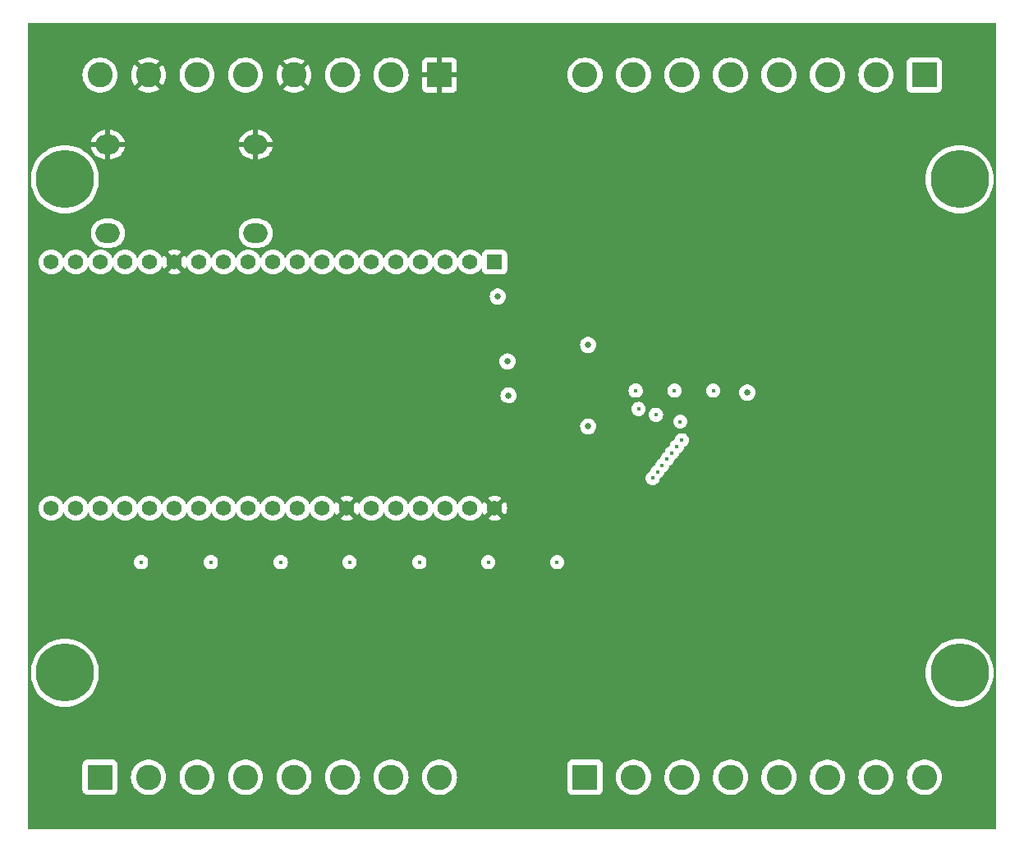
<source format=gbr>
%TF.GenerationSoftware,KiCad,Pcbnew,8.0.0*%
%TF.CreationDate,2024-05-11T13:18:48+02:00*%
%TF.ProjectId,led_stairs_controller,6c65645f-7374-4616-9972-735f636f6e74,V0.2*%
%TF.SameCoordinates,Original*%
%TF.FileFunction,Copper,L2,Inr*%
%TF.FilePolarity,Positive*%
%FSLAX46Y46*%
G04 Gerber Fmt 4.6, Leading zero omitted, Abs format (unit mm)*
G04 Created by KiCad (PCBNEW 8.0.0) date 2024-05-11 13:18:48*
%MOMM*%
%LPD*%
G01*
G04 APERTURE LIST*
%TA.AperFunction,ComponentPad*%
%ADD10R,1.560000X1.560000*%
%TD*%
%TA.AperFunction,ComponentPad*%
%ADD11C,1.560000*%
%TD*%
%TA.AperFunction,ComponentPad*%
%ADD12R,2.600000X2.600000*%
%TD*%
%TA.AperFunction,ComponentPad*%
%ADD13C,2.600000*%
%TD*%
%TA.AperFunction,ComponentPad*%
%ADD14C,6.000000*%
%TD*%
%TA.AperFunction,ComponentPad*%
%ADD15O,2.500000X2.000000*%
%TD*%
%TA.AperFunction,ViaPad*%
%ADD16C,0.800000*%
%TD*%
%TA.AperFunction,ViaPad*%
%ADD17C,0.450000*%
%TD*%
%TA.AperFunction,ViaPad*%
%ADD18C,0.650000*%
%TD*%
G04 APERTURE END LIST*
D10*
%TO.N,+3.3V*%
%TO.C,U2*%
X149360000Y-80437500D03*
D11*
%TO.N,Net-(U2-EN)*%
X146820000Y-80437500D03*
%TO.N,unconnected-(U2-VP-Pad3)*%
X144280000Y-80437500D03*
%TO.N,unconnected-(U2-VN-Pad4)*%
X141740000Y-80437500D03*
%TO.N,unconnected-(U2-34-Pad5)*%
X139200000Y-80437500D03*
%TO.N,unconnected-(U2-35-Pad6)*%
X136660000Y-80437500D03*
%TO.N,unconnected-(U2-32-Pad7)*%
X134120000Y-80437500D03*
%TO.N,unconnected-(U2-33-Pad8)*%
X131580000Y-80437500D03*
%TO.N,unconnected-(U2-25-Pad9)*%
X129040000Y-80437500D03*
%TO.N,unconnected-(U2-26-Pad10)*%
X126500000Y-80437500D03*
%TO.N,unconnected-(U2-27-Pad11)*%
X123960000Y-80437500D03*
%TO.N,unconnected-(U2-14-Pad12)*%
X121420000Y-80437500D03*
%TO.N,unconnected-(U2-12-Pad13)*%
X118880000Y-80437500D03*
%TO.N,GND*%
X116340000Y-80437500D03*
%TO.N,unconnected-(U2-13-Pad15)*%
X113800000Y-80437500D03*
%TO.N,unconnected-(U2-D2-Pad16)*%
X111260000Y-80437500D03*
%TO.N,unconnected-(U2-D3-Pad17)*%
X108720000Y-80437500D03*
%TO.N,unconnected-(U2-CMD-Pad18)*%
X106180000Y-80437500D03*
%TO.N,+5V*%
X103640000Y-80437500D03*
%TO.N,GND*%
X149360000Y-105837500D03*
%TO.N,/nOE*%
X146820000Y-105837500D03*
%TO.N,/SCL_L*%
X144280000Y-105837500D03*
%TO.N,unconnected-(U2-TX-Pad23)*%
X141740000Y-105837500D03*
%TO.N,unconnected-(U2-RX-Pad24)*%
X139200000Y-105837500D03*
%TO.N,/SDA_L*%
X136660000Y-105837500D03*
%TO.N,GND*%
X134120000Y-105837500D03*
%TO.N,unconnected-(U2-19-Pad27)*%
X131580000Y-105837500D03*
%TO.N,unconnected-(U2-18-Pad28)*%
X129040000Y-105837500D03*
%TO.N,unconnected-(U2-5-Pad29)*%
X126500000Y-105837500D03*
%TO.N,unconnected-(U2-17-Pad30)*%
X123960000Y-105837500D03*
%TO.N,unconnected-(U2-16-Pad31)*%
X121420000Y-105837500D03*
%TO.N,unconnected-(U2-4-Pad32)*%
X118880000Y-105837500D03*
%TO.N,unconnected-(U2-0-Pad33)*%
X116340000Y-105837500D03*
%TO.N,unconnected-(U2-2-Pad34)*%
X113800000Y-105837500D03*
%TO.N,unconnected-(U2-15-Pad35)*%
X111260000Y-105837500D03*
%TO.N,unconnected-(U2-D1-Pad36)*%
X108720000Y-105837500D03*
%TO.N,unconnected-(U2-D0-Pad37)*%
X106180000Y-105837500D03*
%TO.N,unconnected-(U2-CLK-Pad38)*%
X103640000Y-105837500D03*
%TD*%
D12*
%TO.N,/LED1_OUT*%
%TO.C,MOD1*%
X108675000Y-133580000D03*
D13*
%TO.N,/LED2_OUT*%
X113675000Y-133580000D03*
%TO.N,VBUS*%
X118675000Y-133580000D03*
%TO.N,/LED3_OUT*%
X123675000Y-133580000D03*
%TO.N,/LED4_OUT*%
X128675000Y-133580000D03*
%TO.N,VBUS*%
X133675000Y-133580000D03*
%TO.N,/LED5_OUT*%
X138675000Y-133580000D03*
%TO.N,/LED6_OUT*%
X143675000Y-133580000D03*
D12*
%TO.N,/LED7_OUT*%
X158675000Y-133580000D03*
D13*
%TO.N,/LED8_OUT*%
X163675000Y-133580000D03*
%TO.N,VBUS*%
X168675000Y-133580000D03*
%TO.N,/LED9_OUT*%
X173675000Y-133580000D03*
%TO.N,/LED10_OUT*%
X178675000Y-133580000D03*
%TO.N,VBUS*%
X183675000Y-133580000D03*
%TO.N,/LED11_OUT*%
X188675000Y-133580000D03*
%TO.N,/LED12_OUT*%
X193675000Y-133580000D03*
D12*
%TO.N,/LED13_OUT*%
X193675000Y-61160000D03*
D13*
%TO.N,/LED14_OUT*%
X188675000Y-61160000D03*
%TO.N,VBUS*%
X183675000Y-61160000D03*
%TO.N,/LED15_OUT*%
X178675000Y-61160000D03*
%TO.N,/LED16_OUT*%
X173675000Y-61160000D03*
%TO.N,VBUS*%
X168675000Y-61160000D03*
%TO.N,/LED17_OUT*%
X163675000Y-61160000D03*
%TO.N,/LED18_OUT*%
X158675000Y-61160000D03*
D12*
%TO.N,GND*%
X143675000Y-61160000D03*
D13*
%TO.N,unconnected-(MOD1-PadD2)*%
X138675000Y-61160000D03*
%TO.N,VBUS*%
X133675000Y-61160000D03*
%TO.N,GND*%
X128675000Y-61160000D03*
%TO.N,unconnected-(MOD1-PadD5)*%
X123675000Y-61160000D03*
%TO.N,VBUS*%
X118675000Y-61160000D03*
%TO.N,GND*%
X113675000Y-61160000D03*
%TO.N,VBUS*%
X108675000Y-61160000D03*
D14*
%TO.N,N/C*%
X105050000Y-71900000D03*
X197300000Y-71900000D03*
X105050000Y-122800000D03*
X197300000Y-122800000D03*
%TD*%
D15*
%TO.N,GND*%
%TO.C,U4*%
X109480000Y-68330000D03*
%TO.N,VBUS*%
X109480000Y-77470000D03*
%TO.N,GND*%
X124720000Y-68330000D03*
%TO.N,+5V*%
X124720000Y-77470000D03*
%TD*%
D16*
%TO.N,GND*%
X159400000Y-109600000D03*
X123600000Y-109700000D03*
D17*
X155000000Y-65000000D03*
X190000000Y-90000000D03*
X130000000Y-90000000D03*
X190000000Y-100000000D03*
X175000000Y-90000000D03*
X137900000Y-104900000D03*
X171742500Y-104000000D03*
X140000000Y-70000000D03*
X166800000Y-94800000D03*
X150000000Y-130000000D03*
X200000000Y-100000000D03*
X190000000Y-65000000D03*
X180000000Y-105000000D03*
X175000000Y-65000000D03*
X147800000Y-98600000D03*
X195000000Y-85000000D03*
X135000000Y-95000000D03*
X195000000Y-105000000D03*
X145000000Y-95000000D03*
X105000000Y-110000000D03*
X145000000Y-75000000D03*
X165000000Y-65000000D03*
X170400000Y-93000000D03*
D16*
X178320000Y-85500000D03*
X188300000Y-109600000D03*
D17*
X105000000Y-95000000D03*
X169300000Y-97500000D03*
X165000000Y-75000000D03*
X105000000Y-105000000D03*
D16*
X181100000Y-109600000D03*
D17*
X150400000Y-95100000D03*
X140000000Y-90000000D03*
X130000000Y-100000000D03*
D16*
X137900000Y-109700000D03*
D17*
X120000000Y-130000000D03*
X200000000Y-110000000D03*
X120000000Y-70000000D03*
X143107645Y-104905066D03*
D16*
X173900000Y-109600000D03*
D17*
X200000000Y-80000000D03*
D16*
X152200000Y-109600000D03*
D17*
X125000000Y-85000000D03*
X135000000Y-65000000D03*
X115000000Y-65000000D03*
X135000000Y-75000000D03*
X170000000Y-130000000D03*
X130000000Y-70000000D03*
X105000000Y-135000000D03*
D16*
X116400000Y-109600000D03*
D17*
X160000000Y-100000000D03*
D18*
X178600000Y-93900000D03*
D17*
X150400000Y-93000000D03*
X135000000Y-85000000D03*
D16*
X109220000Y-109600000D03*
D17*
X165400000Y-93000000D03*
X155000000Y-75000000D03*
X145000000Y-65000000D03*
X110000000Y-100000000D03*
X115000000Y-85000000D03*
X177400000Y-97500000D03*
X200000000Y-135000000D03*
X200000000Y-130000000D03*
D16*
X185520000Y-85500000D03*
D17*
X145000000Y-85000000D03*
X165000000Y-105000000D03*
X120000000Y-100000000D03*
X195000000Y-75000000D03*
X170000000Y-70000000D03*
X160000000Y-70000000D03*
X200000000Y-65000000D03*
X185000000Y-95000000D03*
X120000000Y-90000000D03*
X180000000Y-130000000D03*
X195000000Y-95000000D03*
X200000000Y-60000000D03*
X125000000Y-95000000D03*
D16*
X192720000Y-85500000D03*
D17*
X140000000Y-100000000D03*
X150000000Y-70000000D03*
X135000000Y-130000000D03*
D16*
X130700000Y-109600000D03*
D17*
X169300000Y-98200000D03*
X140500000Y-104900000D03*
X115000000Y-105000000D03*
X110000000Y-90000000D03*
X105000000Y-60000000D03*
D16*
X166700000Y-109600000D03*
D17*
X165000000Y-85000000D03*
X155000000Y-85000000D03*
X125000000Y-65000000D03*
X125000000Y-75000000D03*
X105000000Y-65000000D03*
X125000000Y-105000000D03*
X105000000Y-130000000D03*
X190000000Y-130000000D03*
X135000000Y-105000000D03*
X115000000Y-95000000D03*
X155000000Y-105000000D03*
X150000000Y-135000000D03*
X177400000Y-98200000D03*
X150000000Y-60000000D03*
X190000000Y-105000000D03*
D16*
X171020000Y-85500000D03*
D17*
X105000000Y-85000000D03*
D16*
X145100000Y-109700000D03*
D17*
X150000000Y-100000000D03*
X180000000Y-65000000D03*
X160000000Y-80000000D03*
X200000000Y-90000000D03*
%TO.N,+5V*%
X163900000Y-93700000D03*
D18*
X159000000Y-97400000D03*
X175400000Y-93900000D03*
X159000000Y-89000000D03*
D17*
X167900000Y-93700000D03*
X171900000Y-93700000D03*
%TO.N,/LED1*%
X168642500Y-98825000D03*
%TO.N,/LED7*%
X165642500Y-102725000D03*
%TO.N,/LED6*%
X166142500Y-102075000D03*
%TO.N,/LED5*%
X166642500Y-101425000D03*
%TO.N,/LED4*%
X167142500Y-100775000D03*
%TO.N,/LED3*%
X167642500Y-100125000D03*
%TO.N,/LED2*%
X168142500Y-99475000D03*
%TO.N,Net-(Q1-G)*%
X112900000Y-111400000D03*
%TO.N,Net-(Q2-G)*%
X120100000Y-111400000D03*
%TO.N,Net-(Q3-G)*%
X127300000Y-111400000D03*
%TO.N,Net-(Q4-G)*%
X134400000Y-111400000D03*
%TO.N,Net-(Q5-G)*%
X141600000Y-111400000D03*
%TO.N,Net-(Q6-G)*%
X148700000Y-111400000D03*
%TO.N,Net-(Q7-G)*%
X155800000Y-111400000D03*
%TO.N,/A0*%
X164200000Y-95600000D03*
%TO.N,/A1*%
X166000000Y-96200000D03*
%TO.N,/A2*%
X168500000Y-96900000D03*
D18*
%TO.N,+3.3V*%
X150700000Y-90700000D03*
X150800000Y-94200000D03*
X149700000Y-84000000D03*
%TD*%
%TA.AperFunction,Conductor*%
%TO.N,GND*%
G36*
X201078326Y-55821674D02*
G01*
X201100000Y-55874000D01*
X201100000Y-138895500D01*
X201078326Y-138947826D01*
X201026000Y-138969500D01*
X101274500Y-138969500D01*
X101222174Y-138947826D01*
X101200500Y-138895500D01*
X101200500Y-134928639D01*
X106866500Y-134928639D01*
X106873010Y-134989199D01*
X106873012Y-134989205D01*
X106924109Y-135126202D01*
X106924110Y-135126203D01*
X106924111Y-135126204D01*
X107011739Y-135243261D01*
X107128796Y-135330889D01*
X107128797Y-135330890D01*
X107241511Y-135372930D01*
X107265799Y-135381989D01*
X107285986Y-135384159D01*
X107326360Y-135388500D01*
X107326362Y-135388500D01*
X110023640Y-135388500D01*
X110053919Y-135385244D01*
X110084201Y-135381989D01*
X110175536Y-135347922D01*
X110221202Y-135330890D01*
X110221202Y-135330889D01*
X110221204Y-135330889D01*
X110338261Y-135243261D01*
X110425889Y-135126204D01*
X110476989Y-134989201D01*
X110483500Y-134928638D01*
X110483500Y-133580000D01*
X111861429Y-133580000D01*
X111881685Y-133850299D01*
X111942001Y-134114559D01*
X112041029Y-134366879D01*
X112176557Y-134601621D01*
X112345558Y-134813542D01*
X112544257Y-134997907D01*
X112768215Y-135150599D01*
X113012428Y-135268206D01*
X113168503Y-135316348D01*
X113271441Y-135348101D01*
X113271440Y-135348101D01*
X113496274Y-135381989D01*
X113539472Y-135388500D01*
X113539474Y-135388500D01*
X113810526Y-135388500D01*
X113810528Y-135388500D01*
X114078558Y-135348101D01*
X114337572Y-135268206D01*
X114581786Y-135150599D01*
X114805743Y-134997907D01*
X115004442Y-134813542D01*
X115173443Y-134601621D01*
X115308971Y-134366879D01*
X115407999Y-134114559D01*
X115468315Y-133850299D01*
X115488571Y-133580000D01*
X116861429Y-133580000D01*
X116881685Y-133850299D01*
X116942001Y-134114559D01*
X117041029Y-134366879D01*
X117176557Y-134601621D01*
X117345558Y-134813542D01*
X117544257Y-134997907D01*
X117768215Y-135150599D01*
X118012428Y-135268206D01*
X118168503Y-135316348D01*
X118271441Y-135348101D01*
X118271440Y-135348101D01*
X118496274Y-135381989D01*
X118539472Y-135388500D01*
X118539474Y-135388500D01*
X118810526Y-135388500D01*
X118810528Y-135388500D01*
X119078558Y-135348101D01*
X119337572Y-135268206D01*
X119581786Y-135150599D01*
X119805743Y-134997907D01*
X120004442Y-134813542D01*
X120173443Y-134601621D01*
X120308971Y-134366879D01*
X120407999Y-134114559D01*
X120468315Y-133850299D01*
X120488571Y-133580000D01*
X121861429Y-133580000D01*
X121881685Y-133850299D01*
X121942001Y-134114559D01*
X122041029Y-134366879D01*
X122176557Y-134601621D01*
X122345558Y-134813542D01*
X122544257Y-134997907D01*
X122768215Y-135150599D01*
X123012428Y-135268206D01*
X123168503Y-135316348D01*
X123271441Y-135348101D01*
X123271440Y-135348101D01*
X123496274Y-135381989D01*
X123539472Y-135388500D01*
X123539474Y-135388500D01*
X123810526Y-135388500D01*
X123810528Y-135388500D01*
X124078558Y-135348101D01*
X124337572Y-135268206D01*
X124581786Y-135150599D01*
X124805743Y-134997907D01*
X125004442Y-134813542D01*
X125173443Y-134601621D01*
X125308971Y-134366879D01*
X125407999Y-134114559D01*
X125468315Y-133850299D01*
X125488571Y-133580000D01*
X126861429Y-133580000D01*
X126881685Y-133850299D01*
X126942001Y-134114559D01*
X127041029Y-134366879D01*
X127176557Y-134601621D01*
X127345558Y-134813542D01*
X127544257Y-134997907D01*
X127768215Y-135150599D01*
X128012428Y-135268206D01*
X128168503Y-135316348D01*
X128271441Y-135348101D01*
X128271440Y-135348101D01*
X128496274Y-135381989D01*
X128539472Y-135388500D01*
X128539474Y-135388500D01*
X128810526Y-135388500D01*
X128810528Y-135388500D01*
X129078558Y-135348101D01*
X129337572Y-135268206D01*
X129581786Y-135150599D01*
X129805743Y-134997907D01*
X130004442Y-134813542D01*
X130173443Y-134601621D01*
X130308971Y-134366879D01*
X130407999Y-134114559D01*
X130468315Y-133850299D01*
X130488571Y-133580000D01*
X131861429Y-133580000D01*
X131881685Y-133850299D01*
X131942001Y-134114559D01*
X132041029Y-134366879D01*
X132176557Y-134601621D01*
X132345558Y-134813542D01*
X132544257Y-134997907D01*
X132768215Y-135150599D01*
X133012428Y-135268206D01*
X133168503Y-135316348D01*
X133271441Y-135348101D01*
X133271440Y-135348101D01*
X133496274Y-135381989D01*
X133539472Y-135388500D01*
X133539474Y-135388500D01*
X133810526Y-135388500D01*
X133810528Y-135388500D01*
X134078558Y-135348101D01*
X134337572Y-135268206D01*
X134581786Y-135150599D01*
X134805743Y-134997907D01*
X135004442Y-134813542D01*
X135173443Y-134601621D01*
X135308971Y-134366879D01*
X135407999Y-134114559D01*
X135468315Y-133850299D01*
X135488571Y-133580000D01*
X136861429Y-133580000D01*
X136881685Y-133850299D01*
X136942001Y-134114559D01*
X137041029Y-134366879D01*
X137176557Y-134601621D01*
X137345558Y-134813542D01*
X137544257Y-134997907D01*
X137768215Y-135150599D01*
X138012428Y-135268206D01*
X138168503Y-135316348D01*
X138271441Y-135348101D01*
X138271440Y-135348101D01*
X138496274Y-135381989D01*
X138539472Y-135388500D01*
X138539474Y-135388500D01*
X138810526Y-135388500D01*
X138810528Y-135388500D01*
X139078558Y-135348101D01*
X139337572Y-135268206D01*
X139581786Y-135150599D01*
X139805743Y-134997907D01*
X140004442Y-134813542D01*
X140173443Y-134601621D01*
X140308971Y-134366879D01*
X140407999Y-134114559D01*
X140468315Y-133850299D01*
X140488571Y-133580000D01*
X141861429Y-133580000D01*
X141881685Y-133850299D01*
X141942001Y-134114559D01*
X142041029Y-134366879D01*
X142176557Y-134601621D01*
X142345558Y-134813542D01*
X142544257Y-134997907D01*
X142768215Y-135150599D01*
X143012428Y-135268206D01*
X143168503Y-135316348D01*
X143271441Y-135348101D01*
X143271440Y-135348101D01*
X143496274Y-135381989D01*
X143539472Y-135388500D01*
X143539474Y-135388500D01*
X143810526Y-135388500D01*
X143810528Y-135388500D01*
X144078558Y-135348101D01*
X144337572Y-135268206D01*
X144581786Y-135150599D01*
X144805743Y-134997907D01*
X144880396Y-134928639D01*
X156866500Y-134928639D01*
X156873010Y-134989199D01*
X156873012Y-134989205D01*
X156924109Y-135126202D01*
X156924110Y-135126203D01*
X156924111Y-135126204D01*
X157011739Y-135243261D01*
X157128796Y-135330889D01*
X157128797Y-135330890D01*
X157241511Y-135372930D01*
X157265799Y-135381989D01*
X157285986Y-135384159D01*
X157326360Y-135388500D01*
X157326362Y-135388500D01*
X160023640Y-135388500D01*
X160053919Y-135385244D01*
X160084201Y-135381989D01*
X160175536Y-135347922D01*
X160221202Y-135330890D01*
X160221202Y-135330889D01*
X160221204Y-135330889D01*
X160338261Y-135243261D01*
X160425889Y-135126204D01*
X160476989Y-134989201D01*
X160483500Y-134928638D01*
X160483500Y-133580000D01*
X161861429Y-133580000D01*
X161881685Y-133850299D01*
X161942001Y-134114559D01*
X162041029Y-134366879D01*
X162176557Y-134601621D01*
X162345558Y-134813542D01*
X162544257Y-134997907D01*
X162768215Y-135150599D01*
X163012428Y-135268206D01*
X163168503Y-135316348D01*
X163271441Y-135348101D01*
X163271440Y-135348101D01*
X163496274Y-135381989D01*
X163539472Y-135388500D01*
X163539474Y-135388500D01*
X163810526Y-135388500D01*
X163810528Y-135388500D01*
X164078558Y-135348101D01*
X164337572Y-135268206D01*
X164581786Y-135150599D01*
X164805743Y-134997907D01*
X165004442Y-134813542D01*
X165173443Y-134601621D01*
X165308971Y-134366879D01*
X165407999Y-134114559D01*
X165468315Y-133850299D01*
X165488571Y-133580000D01*
X166861429Y-133580000D01*
X166881685Y-133850299D01*
X166942001Y-134114559D01*
X167041029Y-134366879D01*
X167176557Y-134601621D01*
X167345558Y-134813542D01*
X167544257Y-134997907D01*
X167768215Y-135150599D01*
X168012428Y-135268206D01*
X168168503Y-135316348D01*
X168271441Y-135348101D01*
X168271440Y-135348101D01*
X168496274Y-135381989D01*
X168539472Y-135388500D01*
X168539474Y-135388500D01*
X168810526Y-135388500D01*
X168810528Y-135388500D01*
X169078558Y-135348101D01*
X169337572Y-135268206D01*
X169581786Y-135150599D01*
X169805743Y-134997907D01*
X170004442Y-134813542D01*
X170173443Y-134601621D01*
X170308971Y-134366879D01*
X170407999Y-134114559D01*
X170468315Y-133850299D01*
X170488571Y-133580000D01*
X171861429Y-133580000D01*
X171881685Y-133850299D01*
X171942001Y-134114559D01*
X172041029Y-134366879D01*
X172176557Y-134601621D01*
X172345558Y-134813542D01*
X172544257Y-134997907D01*
X172768215Y-135150599D01*
X173012428Y-135268206D01*
X173168503Y-135316348D01*
X173271441Y-135348101D01*
X173271440Y-135348101D01*
X173496274Y-135381989D01*
X173539472Y-135388500D01*
X173539474Y-135388500D01*
X173810526Y-135388500D01*
X173810528Y-135388500D01*
X174078558Y-135348101D01*
X174337572Y-135268206D01*
X174581786Y-135150599D01*
X174805743Y-134997907D01*
X175004442Y-134813542D01*
X175173443Y-134601621D01*
X175308971Y-134366879D01*
X175407999Y-134114559D01*
X175468315Y-133850299D01*
X175488571Y-133580000D01*
X176861429Y-133580000D01*
X176881685Y-133850299D01*
X176942001Y-134114559D01*
X177041029Y-134366879D01*
X177176557Y-134601621D01*
X177345558Y-134813542D01*
X177544257Y-134997907D01*
X177768215Y-135150599D01*
X178012428Y-135268206D01*
X178168503Y-135316348D01*
X178271441Y-135348101D01*
X178271440Y-135348101D01*
X178496274Y-135381989D01*
X178539472Y-135388500D01*
X178539474Y-135388500D01*
X178810526Y-135388500D01*
X178810528Y-135388500D01*
X179078558Y-135348101D01*
X179337572Y-135268206D01*
X179581786Y-135150599D01*
X179805743Y-134997907D01*
X180004442Y-134813542D01*
X180173443Y-134601621D01*
X180308971Y-134366879D01*
X180407999Y-134114559D01*
X180468315Y-133850299D01*
X180488571Y-133580000D01*
X181861429Y-133580000D01*
X181881685Y-133850299D01*
X181942001Y-134114559D01*
X182041029Y-134366879D01*
X182176557Y-134601621D01*
X182345558Y-134813542D01*
X182544257Y-134997907D01*
X182768215Y-135150599D01*
X183012428Y-135268206D01*
X183168503Y-135316348D01*
X183271441Y-135348101D01*
X183271440Y-135348101D01*
X183496274Y-135381989D01*
X183539472Y-135388500D01*
X183539474Y-135388500D01*
X183810526Y-135388500D01*
X183810528Y-135388500D01*
X184078558Y-135348101D01*
X184337572Y-135268206D01*
X184581786Y-135150599D01*
X184805743Y-134997907D01*
X185004442Y-134813542D01*
X185173443Y-134601621D01*
X185308971Y-134366879D01*
X185407999Y-134114559D01*
X185468315Y-133850299D01*
X185488571Y-133580000D01*
X186861429Y-133580000D01*
X186881685Y-133850299D01*
X186942001Y-134114559D01*
X187041029Y-134366879D01*
X187176557Y-134601621D01*
X187345558Y-134813542D01*
X187544257Y-134997907D01*
X187768215Y-135150599D01*
X188012428Y-135268206D01*
X188168503Y-135316348D01*
X188271441Y-135348101D01*
X188271440Y-135348101D01*
X188496274Y-135381989D01*
X188539472Y-135388500D01*
X188539474Y-135388500D01*
X188810526Y-135388500D01*
X188810528Y-135388500D01*
X189078558Y-135348101D01*
X189337572Y-135268206D01*
X189581786Y-135150599D01*
X189805743Y-134997907D01*
X190004442Y-134813542D01*
X190173443Y-134601621D01*
X190308971Y-134366879D01*
X190407999Y-134114559D01*
X190468315Y-133850299D01*
X190488571Y-133580000D01*
X191861429Y-133580000D01*
X191881685Y-133850299D01*
X191942001Y-134114559D01*
X192041029Y-134366879D01*
X192176557Y-134601621D01*
X192345558Y-134813542D01*
X192544257Y-134997907D01*
X192768215Y-135150599D01*
X193012428Y-135268206D01*
X193168503Y-135316348D01*
X193271441Y-135348101D01*
X193271440Y-135348101D01*
X193496274Y-135381989D01*
X193539472Y-135388500D01*
X193539474Y-135388500D01*
X193810526Y-135388500D01*
X193810528Y-135388500D01*
X194078558Y-135348101D01*
X194337572Y-135268206D01*
X194581786Y-135150599D01*
X194805743Y-134997907D01*
X195004442Y-134813542D01*
X195173443Y-134601621D01*
X195308971Y-134366879D01*
X195407999Y-134114559D01*
X195468315Y-133850299D01*
X195488571Y-133580000D01*
X195468315Y-133309701D01*
X195407999Y-133045441D01*
X195308971Y-132793121D01*
X195173443Y-132558379D01*
X195004442Y-132346458D01*
X194880396Y-132231360D01*
X194805741Y-132162091D01*
X194720991Y-132104310D01*
X194581786Y-132009401D01*
X194389371Y-131916739D01*
X194337577Y-131891796D01*
X194337573Y-131891794D01*
X194337572Y-131891794D01*
X194337567Y-131891792D01*
X194337563Y-131891791D01*
X194078558Y-131811898D01*
X194078559Y-131811898D01*
X193810534Y-131771500D01*
X193810528Y-131771500D01*
X193539472Y-131771500D01*
X193539465Y-131771500D01*
X193271441Y-131811898D01*
X193012436Y-131891791D01*
X193012428Y-131891794D01*
X192768214Y-132009401D01*
X192544256Y-132162094D01*
X192345559Y-132346456D01*
X192345557Y-132346458D01*
X192176557Y-132558379D01*
X192041028Y-132793122D01*
X191942000Y-133045443D01*
X191899523Y-133231547D01*
X191881685Y-133309701D01*
X191861429Y-133580000D01*
X190488571Y-133580000D01*
X190468315Y-133309701D01*
X190407999Y-133045441D01*
X190308971Y-132793121D01*
X190173443Y-132558379D01*
X190004442Y-132346458D01*
X189880396Y-132231360D01*
X189805741Y-132162091D01*
X189720991Y-132104310D01*
X189581786Y-132009401D01*
X189389371Y-131916739D01*
X189337577Y-131891796D01*
X189337573Y-131891794D01*
X189337572Y-131891794D01*
X189337567Y-131891792D01*
X189337563Y-131891791D01*
X189078558Y-131811898D01*
X189078559Y-131811898D01*
X188810534Y-131771500D01*
X188810528Y-131771500D01*
X188539472Y-131771500D01*
X188539465Y-131771500D01*
X188271441Y-131811898D01*
X188012436Y-131891791D01*
X188012428Y-131891794D01*
X187768214Y-132009401D01*
X187544256Y-132162094D01*
X187345559Y-132346456D01*
X187345557Y-132346458D01*
X187176557Y-132558379D01*
X187041028Y-132793122D01*
X186942000Y-133045443D01*
X186899523Y-133231547D01*
X186881685Y-133309701D01*
X186861429Y-133580000D01*
X185488571Y-133580000D01*
X185468315Y-133309701D01*
X185407999Y-133045441D01*
X185308971Y-132793121D01*
X185173443Y-132558379D01*
X185004442Y-132346458D01*
X184880396Y-132231360D01*
X184805741Y-132162091D01*
X184720991Y-132104310D01*
X184581786Y-132009401D01*
X184389371Y-131916739D01*
X184337577Y-131891796D01*
X184337573Y-131891794D01*
X184337572Y-131891794D01*
X184337567Y-131891792D01*
X184337563Y-131891791D01*
X184078558Y-131811898D01*
X184078559Y-131811898D01*
X183810534Y-131771500D01*
X183810528Y-131771500D01*
X183539472Y-131771500D01*
X183539465Y-131771500D01*
X183271441Y-131811898D01*
X183012436Y-131891791D01*
X183012428Y-131891794D01*
X182768214Y-132009401D01*
X182544256Y-132162094D01*
X182345559Y-132346456D01*
X182345557Y-132346458D01*
X182176557Y-132558379D01*
X182041028Y-132793122D01*
X181942000Y-133045443D01*
X181899523Y-133231547D01*
X181881685Y-133309701D01*
X181861429Y-133580000D01*
X180488571Y-133580000D01*
X180468315Y-133309701D01*
X180407999Y-133045441D01*
X180308971Y-132793121D01*
X180173443Y-132558379D01*
X180004442Y-132346458D01*
X179880396Y-132231360D01*
X179805741Y-132162091D01*
X179720991Y-132104310D01*
X179581786Y-132009401D01*
X179389371Y-131916739D01*
X179337577Y-131891796D01*
X179337573Y-131891794D01*
X179337572Y-131891794D01*
X179337567Y-131891792D01*
X179337563Y-131891791D01*
X179078558Y-131811898D01*
X179078559Y-131811898D01*
X178810534Y-131771500D01*
X178810528Y-131771500D01*
X178539472Y-131771500D01*
X178539465Y-131771500D01*
X178271441Y-131811898D01*
X178012436Y-131891791D01*
X178012428Y-131891794D01*
X177768214Y-132009401D01*
X177544256Y-132162094D01*
X177345559Y-132346456D01*
X177345557Y-132346458D01*
X177176557Y-132558379D01*
X177041028Y-132793122D01*
X176942000Y-133045443D01*
X176899523Y-133231547D01*
X176881685Y-133309701D01*
X176861429Y-133580000D01*
X175488571Y-133580000D01*
X175468315Y-133309701D01*
X175407999Y-133045441D01*
X175308971Y-132793121D01*
X175173443Y-132558379D01*
X175004442Y-132346458D01*
X174880396Y-132231360D01*
X174805741Y-132162091D01*
X174720991Y-132104310D01*
X174581786Y-132009401D01*
X174389371Y-131916739D01*
X174337577Y-131891796D01*
X174337573Y-131891794D01*
X174337572Y-131891794D01*
X174337567Y-131891792D01*
X174337563Y-131891791D01*
X174078558Y-131811898D01*
X174078559Y-131811898D01*
X173810534Y-131771500D01*
X173810528Y-131771500D01*
X173539472Y-131771500D01*
X173539465Y-131771500D01*
X173271441Y-131811898D01*
X173012436Y-131891791D01*
X173012428Y-131891794D01*
X172768214Y-132009401D01*
X172544256Y-132162094D01*
X172345559Y-132346456D01*
X172345557Y-132346458D01*
X172176557Y-132558379D01*
X172041028Y-132793122D01*
X171942000Y-133045443D01*
X171899523Y-133231547D01*
X171881685Y-133309701D01*
X171861429Y-133580000D01*
X170488571Y-133580000D01*
X170468315Y-133309701D01*
X170407999Y-133045441D01*
X170308971Y-132793121D01*
X170173443Y-132558379D01*
X170004442Y-132346458D01*
X169880396Y-132231360D01*
X169805741Y-132162091D01*
X169720991Y-132104310D01*
X169581786Y-132009401D01*
X169389371Y-131916739D01*
X169337577Y-131891796D01*
X169337573Y-131891794D01*
X169337572Y-131891794D01*
X169337567Y-131891792D01*
X169337563Y-131891791D01*
X169078558Y-131811898D01*
X169078559Y-131811898D01*
X168810534Y-131771500D01*
X168810528Y-131771500D01*
X168539472Y-131771500D01*
X168539465Y-131771500D01*
X168271441Y-131811898D01*
X168012436Y-131891791D01*
X168012428Y-131891794D01*
X167768214Y-132009401D01*
X167544256Y-132162094D01*
X167345559Y-132346456D01*
X167345557Y-132346458D01*
X167176557Y-132558379D01*
X167041028Y-132793122D01*
X166942000Y-133045443D01*
X166899523Y-133231547D01*
X166881685Y-133309701D01*
X166861429Y-133580000D01*
X165488571Y-133580000D01*
X165468315Y-133309701D01*
X165407999Y-133045441D01*
X165308971Y-132793121D01*
X165173443Y-132558379D01*
X165004442Y-132346458D01*
X164880396Y-132231360D01*
X164805741Y-132162091D01*
X164720991Y-132104310D01*
X164581786Y-132009401D01*
X164389371Y-131916739D01*
X164337577Y-131891796D01*
X164337573Y-131891794D01*
X164337572Y-131891794D01*
X164337567Y-131891792D01*
X164337563Y-131891791D01*
X164078558Y-131811898D01*
X164078559Y-131811898D01*
X163810534Y-131771500D01*
X163810528Y-131771500D01*
X163539472Y-131771500D01*
X163539465Y-131771500D01*
X163271441Y-131811898D01*
X163012436Y-131891791D01*
X163012428Y-131891794D01*
X162768214Y-132009401D01*
X162544256Y-132162094D01*
X162345559Y-132346456D01*
X162345557Y-132346458D01*
X162176557Y-132558379D01*
X162041028Y-132793122D01*
X161942000Y-133045443D01*
X161899523Y-133231547D01*
X161881685Y-133309701D01*
X161861429Y-133580000D01*
X160483500Y-133580000D01*
X160483500Y-132231362D01*
X160476989Y-132170799D01*
X160467930Y-132146511D01*
X160425890Y-132033797D01*
X160425889Y-132033796D01*
X160407626Y-132009400D01*
X160338261Y-131916739D01*
X160221204Y-131829111D01*
X160221203Y-131829110D01*
X160221202Y-131829109D01*
X160084205Y-131778012D01*
X160084199Y-131778010D01*
X160023640Y-131771500D01*
X160023638Y-131771500D01*
X157326362Y-131771500D01*
X157326360Y-131771500D01*
X157265800Y-131778010D01*
X157265794Y-131778012D01*
X157128797Y-131829109D01*
X157128796Y-131829110D01*
X157011739Y-131916739D01*
X156924110Y-132033796D01*
X156924109Y-132033797D01*
X156873012Y-132170794D01*
X156873010Y-132170800D01*
X156866500Y-132231360D01*
X156866500Y-134928639D01*
X144880396Y-134928639D01*
X145004442Y-134813542D01*
X145173443Y-134601621D01*
X145308971Y-134366879D01*
X145407999Y-134114559D01*
X145468315Y-133850299D01*
X145488571Y-133580000D01*
X145468315Y-133309701D01*
X145407999Y-133045441D01*
X145308971Y-132793121D01*
X145173443Y-132558379D01*
X145004442Y-132346458D01*
X144880396Y-132231360D01*
X144805741Y-132162091D01*
X144720991Y-132104310D01*
X144581786Y-132009401D01*
X144389371Y-131916739D01*
X144337577Y-131891796D01*
X144337573Y-131891794D01*
X144337572Y-131891794D01*
X144337567Y-131891792D01*
X144337563Y-131891791D01*
X144078558Y-131811898D01*
X144078559Y-131811898D01*
X143810534Y-131771500D01*
X143810528Y-131771500D01*
X143539472Y-131771500D01*
X143539465Y-131771500D01*
X143271441Y-131811898D01*
X143012436Y-131891791D01*
X143012428Y-131891794D01*
X142768214Y-132009401D01*
X142544256Y-132162094D01*
X142345559Y-132346456D01*
X142345557Y-132346458D01*
X142176557Y-132558379D01*
X142041028Y-132793122D01*
X141942000Y-133045443D01*
X141899523Y-133231547D01*
X141881685Y-133309701D01*
X141861429Y-133580000D01*
X140488571Y-133580000D01*
X140468315Y-133309701D01*
X140407999Y-133045441D01*
X140308971Y-132793121D01*
X140173443Y-132558379D01*
X140004442Y-132346458D01*
X139880396Y-132231360D01*
X139805741Y-132162091D01*
X139720991Y-132104310D01*
X139581786Y-132009401D01*
X139389371Y-131916739D01*
X139337577Y-131891796D01*
X139337573Y-131891794D01*
X139337572Y-131891794D01*
X139337567Y-131891792D01*
X139337563Y-131891791D01*
X139078558Y-131811898D01*
X139078559Y-131811898D01*
X138810534Y-131771500D01*
X138810528Y-131771500D01*
X138539472Y-131771500D01*
X138539465Y-131771500D01*
X138271441Y-131811898D01*
X138012436Y-131891791D01*
X138012428Y-131891794D01*
X137768214Y-132009401D01*
X137544256Y-132162094D01*
X137345559Y-132346456D01*
X137345557Y-132346458D01*
X137176557Y-132558379D01*
X137041028Y-132793122D01*
X136942000Y-133045443D01*
X136899523Y-133231547D01*
X136881685Y-133309701D01*
X136861429Y-133580000D01*
X135488571Y-133580000D01*
X135468315Y-133309701D01*
X135407999Y-133045441D01*
X135308971Y-132793121D01*
X135173443Y-132558379D01*
X135004442Y-132346458D01*
X134880396Y-132231360D01*
X134805741Y-132162091D01*
X134720991Y-132104310D01*
X134581786Y-132009401D01*
X134389371Y-131916739D01*
X134337577Y-131891796D01*
X134337573Y-131891794D01*
X134337572Y-131891794D01*
X134337567Y-131891792D01*
X134337563Y-131891791D01*
X134078558Y-131811898D01*
X134078559Y-131811898D01*
X133810534Y-131771500D01*
X133810528Y-131771500D01*
X133539472Y-131771500D01*
X133539465Y-131771500D01*
X133271441Y-131811898D01*
X133012436Y-131891791D01*
X133012428Y-131891794D01*
X132768214Y-132009401D01*
X132544256Y-132162094D01*
X132345559Y-132346456D01*
X132345557Y-132346458D01*
X132176557Y-132558379D01*
X132041028Y-132793122D01*
X131942000Y-133045443D01*
X131899523Y-133231547D01*
X131881685Y-133309701D01*
X131861429Y-133580000D01*
X130488571Y-133580000D01*
X130468315Y-133309701D01*
X130407999Y-133045441D01*
X130308971Y-132793121D01*
X130173443Y-132558379D01*
X130004442Y-132346458D01*
X129880396Y-132231360D01*
X129805741Y-132162091D01*
X129720991Y-132104310D01*
X129581786Y-132009401D01*
X129389371Y-131916739D01*
X129337577Y-131891796D01*
X129337573Y-131891794D01*
X129337572Y-131891794D01*
X129337567Y-131891792D01*
X129337563Y-131891791D01*
X129078558Y-131811898D01*
X129078559Y-131811898D01*
X128810534Y-131771500D01*
X128810528Y-131771500D01*
X128539472Y-131771500D01*
X128539465Y-131771500D01*
X128271441Y-131811898D01*
X128012436Y-131891791D01*
X128012428Y-131891794D01*
X127768214Y-132009401D01*
X127544256Y-132162094D01*
X127345559Y-132346456D01*
X127345557Y-132346458D01*
X127176557Y-132558379D01*
X127041028Y-132793122D01*
X126942000Y-133045443D01*
X126899523Y-133231547D01*
X126881685Y-133309701D01*
X126861429Y-133580000D01*
X125488571Y-133580000D01*
X125468315Y-133309701D01*
X125407999Y-133045441D01*
X125308971Y-132793121D01*
X125173443Y-132558379D01*
X125004442Y-132346458D01*
X124880396Y-132231360D01*
X124805741Y-132162091D01*
X124720991Y-132104310D01*
X124581786Y-132009401D01*
X124389371Y-131916739D01*
X124337577Y-131891796D01*
X124337573Y-131891794D01*
X124337572Y-131891794D01*
X124337567Y-131891792D01*
X124337563Y-131891791D01*
X124078558Y-131811898D01*
X124078559Y-131811898D01*
X123810534Y-131771500D01*
X123810528Y-131771500D01*
X123539472Y-131771500D01*
X123539465Y-131771500D01*
X123271441Y-131811898D01*
X123012436Y-131891791D01*
X123012428Y-131891794D01*
X122768214Y-132009401D01*
X122544256Y-132162094D01*
X122345559Y-132346456D01*
X122345557Y-132346458D01*
X122176557Y-132558379D01*
X122041028Y-132793122D01*
X121942000Y-133045443D01*
X121899523Y-133231547D01*
X121881685Y-133309701D01*
X121861429Y-133580000D01*
X120488571Y-133580000D01*
X120468315Y-133309701D01*
X120407999Y-133045441D01*
X120308971Y-132793121D01*
X120173443Y-132558379D01*
X120004442Y-132346458D01*
X119880396Y-132231360D01*
X119805741Y-132162091D01*
X119720991Y-132104310D01*
X119581786Y-132009401D01*
X119389371Y-131916739D01*
X119337577Y-131891796D01*
X119337573Y-131891794D01*
X119337572Y-131891794D01*
X119337567Y-131891792D01*
X119337563Y-131891791D01*
X119078558Y-131811898D01*
X119078559Y-131811898D01*
X118810534Y-131771500D01*
X118810528Y-131771500D01*
X118539472Y-131771500D01*
X118539465Y-131771500D01*
X118271441Y-131811898D01*
X118012436Y-131891791D01*
X118012428Y-131891794D01*
X117768214Y-132009401D01*
X117544256Y-132162094D01*
X117345559Y-132346456D01*
X117345557Y-132346458D01*
X117176557Y-132558379D01*
X117041028Y-132793122D01*
X116942000Y-133045443D01*
X116899523Y-133231547D01*
X116881685Y-133309701D01*
X116861429Y-133580000D01*
X115488571Y-133580000D01*
X115468315Y-133309701D01*
X115407999Y-133045441D01*
X115308971Y-132793121D01*
X115173443Y-132558379D01*
X115004442Y-132346458D01*
X114880396Y-132231360D01*
X114805741Y-132162091D01*
X114720991Y-132104310D01*
X114581786Y-132009401D01*
X114389371Y-131916739D01*
X114337577Y-131891796D01*
X114337573Y-131891794D01*
X114337572Y-131891794D01*
X114337567Y-131891792D01*
X114337563Y-131891791D01*
X114078558Y-131811898D01*
X114078559Y-131811898D01*
X113810534Y-131771500D01*
X113810528Y-131771500D01*
X113539472Y-131771500D01*
X113539465Y-131771500D01*
X113271441Y-131811898D01*
X113012436Y-131891791D01*
X113012428Y-131891794D01*
X112768214Y-132009401D01*
X112544256Y-132162094D01*
X112345559Y-132346456D01*
X112345557Y-132346458D01*
X112176557Y-132558379D01*
X112041028Y-132793122D01*
X111942000Y-133045443D01*
X111899523Y-133231547D01*
X111881685Y-133309701D01*
X111861429Y-133580000D01*
X110483500Y-133580000D01*
X110483500Y-132231362D01*
X110476989Y-132170799D01*
X110467930Y-132146511D01*
X110425890Y-132033797D01*
X110425889Y-132033796D01*
X110407626Y-132009400D01*
X110338261Y-131916739D01*
X110221204Y-131829111D01*
X110221203Y-131829110D01*
X110221202Y-131829109D01*
X110084205Y-131778012D01*
X110084199Y-131778010D01*
X110023640Y-131771500D01*
X110023638Y-131771500D01*
X107326362Y-131771500D01*
X107326360Y-131771500D01*
X107265800Y-131778010D01*
X107265794Y-131778012D01*
X107128797Y-131829109D01*
X107128796Y-131829110D01*
X107011739Y-131916739D01*
X106924110Y-132033796D01*
X106924109Y-132033797D01*
X106873012Y-132170794D01*
X106873010Y-132170800D01*
X106866500Y-132231360D01*
X106866500Y-134928639D01*
X101200500Y-134928639D01*
X101200500Y-122800000D01*
X101536685Y-122800000D01*
X101555931Y-123167244D01*
X101555931Y-123167245D01*
X101613459Y-123530461D01*
X101708636Y-123885667D01*
X101708639Y-123885674D01*
X101840427Y-124228994D01*
X102007380Y-124556658D01*
X102207668Y-124865075D01*
X102439098Y-125150867D01*
X102699133Y-125410902D01*
X102984925Y-125642332D01*
X103293342Y-125842620D01*
X103621006Y-126009573D01*
X103964326Y-126141361D01*
X103964328Y-126141361D01*
X103964332Y-126141363D01*
X104201136Y-126204814D01*
X104319541Y-126236541D01*
X104682759Y-126294069D01*
X105050000Y-126313315D01*
X105417241Y-126294069D01*
X105780459Y-126236541D01*
X106135674Y-126141361D01*
X106478994Y-126009573D01*
X106806658Y-125842620D01*
X107115075Y-125642332D01*
X107400867Y-125410902D01*
X107660902Y-125150867D01*
X107892332Y-124865075D01*
X108092620Y-124556658D01*
X108259573Y-124228994D01*
X108391361Y-123885674D01*
X108486541Y-123530459D01*
X108544069Y-123167241D01*
X108563315Y-122800000D01*
X193786685Y-122800000D01*
X193805931Y-123167244D01*
X193805931Y-123167245D01*
X193863459Y-123530461D01*
X193958636Y-123885667D01*
X193958639Y-123885674D01*
X194090427Y-124228994D01*
X194257380Y-124556658D01*
X194457668Y-124865075D01*
X194689098Y-125150867D01*
X194949133Y-125410902D01*
X195234925Y-125642332D01*
X195543342Y-125842620D01*
X195871006Y-126009573D01*
X196214326Y-126141361D01*
X196214328Y-126141361D01*
X196214332Y-126141363D01*
X196451136Y-126204814D01*
X196569541Y-126236541D01*
X196932759Y-126294069D01*
X197300000Y-126313315D01*
X197667241Y-126294069D01*
X198030459Y-126236541D01*
X198385674Y-126141361D01*
X198728994Y-126009573D01*
X199056658Y-125842620D01*
X199365075Y-125642332D01*
X199650867Y-125410902D01*
X199910902Y-125150867D01*
X200142332Y-124865075D01*
X200342620Y-124556658D01*
X200509573Y-124228994D01*
X200641361Y-123885674D01*
X200736541Y-123530459D01*
X200794069Y-123167241D01*
X200813315Y-122800000D01*
X200794069Y-122432759D01*
X200736541Y-122069541D01*
X200641361Y-121714326D01*
X200509573Y-121371006D01*
X200509572Y-121371004D01*
X200509570Y-121370999D01*
X200342625Y-121043351D01*
X200342620Y-121043343D01*
X200142332Y-120734925D01*
X199910902Y-120449133D01*
X199650867Y-120189098D01*
X199365075Y-119957668D01*
X199056658Y-119757380D01*
X198728994Y-119590427D01*
X198728989Y-119590425D01*
X198728987Y-119590424D01*
X198385667Y-119458636D01*
X198030461Y-119363459D01*
X197667245Y-119305931D01*
X197300000Y-119286685D01*
X196932755Y-119305931D01*
X196932754Y-119305931D01*
X196569538Y-119363459D01*
X196214332Y-119458636D01*
X195871009Y-119590425D01*
X195870999Y-119590429D01*
X195543351Y-119757374D01*
X195234923Y-119957669D01*
X194949130Y-120189100D01*
X194689100Y-120449130D01*
X194457669Y-120734923D01*
X194257374Y-121043351D01*
X194090429Y-121370999D01*
X194090425Y-121371009D01*
X193958636Y-121714332D01*
X193863459Y-122069538D01*
X193805931Y-122432754D01*
X193805931Y-122432755D01*
X193786685Y-122800000D01*
X108563315Y-122800000D01*
X108544069Y-122432759D01*
X108486541Y-122069541D01*
X108391361Y-121714326D01*
X108259573Y-121371006D01*
X108259572Y-121371004D01*
X108259570Y-121370999D01*
X108092625Y-121043351D01*
X108092620Y-121043343D01*
X107892332Y-120734925D01*
X107660902Y-120449133D01*
X107400867Y-120189098D01*
X107115075Y-119957668D01*
X106806658Y-119757380D01*
X106478994Y-119590427D01*
X106478989Y-119590425D01*
X106478987Y-119590424D01*
X106135667Y-119458636D01*
X105780461Y-119363459D01*
X105417245Y-119305931D01*
X105050000Y-119286685D01*
X104682755Y-119305931D01*
X104682754Y-119305931D01*
X104319538Y-119363459D01*
X103964332Y-119458636D01*
X103621009Y-119590425D01*
X103620999Y-119590429D01*
X103293351Y-119757374D01*
X102984923Y-119957669D01*
X102699130Y-120189100D01*
X102439100Y-120449130D01*
X102207669Y-120734923D01*
X102007374Y-121043351D01*
X101840429Y-121370999D01*
X101840425Y-121371009D01*
X101708636Y-121714332D01*
X101613459Y-122069538D01*
X101555931Y-122432754D01*
X101555931Y-122432755D01*
X101536685Y-122800000D01*
X101200500Y-122800000D01*
X101200500Y-111400000D01*
X112161859Y-111400000D01*
X112180366Y-111564252D01*
X112180368Y-111564260D01*
X112234957Y-111720267D01*
X112322895Y-111860219D01*
X112322898Y-111860223D01*
X112439777Y-111977102D01*
X112439779Y-111977103D01*
X112439780Y-111977104D01*
X112579732Y-112065042D01*
X112735739Y-112119631D01*
X112735748Y-112119634D01*
X112900000Y-112138141D01*
X113064252Y-112119634D01*
X113220267Y-112065042D01*
X113360223Y-111977102D01*
X113477102Y-111860223D01*
X113565042Y-111720267D01*
X113619634Y-111564252D01*
X113638141Y-111400000D01*
X119361859Y-111400000D01*
X119380366Y-111564252D01*
X119380368Y-111564260D01*
X119434957Y-111720267D01*
X119522895Y-111860219D01*
X119522898Y-111860223D01*
X119639777Y-111977102D01*
X119639779Y-111977103D01*
X119639780Y-111977104D01*
X119779732Y-112065042D01*
X119935739Y-112119631D01*
X119935748Y-112119634D01*
X120100000Y-112138141D01*
X120264252Y-112119634D01*
X120420267Y-112065042D01*
X120560223Y-111977102D01*
X120677102Y-111860223D01*
X120765042Y-111720267D01*
X120819634Y-111564252D01*
X120838141Y-111400000D01*
X126561859Y-111400000D01*
X126580366Y-111564252D01*
X126580368Y-111564260D01*
X126634957Y-111720267D01*
X126722895Y-111860219D01*
X126722898Y-111860223D01*
X126839777Y-111977102D01*
X126839779Y-111977103D01*
X126839780Y-111977104D01*
X126979732Y-112065042D01*
X127135739Y-112119631D01*
X127135748Y-112119634D01*
X127300000Y-112138141D01*
X127464252Y-112119634D01*
X127620267Y-112065042D01*
X127760223Y-111977102D01*
X127877102Y-111860223D01*
X127965042Y-111720267D01*
X128019634Y-111564252D01*
X128038141Y-111400000D01*
X133661859Y-111400000D01*
X133680366Y-111564252D01*
X133680368Y-111564260D01*
X133734957Y-111720267D01*
X133822895Y-111860219D01*
X133822898Y-111860223D01*
X133939777Y-111977102D01*
X133939779Y-111977103D01*
X133939780Y-111977104D01*
X134079732Y-112065042D01*
X134235739Y-112119631D01*
X134235748Y-112119634D01*
X134400000Y-112138141D01*
X134564252Y-112119634D01*
X134720267Y-112065042D01*
X134860223Y-111977102D01*
X134977102Y-111860223D01*
X135065042Y-111720267D01*
X135119634Y-111564252D01*
X135138141Y-111400000D01*
X140861859Y-111400000D01*
X140880366Y-111564252D01*
X140880368Y-111564260D01*
X140934957Y-111720267D01*
X141022895Y-111860219D01*
X141022898Y-111860223D01*
X141139777Y-111977102D01*
X141139779Y-111977103D01*
X141139780Y-111977104D01*
X141279732Y-112065042D01*
X141435739Y-112119631D01*
X141435748Y-112119634D01*
X141600000Y-112138141D01*
X141764252Y-112119634D01*
X141920267Y-112065042D01*
X142060223Y-111977102D01*
X142177102Y-111860223D01*
X142265042Y-111720267D01*
X142319634Y-111564252D01*
X142338141Y-111400000D01*
X147961859Y-111400000D01*
X147980366Y-111564252D01*
X147980368Y-111564260D01*
X148034957Y-111720267D01*
X148122895Y-111860219D01*
X148122898Y-111860223D01*
X148239777Y-111977102D01*
X148239779Y-111977103D01*
X148239780Y-111977104D01*
X148379732Y-112065042D01*
X148535739Y-112119631D01*
X148535748Y-112119634D01*
X148700000Y-112138141D01*
X148864252Y-112119634D01*
X149020267Y-112065042D01*
X149160223Y-111977102D01*
X149277102Y-111860223D01*
X149365042Y-111720267D01*
X149419634Y-111564252D01*
X149438141Y-111400000D01*
X155061859Y-111400000D01*
X155080366Y-111564252D01*
X155080368Y-111564260D01*
X155134957Y-111720267D01*
X155222895Y-111860219D01*
X155222898Y-111860223D01*
X155339777Y-111977102D01*
X155339779Y-111977103D01*
X155339780Y-111977104D01*
X155479732Y-112065042D01*
X155635739Y-112119631D01*
X155635748Y-112119634D01*
X155800000Y-112138141D01*
X155964252Y-112119634D01*
X156120267Y-112065042D01*
X156260223Y-111977102D01*
X156377102Y-111860223D01*
X156465042Y-111720267D01*
X156519634Y-111564252D01*
X156538141Y-111400000D01*
X156519634Y-111235748D01*
X156465042Y-111079733D01*
X156465042Y-111079732D01*
X156377104Y-110939780D01*
X156377103Y-110939779D01*
X156377102Y-110939777D01*
X156260223Y-110822898D01*
X156260220Y-110822896D01*
X156260219Y-110822895D01*
X156120267Y-110734957D01*
X155964260Y-110680368D01*
X155964252Y-110680366D01*
X155800000Y-110661859D01*
X155635747Y-110680366D01*
X155635739Y-110680368D01*
X155479732Y-110734957D01*
X155339780Y-110822895D01*
X155222895Y-110939780D01*
X155134957Y-111079732D01*
X155080368Y-111235739D01*
X155080366Y-111235747D01*
X155061859Y-111400000D01*
X149438141Y-111400000D01*
X149419634Y-111235748D01*
X149365042Y-111079733D01*
X149365042Y-111079732D01*
X149277104Y-110939780D01*
X149277103Y-110939779D01*
X149277102Y-110939777D01*
X149160223Y-110822898D01*
X149160220Y-110822896D01*
X149160219Y-110822895D01*
X149020267Y-110734957D01*
X148864260Y-110680368D01*
X148864252Y-110680366D01*
X148700000Y-110661859D01*
X148535747Y-110680366D01*
X148535739Y-110680368D01*
X148379732Y-110734957D01*
X148239780Y-110822895D01*
X148122895Y-110939780D01*
X148034957Y-111079732D01*
X147980368Y-111235739D01*
X147980366Y-111235747D01*
X147961859Y-111400000D01*
X142338141Y-111400000D01*
X142319634Y-111235748D01*
X142265042Y-111079733D01*
X142265042Y-111079732D01*
X142177104Y-110939780D01*
X142177103Y-110939779D01*
X142177102Y-110939777D01*
X142060223Y-110822898D01*
X142060220Y-110822896D01*
X142060219Y-110822895D01*
X141920267Y-110734957D01*
X141764260Y-110680368D01*
X141764252Y-110680366D01*
X141600000Y-110661859D01*
X141435747Y-110680366D01*
X141435739Y-110680368D01*
X141279732Y-110734957D01*
X141139780Y-110822895D01*
X141022895Y-110939780D01*
X140934957Y-111079732D01*
X140880368Y-111235739D01*
X140880366Y-111235747D01*
X140861859Y-111400000D01*
X135138141Y-111400000D01*
X135119634Y-111235748D01*
X135065042Y-111079733D01*
X135065042Y-111079732D01*
X134977104Y-110939780D01*
X134977103Y-110939779D01*
X134977102Y-110939777D01*
X134860223Y-110822898D01*
X134860220Y-110822896D01*
X134860219Y-110822895D01*
X134720267Y-110734957D01*
X134564260Y-110680368D01*
X134564252Y-110680366D01*
X134400000Y-110661859D01*
X134235747Y-110680366D01*
X134235739Y-110680368D01*
X134079732Y-110734957D01*
X133939780Y-110822895D01*
X133822895Y-110939780D01*
X133734957Y-111079732D01*
X133680368Y-111235739D01*
X133680366Y-111235747D01*
X133661859Y-111400000D01*
X128038141Y-111400000D01*
X128019634Y-111235748D01*
X127965042Y-111079733D01*
X127965042Y-111079732D01*
X127877104Y-110939780D01*
X127877103Y-110939779D01*
X127877102Y-110939777D01*
X127760223Y-110822898D01*
X127760220Y-110822896D01*
X127760219Y-110822895D01*
X127620267Y-110734957D01*
X127464260Y-110680368D01*
X127464252Y-110680366D01*
X127300000Y-110661859D01*
X127135747Y-110680366D01*
X127135739Y-110680368D01*
X126979732Y-110734957D01*
X126839780Y-110822895D01*
X126722895Y-110939780D01*
X126634957Y-111079732D01*
X126580368Y-111235739D01*
X126580366Y-111235747D01*
X126561859Y-111400000D01*
X120838141Y-111400000D01*
X120819634Y-111235748D01*
X120765042Y-111079733D01*
X120765042Y-111079732D01*
X120677104Y-110939780D01*
X120677103Y-110939779D01*
X120677102Y-110939777D01*
X120560223Y-110822898D01*
X120560220Y-110822896D01*
X120560219Y-110822895D01*
X120420267Y-110734957D01*
X120264260Y-110680368D01*
X120264252Y-110680366D01*
X120100000Y-110661859D01*
X119935747Y-110680366D01*
X119935739Y-110680368D01*
X119779732Y-110734957D01*
X119639780Y-110822895D01*
X119522895Y-110939780D01*
X119434957Y-111079732D01*
X119380368Y-111235739D01*
X119380366Y-111235747D01*
X119361859Y-111400000D01*
X113638141Y-111400000D01*
X113619634Y-111235748D01*
X113565042Y-111079733D01*
X113565042Y-111079732D01*
X113477104Y-110939780D01*
X113477103Y-110939779D01*
X113477102Y-110939777D01*
X113360223Y-110822898D01*
X113360220Y-110822896D01*
X113360219Y-110822895D01*
X113220267Y-110734957D01*
X113064260Y-110680368D01*
X113064252Y-110680366D01*
X112900000Y-110661859D01*
X112735747Y-110680366D01*
X112735739Y-110680368D01*
X112579732Y-110734957D01*
X112439780Y-110822895D01*
X112322895Y-110939780D01*
X112234957Y-111079732D01*
X112180368Y-111235739D01*
X112180366Y-111235747D01*
X112161859Y-111400000D01*
X101200500Y-111400000D01*
X101200500Y-105837505D01*
X102346578Y-105837505D01*
X102366227Y-106062096D01*
X102366228Y-106062103D01*
X102424578Y-106279868D01*
X102424580Y-106279872D01*
X102424581Y-106279876D01*
X102519864Y-106484211D01*
X102519866Y-106484213D01*
X102519867Y-106484216D01*
X102649181Y-106668896D01*
X102808604Y-106828319D01*
X102993289Y-106957636D01*
X103197624Y-107052919D01*
X103197630Y-107052920D01*
X103197631Y-107052921D01*
X103415396Y-107111271D01*
X103415400Y-107111272D01*
X103499625Y-107118640D01*
X103639995Y-107130922D01*
X103640000Y-107130922D01*
X103640005Y-107130922D01*
X103764777Y-107120005D01*
X103864600Y-107111272D01*
X104082376Y-107052919D01*
X104286711Y-106957636D01*
X104471396Y-106828319D01*
X104630819Y-106668896D01*
X104760136Y-106484211D01*
X104842934Y-106306650D01*
X104884691Y-106268388D01*
X104941274Y-106270858D01*
X104977065Y-106306649D01*
X105059864Y-106484211D01*
X105059866Y-106484213D01*
X105059867Y-106484216D01*
X105189181Y-106668896D01*
X105348604Y-106828319D01*
X105533289Y-106957636D01*
X105737624Y-107052919D01*
X105737630Y-107052920D01*
X105737631Y-107052921D01*
X105955396Y-107111271D01*
X105955400Y-107111272D01*
X106039625Y-107118640D01*
X106179995Y-107130922D01*
X106180000Y-107130922D01*
X106180005Y-107130922D01*
X106304777Y-107120005D01*
X106404600Y-107111272D01*
X106622376Y-107052919D01*
X106826711Y-106957636D01*
X107011396Y-106828319D01*
X107170819Y-106668896D01*
X107300136Y-106484211D01*
X107382934Y-106306650D01*
X107424691Y-106268388D01*
X107481274Y-106270858D01*
X107517065Y-106306649D01*
X107599864Y-106484211D01*
X107599866Y-106484213D01*
X107599867Y-106484216D01*
X107729181Y-106668896D01*
X107888604Y-106828319D01*
X108073289Y-106957636D01*
X108277624Y-107052919D01*
X108277630Y-107052920D01*
X108277631Y-107052921D01*
X108495396Y-107111271D01*
X108495400Y-107111272D01*
X108579625Y-107118640D01*
X108719995Y-107130922D01*
X108720000Y-107130922D01*
X108720005Y-107130922D01*
X108844777Y-107120005D01*
X108944600Y-107111272D01*
X109162376Y-107052919D01*
X109366711Y-106957636D01*
X109551396Y-106828319D01*
X109710819Y-106668896D01*
X109840136Y-106484211D01*
X109922934Y-106306650D01*
X109964691Y-106268388D01*
X110021274Y-106270858D01*
X110057065Y-106306649D01*
X110139864Y-106484211D01*
X110139866Y-106484213D01*
X110139867Y-106484216D01*
X110269181Y-106668896D01*
X110428604Y-106828319D01*
X110613289Y-106957636D01*
X110817624Y-107052919D01*
X110817630Y-107052920D01*
X110817631Y-107052921D01*
X111035396Y-107111271D01*
X111035400Y-107111272D01*
X111119625Y-107118640D01*
X111259995Y-107130922D01*
X111260000Y-107130922D01*
X111260005Y-107130922D01*
X111384777Y-107120005D01*
X111484600Y-107111272D01*
X111702376Y-107052919D01*
X111906711Y-106957636D01*
X112091396Y-106828319D01*
X112250819Y-106668896D01*
X112380136Y-106484211D01*
X112462934Y-106306650D01*
X112504691Y-106268388D01*
X112561274Y-106270858D01*
X112597065Y-106306649D01*
X112679864Y-106484211D01*
X112679866Y-106484213D01*
X112679867Y-106484216D01*
X112809181Y-106668896D01*
X112968604Y-106828319D01*
X113153289Y-106957636D01*
X113357624Y-107052919D01*
X113357630Y-107052920D01*
X113357631Y-107052921D01*
X113575396Y-107111271D01*
X113575400Y-107111272D01*
X113659625Y-107118640D01*
X113799995Y-107130922D01*
X113800000Y-107130922D01*
X113800005Y-107130922D01*
X113924777Y-107120005D01*
X114024600Y-107111272D01*
X114242376Y-107052919D01*
X114446711Y-106957636D01*
X114631396Y-106828319D01*
X114790819Y-106668896D01*
X114920136Y-106484211D01*
X115002934Y-106306650D01*
X115044691Y-106268388D01*
X115101274Y-106270858D01*
X115137065Y-106306649D01*
X115219864Y-106484211D01*
X115219866Y-106484213D01*
X115219867Y-106484216D01*
X115349181Y-106668896D01*
X115508604Y-106828319D01*
X115693289Y-106957636D01*
X115897624Y-107052919D01*
X115897630Y-107052920D01*
X115897631Y-107052921D01*
X116115396Y-107111271D01*
X116115400Y-107111272D01*
X116199625Y-107118640D01*
X116339995Y-107130922D01*
X116340000Y-107130922D01*
X116340005Y-107130922D01*
X116464777Y-107120005D01*
X116564600Y-107111272D01*
X116782376Y-107052919D01*
X116986711Y-106957636D01*
X117171396Y-106828319D01*
X117330819Y-106668896D01*
X117460136Y-106484211D01*
X117542934Y-106306650D01*
X117584691Y-106268388D01*
X117641274Y-106270858D01*
X117677065Y-106306649D01*
X117759864Y-106484211D01*
X117759866Y-106484213D01*
X117759867Y-106484216D01*
X117889181Y-106668896D01*
X118048604Y-106828319D01*
X118233289Y-106957636D01*
X118437624Y-107052919D01*
X118437630Y-107052920D01*
X118437631Y-107052921D01*
X118655396Y-107111271D01*
X118655400Y-107111272D01*
X118739625Y-107118640D01*
X118879995Y-107130922D01*
X118880000Y-107130922D01*
X118880005Y-107130922D01*
X119004777Y-107120005D01*
X119104600Y-107111272D01*
X119322376Y-107052919D01*
X119526711Y-106957636D01*
X119711396Y-106828319D01*
X119870819Y-106668896D01*
X120000136Y-106484211D01*
X120082934Y-106306650D01*
X120124691Y-106268388D01*
X120181274Y-106270858D01*
X120217065Y-106306649D01*
X120299864Y-106484211D01*
X120299866Y-106484213D01*
X120299867Y-106484216D01*
X120429181Y-106668896D01*
X120588604Y-106828319D01*
X120773289Y-106957636D01*
X120977624Y-107052919D01*
X120977630Y-107052920D01*
X120977631Y-107052921D01*
X121195396Y-107111271D01*
X121195400Y-107111272D01*
X121279625Y-107118640D01*
X121419995Y-107130922D01*
X121420000Y-107130922D01*
X121420005Y-107130922D01*
X121544777Y-107120005D01*
X121644600Y-107111272D01*
X121862376Y-107052919D01*
X122066711Y-106957636D01*
X122251396Y-106828319D01*
X122410819Y-106668896D01*
X122540136Y-106484211D01*
X122622934Y-106306650D01*
X122664691Y-106268388D01*
X122721274Y-106270858D01*
X122757065Y-106306649D01*
X122839864Y-106484211D01*
X122839866Y-106484213D01*
X122839867Y-106484216D01*
X122969181Y-106668896D01*
X123128604Y-106828319D01*
X123313289Y-106957636D01*
X123517624Y-107052919D01*
X123517630Y-107052920D01*
X123517631Y-107052921D01*
X123735396Y-107111271D01*
X123735400Y-107111272D01*
X123819625Y-107118640D01*
X123959995Y-107130922D01*
X123960000Y-107130922D01*
X123960005Y-107130922D01*
X124084777Y-107120005D01*
X124184600Y-107111272D01*
X124402376Y-107052919D01*
X124606711Y-106957636D01*
X124791396Y-106828319D01*
X124950819Y-106668896D01*
X125080136Y-106484211D01*
X125162934Y-106306650D01*
X125204691Y-106268388D01*
X125261274Y-106270858D01*
X125297065Y-106306649D01*
X125379864Y-106484211D01*
X125379866Y-106484213D01*
X125379867Y-106484216D01*
X125509181Y-106668896D01*
X125668604Y-106828319D01*
X125853289Y-106957636D01*
X126057624Y-107052919D01*
X126057630Y-107052920D01*
X126057631Y-107052921D01*
X126275396Y-107111271D01*
X126275400Y-107111272D01*
X126359625Y-107118640D01*
X126499995Y-107130922D01*
X126500000Y-107130922D01*
X126500005Y-107130922D01*
X126624777Y-107120005D01*
X126724600Y-107111272D01*
X126942376Y-107052919D01*
X127146711Y-106957636D01*
X127331396Y-106828319D01*
X127490819Y-106668896D01*
X127620136Y-106484211D01*
X127702934Y-106306650D01*
X127744691Y-106268388D01*
X127801274Y-106270858D01*
X127837065Y-106306649D01*
X127919864Y-106484211D01*
X127919866Y-106484213D01*
X127919867Y-106484216D01*
X128049181Y-106668896D01*
X128208604Y-106828319D01*
X128393289Y-106957636D01*
X128597624Y-107052919D01*
X128597630Y-107052920D01*
X128597631Y-107052921D01*
X128815396Y-107111271D01*
X128815400Y-107111272D01*
X128899625Y-107118640D01*
X129039995Y-107130922D01*
X129040000Y-107130922D01*
X129040005Y-107130922D01*
X129164777Y-107120005D01*
X129264600Y-107111272D01*
X129482376Y-107052919D01*
X129686711Y-106957636D01*
X129871396Y-106828319D01*
X130030819Y-106668896D01*
X130160136Y-106484211D01*
X130242934Y-106306650D01*
X130284691Y-106268388D01*
X130341274Y-106270858D01*
X130377065Y-106306649D01*
X130459864Y-106484211D01*
X130459866Y-106484213D01*
X130459867Y-106484216D01*
X130589181Y-106668896D01*
X130748604Y-106828319D01*
X130933289Y-106957636D01*
X131137624Y-107052919D01*
X131137630Y-107052920D01*
X131137631Y-107052921D01*
X131355396Y-107111271D01*
X131355400Y-107111272D01*
X131439625Y-107118640D01*
X131579995Y-107130922D01*
X131580000Y-107130922D01*
X131580005Y-107130922D01*
X131704777Y-107120005D01*
X131804600Y-107111272D01*
X132022376Y-107052919D01*
X132226711Y-106957636D01*
X132411396Y-106828319D01*
X132570819Y-106668896D01*
X132700136Y-106484211D01*
X132787624Y-106296591D01*
X132829379Y-106258331D01*
X132885963Y-106260801D01*
X132921756Y-106296594D01*
X133007255Y-106479948D01*
X133055333Y-106548612D01*
X133620706Y-105983238D01*
X133635437Y-106038212D01*
X133703896Y-106156787D01*
X133800713Y-106253604D01*
X133919288Y-106322063D01*
X133974259Y-106336792D01*
X133408887Y-106902164D01*
X133477554Y-106950245D01*
X133680546Y-107044902D01*
X133896877Y-107102868D01*
X133896883Y-107102869D01*
X134119995Y-107122389D01*
X134120005Y-107122389D01*
X134343116Y-107102869D01*
X134343122Y-107102868D01*
X134559453Y-107044902D01*
X134762445Y-106950245D01*
X134831112Y-106902165D01*
X134265739Y-106336792D01*
X134320712Y-106322063D01*
X134439287Y-106253604D01*
X134536104Y-106156787D01*
X134604563Y-106038212D01*
X134619292Y-105983239D01*
X135184665Y-106548612D01*
X135232747Y-106479943D01*
X135318243Y-106296595D01*
X135360000Y-106258331D01*
X135416583Y-106260801D01*
X135452376Y-106296593D01*
X135539864Y-106484211D01*
X135539866Y-106484213D01*
X135539867Y-106484216D01*
X135669181Y-106668896D01*
X135828604Y-106828319D01*
X136013289Y-106957636D01*
X136217624Y-107052919D01*
X136217630Y-107052920D01*
X136217631Y-107052921D01*
X136435396Y-107111271D01*
X136435400Y-107111272D01*
X136519625Y-107118640D01*
X136659995Y-107130922D01*
X136660000Y-107130922D01*
X136660005Y-107130922D01*
X136784777Y-107120005D01*
X136884600Y-107111272D01*
X137102376Y-107052919D01*
X137306711Y-106957636D01*
X137491396Y-106828319D01*
X137650819Y-106668896D01*
X137780136Y-106484211D01*
X137862934Y-106306650D01*
X137904691Y-106268388D01*
X137961274Y-106270858D01*
X137997065Y-106306649D01*
X138079864Y-106484211D01*
X138079866Y-106484213D01*
X138079867Y-106484216D01*
X138209181Y-106668896D01*
X138368604Y-106828319D01*
X138553289Y-106957636D01*
X138757624Y-107052919D01*
X138757630Y-107052920D01*
X138757631Y-107052921D01*
X138975396Y-107111271D01*
X138975400Y-107111272D01*
X139059625Y-107118640D01*
X139199995Y-107130922D01*
X139200000Y-107130922D01*
X139200005Y-107130922D01*
X139324777Y-107120005D01*
X139424600Y-107111272D01*
X139642376Y-107052919D01*
X139846711Y-106957636D01*
X140031396Y-106828319D01*
X140190819Y-106668896D01*
X140320136Y-106484211D01*
X140402934Y-106306650D01*
X140444691Y-106268388D01*
X140501274Y-106270858D01*
X140537065Y-106306649D01*
X140619864Y-106484211D01*
X140619866Y-106484213D01*
X140619867Y-106484216D01*
X140749181Y-106668896D01*
X140908604Y-106828319D01*
X141093289Y-106957636D01*
X141297624Y-107052919D01*
X141297630Y-107052920D01*
X141297631Y-107052921D01*
X141515396Y-107111271D01*
X141515400Y-107111272D01*
X141599625Y-107118640D01*
X141739995Y-107130922D01*
X141740000Y-107130922D01*
X141740005Y-107130922D01*
X141864777Y-107120005D01*
X141964600Y-107111272D01*
X142182376Y-107052919D01*
X142386711Y-106957636D01*
X142571396Y-106828319D01*
X142730819Y-106668896D01*
X142860136Y-106484211D01*
X142942934Y-106306650D01*
X142984691Y-106268388D01*
X143041274Y-106270858D01*
X143077065Y-106306649D01*
X143159864Y-106484211D01*
X143159866Y-106484213D01*
X143159867Y-106484216D01*
X143289181Y-106668896D01*
X143448604Y-106828319D01*
X143633289Y-106957636D01*
X143837624Y-107052919D01*
X143837630Y-107052920D01*
X143837631Y-107052921D01*
X144055396Y-107111271D01*
X144055400Y-107111272D01*
X144139625Y-107118640D01*
X144279995Y-107130922D01*
X144280000Y-107130922D01*
X144280005Y-107130922D01*
X144404777Y-107120005D01*
X144504600Y-107111272D01*
X144722376Y-107052919D01*
X144926711Y-106957636D01*
X145111396Y-106828319D01*
X145270819Y-106668896D01*
X145400136Y-106484211D01*
X145482934Y-106306650D01*
X145524691Y-106268388D01*
X145581274Y-106270858D01*
X145617065Y-106306649D01*
X145699864Y-106484211D01*
X145699866Y-106484213D01*
X145699867Y-106484216D01*
X145829181Y-106668896D01*
X145988604Y-106828319D01*
X146173289Y-106957636D01*
X146377624Y-107052919D01*
X146377630Y-107052920D01*
X146377631Y-107052921D01*
X146595396Y-107111271D01*
X146595400Y-107111272D01*
X146679625Y-107118640D01*
X146819995Y-107130922D01*
X146820000Y-107130922D01*
X146820005Y-107130922D01*
X146944777Y-107120005D01*
X147044600Y-107111272D01*
X147262376Y-107052919D01*
X147466711Y-106957636D01*
X147651396Y-106828319D01*
X147810819Y-106668896D01*
X147940136Y-106484211D01*
X148027624Y-106296591D01*
X148069379Y-106258331D01*
X148125963Y-106260801D01*
X148161756Y-106296594D01*
X148247255Y-106479948D01*
X148295333Y-106548612D01*
X148860706Y-105983238D01*
X148875437Y-106038212D01*
X148943896Y-106156787D01*
X149040713Y-106253604D01*
X149159288Y-106322063D01*
X149214259Y-106336792D01*
X148648887Y-106902164D01*
X148717554Y-106950245D01*
X148920546Y-107044902D01*
X149136877Y-107102868D01*
X149136883Y-107102869D01*
X149359995Y-107122389D01*
X149360005Y-107122389D01*
X149583116Y-107102869D01*
X149583122Y-107102868D01*
X149799453Y-107044902D01*
X150002445Y-106950245D01*
X150071112Y-106902165D01*
X149505739Y-106336792D01*
X149560712Y-106322063D01*
X149679287Y-106253604D01*
X149776104Y-106156787D01*
X149844563Y-106038212D01*
X149859292Y-105983239D01*
X150424665Y-106548612D01*
X150472745Y-106479945D01*
X150567402Y-106276953D01*
X150625368Y-106060622D01*
X150625369Y-106060616D01*
X150644889Y-105837505D01*
X150644889Y-105837494D01*
X150625369Y-105614383D01*
X150625368Y-105614377D01*
X150567403Y-105398049D01*
X150567398Y-105398038D01*
X150472743Y-105195050D01*
X150424664Y-105126386D01*
X149859292Y-105691759D01*
X149844563Y-105636788D01*
X149776104Y-105518213D01*
X149679287Y-105421396D01*
X149560712Y-105352937D01*
X149505738Y-105338206D01*
X150071112Y-104772833D01*
X150002448Y-104724755D01*
X149799453Y-104630097D01*
X149583122Y-104572131D01*
X149583116Y-104572130D01*
X149360005Y-104552611D01*
X149359995Y-104552611D01*
X149136883Y-104572130D01*
X149136877Y-104572131D01*
X148920549Y-104630096D01*
X148920538Y-104630101D01*
X148717554Y-104724754D01*
X148648887Y-104772834D01*
X149214260Y-105338207D01*
X149159288Y-105352937D01*
X149040713Y-105421396D01*
X148943896Y-105518213D01*
X148875437Y-105636788D01*
X148860707Y-105691760D01*
X148295334Y-105126387D01*
X148247254Y-105195054D01*
X148161756Y-105378404D01*
X148119998Y-105416667D01*
X148063415Y-105414197D01*
X148027622Y-105378404D01*
X148022933Y-105368348D01*
X147940136Y-105190789D01*
X147810819Y-105006104D01*
X147651396Y-104846681D01*
X147545931Y-104772834D01*
X147466716Y-104717367D01*
X147466713Y-104717366D01*
X147466711Y-104717364D01*
X147262376Y-104622081D01*
X147262372Y-104622080D01*
X147262368Y-104622078D01*
X147044603Y-104563728D01*
X147044596Y-104563727D01*
X146820005Y-104544078D01*
X146819995Y-104544078D01*
X146595403Y-104563727D01*
X146595396Y-104563728D01*
X146377631Y-104622078D01*
X146377620Y-104622083D01*
X146173283Y-104717367D01*
X145988603Y-104846681D01*
X145829181Y-105006103D01*
X145699867Y-105190783D01*
X145617067Y-105368348D01*
X145575309Y-105406611D01*
X145518726Y-105404141D01*
X145482933Y-105368348D01*
X145459222Y-105317500D01*
X145400136Y-105190789D01*
X145270819Y-105006104D01*
X145111396Y-104846681D01*
X145005931Y-104772834D01*
X144926716Y-104717367D01*
X144926713Y-104717366D01*
X144926711Y-104717364D01*
X144722376Y-104622081D01*
X144722372Y-104622080D01*
X144722368Y-104622078D01*
X144504603Y-104563728D01*
X144504596Y-104563727D01*
X144280005Y-104544078D01*
X144279995Y-104544078D01*
X144055403Y-104563727D01*
X144055396Y-104563728D01*
X143837631Y-104622078D01*
X143837620Y-104622083D01*
X143633283Y-104717367D01*
X143448603Y-104846681D01*
X143289181Y-105006103D01*
X143159867Y-105190783D01*
X143077067Y-105368348D01*
X143035309Y-105406611D01*
X142978726Y-105404141D01*
X142942933Y-105368348D01*
X142919222Y-105317500D01*
X142860136Y-105190789D01*
X142730819Y-105006104D01*
X142571396Y-104846681D01*
X142465931Y-104772834D01*
X142386716Y-104717367D01*
X142386713Y-104717366D01*
X142386711Y-104717364D01*
X142182376Y-104622081D01*
X142182372Y-104622080D01*
X142182368Y-104622078D01*
X141964603Y-104563728D01*
X141964596Y-104563727D01*
X141740005Y-104544078D01*
X141739995Y-104544078D01*
X141515403Y-104563727D01*
X141515396Y-104563728D01*
X141297631Y-104622078D01*
X141297620Y-104622083D01*
X141093283Y-104717367D01*
X140908603Y-104846681D01*
X140749181Y-105006103D01*
X140619867Y-105190783D01*
X140537067Y-105368348D01*
X140495309Y-105406611D01*
X140438726Y-105404141D01*
X140402933Y-105368348D01*
X140379222Y-105317500D01*
X140320136Y-105190789D01*
X140190819Y-105006104D01*
X140031396Y-104846681D01*
X139925931Y-104772834D01*
X139846716Y-104717367D01*
X139846713Y-104717366D01*
X139846711Y-104717364D01*
X139642376Y-104622081D01*
X139642372Y-104622080D01*
X139642368Y-104622078D01*
X139424603Y-104563728D01*
X139424596Y-104563727D01*
X139200005Y-104544078D01*
X139199995Y-104544078D01*
X138975403Y-104563727D01*
X138975396Y-104563728D01*
X138757631Y-104622078D01*
X138757620Y-104622083D01*
X138553283Y-104717367D01*
X138368603Y-104846681D01*
X138209181Y-105006103D01*
X138079867Y-105190783D01*
X137997067Y-105368348D01*
X137955309Y-105406611D01*
X137898726Y-105404141D01*
X137862933Y-105368348D01*
X137839222Y-105317500D01*
X137780136Y-105190789D01*
X137650819Y-105006104D01*
X137491396Y-104846681D01*
X137385931Y-104772834D01*
X137306716Y-104717367D01*
X137306713Y-104717366D01*
X137306711Y-104717364D01*
X137102376Y-104622081D01*
X137102372Y-104622080D01*
X137102368Y-104622078D01*
X136884603Y-104563728D01*
X136884596Y-104563727D01*
X136660005Y-104544078D01*
X136659995Y-104544078D01*
X136435403Y-104563727D01*
X136435396Y-104563728D01*
X136217631Y-104622078D01*
X136217620Y-104622083D01*
X136013283Y-104717367D01*
X135828603Y-104846681D01*
X135669181Y-105006103D01*
X135539866Y-105190783D01*
X135452377Y-105378404D01*
X135410619Y-105416667D01*
X135354036Y-105414197D01*
X135318243Y-105378404D01*
X135232743Y-105195050D01*
X135184664Y-105126386D01*
X134619292Y-105691759D01*
X134604563Y-105636788D01*
X134536104Y-105518213D01*
X134439287Y-105421396D01*
X134320712Y-105352937D01*
X134265738Y-105338206D01*
X134831112Y-104772833D01*
X134762448Y-104724755D01*
X134559453Y-104630097D01*
X134343122Y-104572131D01*
X134343116Y-104572130D01*
X134120005Y-104552611D01*
X134119995Y-104552611D01*
X133896883Y-104572130D01*
X133896877Y-104572131D01*
X133680549Y-104630096D01*
X133680538Y-104630101D01*
X133477554Y-104724754D01*
X133408887Y-104772834D01*
X133974260Y-105338207D01*
X133919288Y-105352937D01*
X133800713Y-105421396D01*
X133703896Y-105518213D01*
X133635437Y-105636788D01*
X133620707Y-105691760D01*
X133055334Y-105126387D01*
X133007254Y-105195054D01*
X132921756Y-105378404D01*
X132879998Y-105416667D01*
X132823415Y-105414197D01*
X132787622Y-105378404D01*
X132782933Y-105368348D01*
X132700136Y-105190789D01*
X132570819Y-105006104D01*
X132411396Y-104846681D01*
X132305931Y-104772834D01*
X132226716Y-104717367D01*
X132226713Y-104717366D01*
X132226711Y-104717364D01*
X132022376Y-104622081D01*
X132022372Y-104622080D01*
X132022368Y-104622078D01*
X131804603Y-104563728D01*
X131804596Y-104563727D01*
X131580005Y-104544078D01*
X131579995Y-104544078D01*
X131355403Y-104563727D01*
X131355396Y-104563728D01*
X131137631Y-104622078D01*
X131137620Y-104622083D01*
X130933283Y-104717367D01*
X130748603Y-104846681D01*
X130589181Y-105006103D01*
X130459867Y-105190783D01*
X130377067Y-105368348D01*
X130335309Y-105406611D01*
X130278726Y-105404141D01*
X130242933Y-105368348D01*
X130219222Y-105317500D01*
X130160136Y-105190789D01*
X130030819Y-105006104D01*
X129871396Y-104846681D01*
X129765931Y-104772834D01*
X129686716Y-104717367D01*
X129686713Y-104717366D01*
X129686711Y-104717364D01*
X129482376Y-104622081D01*
X129482372Y-104622080D01*
X129482368Y-104622078D01*
X129264603Y-104563728D01*
X129264596Y-104563727D01*
X129040005Y-104544078D01*
X129039995Y-104544078D01*
X128815403Y-104563727D01*
X128815396Y-104563728D01*
X128597631Y-104622078D01*
X128597620Y-104622083D01*
X128393283Y-104717367D01*
X128208603Y-104846681D01*
X128049181Y-105006103D01*
X127919867Y-105190783D01*
X127837067Y-105368348D01*
X127795309Y-105406611D01*
X127738726Y-105404141D01*
X127702933Y-105368348D01*
X127679222Y-105317500D01*
X127620136Y-105190789D01*
X127490819Y-105006104D01*
X127331396Y-104846681D01*
X127225931Y-104772834D01*
X127146716Y-104717367D01*
X127146713Y-104717366D01*
X127146711Y-104717364D01*
X126942376Y-104622081D01*
X126942372Y-104622080D01*
X126942368Y-104622078D01*
X126724603Y-104563728D01*
X126724596Y-104563727D01*
X126500005Y-104544078D01*
X126499995Y-104544078D01*
X126275403Y-104563727D01*
X126275396Y-104563728D01*
X126057631Y-104622078D01*
X126057620Y-104622083D01*
X125853283Y-104717367D01*
X125668603Y-104846681D01*
X125509181Y-105006103D01*
X125379867Y-105190783D01*
X125297067Y-105368348D01*
X125255309Y-105406611D01*
X125198726Y-105404141D01*
X125162933Y-105368348D01*
X125139222Y-105317500D01*
X125080136Y-105190789D01*
X124950819Y-105006104D01*
X124791396Y-104846681D01*
X124685931Y-104772834D01*
X124606716Y-104717367D01*
X124606713Y-104717366D01*
X124606711Y-104717364D01*
X124402376Y-104622081D01*
X124402372Y-104622080D01*
X124402368Y-104622078D01*
X124184603Y-104563728D01*
X124184596Y-104563727D01*
X123960005Y-104544078D01*
X123959995Y-104544078D01*
X123735403Y-104563727D01*
X123735396Y-104563728D01*
X123517631Y-104622078D01*
X123517620Y-104622083D01*
X123313283Y-104717367D01*
X123128603Y-104846681D01*
X122969181Y-105006103D01*
X122839867Y-105190783D01*
X122757067Y-105368348D01*
X122715309Y-105406611D01*
X122658726Y-105404141D01*
X122622933Y-105368348D01*
X122599222Y-105317500D01*
X122540136Y-105190789D01*
X122410819Y-105006104D01*
X122251396Y-104846681D01*
X122145931Y-104772834D01*
X122066716Y-104717367D01*
X122066713Y-104717366D01*
X122066711Y-104717364D01*
X121862376Y-104622081D01*
X121862372Y-104622080D01*
X121862368Y-104622078D01*
X121644603Y-104563728D01*
X121644596Y-104563727D01*
X121420005Y-104544078D01*
X121419995Y-104544078D01*
X121195403Y-104563727D01*
X121195396Y-104563728D01*
X120977631Y-104622078D01*
X120977620Y-104622083D01*
X120773283Y-104717367D01*
X120588603Y-104846681D01*
X120429181Y-105006103D01*
X120299867Y-105190783D01*
X120217067Y-105368348D01*
X120175309Y-105406611D01*
X120118726Y-105404141D01*
X120082933Y-105368348D01*
X120059222Y-105317500D01*
X120000136Y-105190789D01*
X119870819Y-105006104D01*
X119711396Y-104846681D01*
X119605931Y-104772834D01*
X119526716Y-104717367D01*
X119526713Y-104717366D01*
X119526711Y-104717364D01*
X119322376Y-104622081D01*
X119322372Y-104622080D01*
X119322368Y-104622078D01*
X119104603Y-104563728D01*
X119104596Y-104563727D01*
X118880005Y-104544078D01*
X118879995Y-104544078D01*
X118655403Y-104563727D01*
X118655396Y-104563728D01*
X118437631Y-104622078D01*
X118437620Y-104622083D01*
X118233283Y-104717367D01*
X118048603Y-104846681D01*
X117889181Y-105006103D01*
X117759867Y-105190783D01*
X117677067Y-105368348D01*
X117635309Y-105406611D01*
X117578726Y-105404141D01*
X117542933Y-105368348D01*
X117519222Y-105317500D01*
X117460136Y-105190789D01*
X117330819Y-105006104D01*
X117171396Y-104846681D01*
X117065931Y-104772834D01*
X116986716Y-104717367D01*
X116986713Y-104717366D01*
X116986711Y-104717364D01*
X116782376Y-104622081D01*
X116782372Y-104622080D01*
X116782368Y-104622078D01*
X116564603Y-104563728D01*
X116564596Y-104563727D01*
X116340005Y-104544078D01*
X116339995Y-104544078D01*
X116115403Y-104563727D01*
X116115396Y-104563728D01*
X115897631Y-104622078D01*
X115897620Y-104622083D01*
X115693283Y-104717367D01*
X115508603Y-104846681D01*
X115349181Y-105006103D01*
X115219867Y-105190783D01*
X115137067Y-105368348D01*
X115095309Y-105406611D01*
X115038726Y-105404141D01*
X115002933Y-105368348D01*
X114979222Y-105317500D01*
X114920136Y-105190789D01*
X114790819Y-105006104D01*
X114631396Y-104846681D01*
X114525931Y-104772834D01*
X114446716Y-104717367D01*
X114446713Y-104717366D01*
X114446711Y-104717364D01*
X114242376Y-104622081D01*
X114242372Y-104622080D01*
X114242368Y-104622078D01*
X114024603Y-104563728D01*
X114024596Y-104563727D01*
X113800005Y-104544078D01*
X113799995Y-104544078D01*
X113575403Y-104563727D01*
X113575396Y-104563728D01*
X113357631Y-104622078D01*
X113357620Y-104622083D01*
X113153283Y-104717367D01*
X112968603Y-104846681D01*
X112809181Y-105006103D01*
X112679867Y-105190783D01*
X112597067Y-105368348D01*
X112555309Y-105406611D01*
X112498726Y-105404141D01*
X112462933Y-105368348D01*
X112439222Y-105317500D01*
X112380136Y-105190789D01*
X112250819Y-105006104D01*
X112091396Y-104846681D01*
X111985931Y-104772834D01*
X111906716Y-104717367D01*
X111906713Y-104717366D01*
X111906711Y-104717364D01*
X111702376Y-104622081D01*
X111702372Y-104622080D01*
X111702368Y-104622078D01*
X111484603Y-104563728D01*
X111484596Y-104563727D01*
X111260005Y-104544078D01*
X111259995Y-104544078D01*
X111035403Y-104563727D01*
X111035396Y-104563728D01*
X110817631Y-104622078D01*
X110817620Y-104622083D01*
X110613283Y-104717367D01*
X110428603Y-104846681D01*
X110269181Y-105006103D01*
X110139867Y-105190783D01*
X110057067Y-105368348D01*
X110015309Y-105406611D01*
X109958726Y-105404141D01*
X109922933Y-105368348D01*
X109899222Y-105317500D01*
X109840136Y-105190789D01*
X109710819Y-105006104D01*
X109551396Y-104846681D01*
X109445931Y-104772834D01*
X109366716Y-104717367D01*
X109366713Y-104717366D01*
X109366711Y-104717364D01*
X109162376Y-104622081D01*
X109162372Y-104622080D01*
X109162368Y-104622078D01*
X108944603Y-104563728D01*
X108944596Y-104563727D01*
X108720005Y-104544078D01*
X108719995Y-104544078D01*
X108495403Y-104563727D01*
X108495396Y-104563728D01*
X108277631Y-104622078D01*
X108277620Y-104622083D01*
X108073283Y-104717367D01*
X107888603Y-104846681D01*
X107729181Y-105006103D01*
X107599867Y-105190783D01*
X107517067Y-105368348D01*
X107475309Y-105406611D01*
X107418726Y-105404141D01*
X107382933Y-105368348D01*
X107359222Y-105317500D01*
X107300136Y-105190789D01*
X107170819Y-105006104D01*
X107011396Y-104846681D01*
X106905931Y-104772834D01*
X106826716Y-104717367D01*
X106826713Y-104717366D01*
X106826711Y-104717364D01*
X106622376Y-104622081D01*
X106622372Y-104622080D01*
X106622368Y-104622078D01*
X106404603Y-104563728D01*
X106404596Y-104563727D01*
X106180005Y-104544078D01*
X106179995Y-104544078D01*
X105955403Y-104563727D01*
X105955396Y-104563728D01*
X105737631Y-104622078D01*
X105737620Y-104622083D01*
X105533283Y-104717367D01*
X105348603Y-104846681D01*
X105189181Y-105006103D01*
X105059867Y-105190783D01*
X104977067Y-105368348D01*
X104935309Y-105406611D01*
X104878726Y-105404141D01*
X104842933Y-105368348D01*
X104819222Y-105317500D01*
X104760136Y-105190789D01*
X104630819Y-105006104D01*
X104471396Y-104846681D01*
X104365931Y-104772834D01*
X104286716Y-104717367D01*
X104286713Y-104717366D01*
X104286711Y-104717364D01*
X104082376Y-104622081D01*
X104082372Y-104622080D01*
X104082368Y-104622078D01*
X103864603Y-104563728D01*
X103864596Y-104563727D01*
X103640005Y-104544078D01*
X103639995Y-104544078D01*
X103415403Y-104563727D01*
X103415396Y-104563728D01*
X103197631Y-104622078D01*
X103197620Y-104622083D01*
X102993283Y-104717367D01*
X102808603Y-104846681D01*
X102649181Y-105006103D01*
X102519867Y-105190783D01*
X102424583Y-105395120D01*
X102424578Y-105395131D01*
X102366228Y-105612896D01*
X102366227Y-105612903D01*
X102346578Y-105837494D01*
X102346578Y-105837505D01*
X101200500Y-105837505D01*
X101200500Y-102725000D01*
X164904359Y-102725000D01*
X164922866Y-102889252D01*
X164922868Y-102889260D01*
X164977457Y-103045267D01*
X165065395Y-103185219D01*
X165065398Y-103185223D01*
X165182277Y-103302102D01*
X165182279Y-103302103D01*
X165182280Y-103302104D01*
X165322232Y-103390042D01*
X165478239Y-103444631D01*
X165478248Y-103444634D01*
X165642500Y-103463141D01*
X165806752Y-103444634D01*
X165962767Y-103390042D01*
X166102723Y-103302102D01*
X166219602Y-103185223D01*
X166307542Y-103045267D01*
X166362134Y-102889252D01*
X166370299Y-102816778D01*
X166397694Y-102767211D01*
X166419390Y-102755219D01*
X166462767Y-102740042D01*
X166602723Y-102652102D01*
X166719602Y-102535223D01*
X166807542Y-102395267D01*
X166862134Y-102239252D01*
X166870299Y-102166778D01*
X166897694Y-102117211D01*
X166919390Y-102105219D01*
X166962767Y-102090042D01*
X167102723Y-102002102D01*
X167219602Y-101885223D01*
X167307542Y-101745267D01*
X167362134Y-101589252D01*
X167370299Y-101516778D01*
X167397694Y-101467211D01*
X167419390Y-101455219D01*
X167462767Y-101440042D01*
X167602723Y-101352102D01*
X167719602Y-101235223D01*
X167807542Y-101095267D01*
X167862134Y-100939252D01*
X167870299Y-100866778D01*
X167897694Y-100817211D01*
X167919390Y-100805219D01*
X167962767Y-100790042D01*
X168102723Y-100702102D01*
X168219602Y-100585223D01*
X168307542Y-100445267D01*
X168362134Y-100289252D01*
X168370299Y-100216778D01*
X168397694Y-100167211D01*
X168419390Y-100155219D01*
X168462767Y-100140042D01*
X168602723Y-100052102D01*
X168719602Y-99935223D01*
X168807542Y-99795267D01*
X168862134Y-99639252D01*
X168870299Y-99566778D01*
X168897694Y-99517211D01*
X168919390Y-99505219D01*
X168962767Y-99490042D01*
X169102723Y-99402102D01*
X169219602Y-99285223D01*
X169307542Y-99145267D01*
X169362134Y-98989252D01*
X169380641Y-98825000D01*
X169362134Y-98660748D01*
X169307542Y-98504733D01*
X169307542Y-98504732D01*
X169219604Y-98364780D01*
X169219603Y-98364779D01*
X169219602Y-98364777D01*
X169102723Y-98247898D01*
X169102720Y-98247896D01*
X169102719Y-98247895D01*
X168962767Y-98159957D01*
X168806760Y-98105368D01*
X168806752Y-98105366D01*
X168642500Y-98086859D01*
X168478247Y-98105366D01*
X168478239Y-98105368D01*
X168322232Y-98159957D01*
X168182280Y-98247895D01*
X168065395Y-98364780D01*
X167977457Y-98504732D01*
X167922868Y-98660739D01*
X167922866Y-98660746D01*
X167914700Y-98733220D01*
X167887302Y-98782789D01*
X167865606Y-98794780D01*
X167822235Y-98809956D01*
X167822232Y-98809957D01*
X167682280Y-98897895D01*
X167565395Y-99014780D01*
X167477457Y-99154732D01*
X167422868Y-99310739D01*
X167422866Y-99310746D01*
X167414700Y-99383220D01*
X167387302Y-99432789D01*
X167365606Y-99444780D01*
X167322235Y-99459956D01*
X167322232Y-99459957D01*
X167182280Y-99547895D01*
X167065395Y-99664780D01*
X166977457Y-99804732D01*
X166922868Y-99960739D01*
X166922866Y-99960746D01*
X166914700Y-100033220D01*
X166887302Y-100082789D01*
X166865606Y-100094780D01*
X166822235Y-100109956D01*
X166822232Y-100109957D01*
X166682280Y-100197895D01*
X166565395Y-100314780D01*
X166477457Y-100454732D01*
X166422868Y-100610739D01*
X166422866Y-100610746D01*
X166414700Y-100683220D01*
X166387302Y-100732789D01*
X166365606Y-100744780D01*
X166322235Y-100759956D01*
X166322232Y-100759957D01*
X166182280Y-100847895D01*
X166065395Y-100964780D01*
X165977457Y-101104732D01*
X165922868Y-101260739D01*
X165922866Y-101260746D01*
X165914700Y-101333220D01*
X165887302Y-101382789D01*
X165865606Y-101394780D01*
X165822235Y-101409956D01*
X165822232Y-101409957D01*
X165682280Y-101497895D01*
X165565395Y-101614780D01*
X165477457Y-101754732D01*
X165422868Y-101910739D01*
X165422866Y-101910746D01*
X165414700Y-101983220D01*
X165387302Y-102032789D01*
X165365606Y-102044780D01*
X165322235Y-102059956D01*
X165322232Y-102059957D01*
X165182280Y-102147895D01*
X165065395Y-102264780D01*
X164977457Y-102404732D01*
X164922868Y-102560739D01*
X164922866Y-102560747D01*
X164904359Y-102725000D01*
X101200500Y-102725000D01*
X101200500Y-97400000D01*
X158161909Y-97400000D01*
X158180223Y-97574249D01*
X158180223Y-97574251D01*
X158180224Y-97574253D01*
X158234364Y-97740879D01*
X158321970Y-97892618D01*
X158439210Y-98022825D01*
X158580947Y-98125804D01*
X158580954Y-98125808D01*
X158741016Y-98197072D01*
X158912396Y-98233500D01*
X158912397Y-98233500D01*
X159087603Y-98233500D01*
X159087604Y-98233500D01*
X159258984Y-98197072D01*
X159419046Y-98125808D01*
X159472655Y-98086859D01*
X159560789Y-98022825D01*
X159560788Y-98022825D01*
X159560792Y-98022823D01*
X159678030Y-97892618D01*
X159765634Y-97740882D01*
X159819777Y-97574249D01*
X159838091Y-97400000D01*
X159819777Y-97225751D01*
X159765634Y-97059118D01*
X159678030Y-96907382D01*
X159560792Y-96777177D01*
X159560791Y-96777176D01*
X159560789Y-96777174D01*
X159419052Y-96674195D01*
X159419045Y-96674191D01*
X159258985Y-96602928D01*
X159258983Y-96602927D01*
X159124031Y-96574242D01*
X159087604Y-96566500D01*
X158912396Y-96566500D01*
X158882354Y-96572885D01*
X158741016Y-96602927D01*
X158741014Y-96602928D01*
X158580955Y-96674191D01*
X158580948Y-96674195D01*
X158439210Y-96777174D01*
X158321970Y-96907381D01*
X158234364Y-97059120D01*
X158180224Y-97225746D01*
X158180223Y-97225748D01*
X158180223Y-97225751D01*
X158161909Y-97400000D01*
X101200500Y-97400000D01*
X101200500Y-95600000D01*
X163461859Y-95600000D01*
X163480366Y-95764252D01*
X163480368Y-95764260D01*
X163534957Y-95920267D01*
X163607519Y-96035748D01*
X163622898Y-96060223D01*
X163739777Y-96177102D01*
X163739779Y-96177103D01*
X163739780Y-96177104D01*
X163879732Y-96265042D01*
X164035739Y-96319631D01*
X164035748Y-96319634D01*
X164200000Y-96338141D01*
X164364252Y-96319634D01*
X164520267Y-96265042D01*
X164623781Y-96200000D01*
X165261859Y-96200000D01*
X165280366Y-96364252D01*
X165280368Y-96364260D01*
X165334957Y-96520267D01*
X165386897Y-96602928D01*
X165422898Y-96660223D01*
X165539777Y-96777102D01*
X165539779Y-96777103D01*
X165539780Y-96777104D01*
X165679732Y-96865042D01*
X165835739Y-96919631D01*
X165835748Y-96919634D01*
X166000000Y-96938141D01*
X166164252Y-96919634D01*
X166220363Y-96900000D01*
X167761859Y-96900000D01*
X167780366Y-97064252D01*
X167780368Y-97064260D01*
X167834957Y-97220267D01*
X167922895Y-97360219D01*
X167922898Y-97360223D01*
X168039777Y-97477102D01*
X168039779Y-97477103D01*
X168039780Y-97477104D01*
X168179732Y-97565042D01*
X168335739Y-97619631D01*
X168335748Y-97619634D01*
X168500000Y-97638141D01*
X168664252Y-97619634D01*
X168820267Y-97565042D01*
X168960223Y-97477102D01*
X169077102Y-97360223D01*
X169165042Y-97220267D01*
X169219634Y-97064252D01*
X169238141Y-96900000D01*
X169219634Y-96735748D01*
X169198095Y-96674192D01*
X169165042Y-96579732D01*
X169077104Y-96439780D01*
X169077103Y-96439779D01*
X169077102Y-96439777D01*
X168960223Y-96322898D01*
X168960220Y-96322896D01*
X168960219Y-96322895D01*
X168820267Y-96234957D01*
X168664260Y-96180368D01*
X168664252Y-96180366D01*
X168500000Y-96161859D01*
X168335747Y-96180366D01*
X168335739Y-96180368D01*
X168179732Y-96234957D01*
X168039780Y-96322895D01*
X167922895Y-96439780D01*
X167834957Y-96579732D01*
X167780368Y-96735739D01*
X167780366Y-96735747D01*
X167761859Y-96900000D01*
X166220363Y-96900000D01*
X166320267Y-96865042D01*
X166460223Y-96777102D01*
X166577102Y-96660223D01*
X166665042Y-96520267D01*
X166719634Y-96364252D01*
X166738141Y-96200000D01*
X166719634Y-96035748D01*
X166719631Y-96035739D01*
X166665042Y-95879732D01*
X166577104Y-95739780D01*
X166577103Y-95739779D01*
X166577102Y-95739777D01*
X166460223Y-95622898D01*
X166460220Y-95622896D01*
X166460219Y-95622895D01*
X166320267Y-95534957D01*
X166164260Y-95480368D01*
X166164252Y-95480366D01*
X166000000Y-95461859D01*
X165835747Y-95480366D01*
X165835739Y-95480368D01*
X165679732Y-95534957D01*
X165539780Y-95622895D01*
X165422895Y-95739780D01*
X165334957Y-95879732D01*
X165280368Y-96035739D01*
X165280366Y-96035747D01*
X165261859Y-96200000D01*
X164623781Y-96200000D01*
X164660223Y-96177102D01*
X164777102Y-96060223D01*
X164865042Y-95920267D01*
X164919634Y-95764252D01*
X164938141Y-95600000D01*
X164919634Y-95435748D01*
X164865042Y-95279733D01*
X164865042Y-95279732D01*
X164777104Y-95139780D01*
X164777103Y-95139779D01*
X164777102Y-95139777D01*
X164660223Y-95022898D01*
X164660220Y-95022896D01*
X164660219Y-95022895D01*
X164520267Y-94934957D01*
X164364260Y-94880368D01*
X164364252Y-94880366D01*
X164200000Y-94861859D01*
X164035747Y-94880366D01*
X164035739Y-94880368D01*
X163879732Y-94934957D01*
X163739780Y-95022895D01*
X163622895Y-95139780D01*
X163534957Y-95279732D01*
X163480368Y-95435739D01*
X163480366Y-95435747D01*
X163461859Y-95600000D01*
X101200500Y-95600000D01*
X101200500Y-94200000D01*
X149961909Y-94200000D01*
X149980223Y-94374249D01*
X149980223Y-94374251D01*
X149980224Y-94374253D01*
X150034364Y-94540879D01*
X150121970Y-94692618D01*
X150239210Y-94822825D01*
X150380947Y-94925804D01*
X150380954Y-94925808D01*
X150541016Y-94997072D01*
X150712396Y-95033500D01*
X150712397Y-95033500D01*
X150887603Y-95033500D01*
X150887604Y-95033500D01*
X151058984Y-94997072D01*
X151219046Y-94925808D01*
X151281589Y-94880368D01*
X151360789Y-94822825D01*
X151360788Y-94822825D01*
X151360792Y-94822823D01*
X151478030Y-94692618D01*
X151565634Y-94540882D01*
X151619777Y-94374249D01*
X151638091Y-94200000D01*
X151619777Y-94025751D01*
X151565634Y-93859118D01*
X151478030Y-93707382D01*
X151471383Y-93700000D01*
X163161859Y-93700000D01*
X163180366Y-93864252D01*
X163180368Y-93864260D01*
X163234957Y-94020267D01*
X163322895Y-94160219D01*
X163322898Y-94160223D01*
X163439777Y-94277102D01*
X163439779Y-94277103D01*
X163439780Y-94277104D01*
X163579732Y-94365042D01*
X163735739Y-94419631D01*
X163735748Y-94419634D01*
X163900000Y-94438141D01*
X164064252Y-94419634D01*
X164220267Y-94365042D01*
X164360223Y-94277102D01*
X164477102Y-94160223D01*
X164565042Y-94020267D01*
X164619634Y-93864252D01*
X164638141Y-93700000D01*
X167161859Y-93700000D01*
X167180366Y-93864252D01*
X167180368Y-93864260D01*
X167234957Y-94020267D01*
X167322895Y-94160219D01*
X167322898Y-94160223D01*
X167439777Y-94277102D01*
X167439779Y-94277103D01*
X167439780Y-94277104D01*
X167579732Y-94365042D01*
X167735739Y-94419631D01*
X167735748Y-94419634D01*
X167900000Y-94438141D01*
X168064252Y-94419634D01*
X168220267Y-94365042D01*
X168360223Y-94277102D01*
X168477102Y-94160223D01*
X168565042Y-94020267D01*
X168619634Y-93864252D01*
X168638141Y-93700000D01*
X171161859Y-93700000D01*
X171180366Y-93864252D01*
X171180368Y-93864260D01*
X171234957Y-94020267D01*
X171322895Y-94160219D01*
X171322898Y-94160223D01*
X171439777Y-94277102D01*
X171439779Y-94277103D01*
X171439780Y-94277104D01*
X171579732Y-94365042D01*
X171735739Y-94419631D01*
X171735748Y-94419634D01*
X171900000Y-94438141D01*
X172064252Y-94419634D01*
X172220267Y-94365042D01*
X172360223Y-94277102D01*
X172477102Y-94160223D01*
X172565042Y-94020267D01*
X172607125Y-93900000D01*
X174561909Y-93900000D01*
X174580223Y-94074249D01*
X174580223Y-94074251D01*
X174580224Y-94074253D01*
X174634364Y-94240879D01*
X174721970Y-94392618D01*
X174839210Y-94522825D01*
X174980947Y-94625804D01*
X174980954Y-94625808D01*
X175141016Y-94697072D01*
X175312396Y-94733500D01*
X175312397Y-94733500D01*
X175487603Y-94733500D01*
X175487604Y-94733500D01*
X175658984Y-94697072D01*
X175819046Y-94625808D01*
X175960792Y-94522823D01*
X176078030Y-94392618D01*
X176165634Y-94240882D01*
X176219777Y-94074249D01*
X176238091Y-93900000D01*
X176219777Y-93725751D01*
X176165634Y-93559118D01*
X176078030Y-93407382D01*
X175960792Y-93277177D01*
X175960791Y-93277176D01*
X175960789Y-93277174D01*
X175819052Y-93174195D01*
X175819045Y-93174191D01*
X175658985Y-93102928D01*
X175658983Y-93102927D01*
X175524031Y-93074242D01*
X175487604Y-93066500D01*
X175312396Y-93066500D01*
X175282354Y-93072885D01*
X175141016Y-93102927D01*
X175141014Y-93102928D01*
X174980955Y-93174191D01*
X174980948Y-93174195D01*
X174839210Y-93277174D01*
X174721970Y-93407381D01*
X174634364Y-93559120D01*
X174580224Y-93725746D01*
X174580223Y-93725748D01*
X174580223Y-93725751D01*
X174561909Y-93900000D01*
X172607125Y-93900000D01*
X172619634Y-93864252D01*
X172638141Y-93700000D01*
X172619634Y-93535748D01*
X172598095Y-93474192D01*
X172565042Y-93379732D01*
X172477104Y-93239780D01*
X172477103Y-93239779D01*
X172477102Y-93239777D01*
X172360223Y-93122898D01*
X172360220Y-93122896D01*
X172360219Y-93122895D01*
X172220267Y-93034957D01*
X172064260Y-92980368D01*
X172064252Y-92980366D01*
X171900000Y-92961859D01*
X171735747Y-92980366D01*
X171735739Y-92980368D01*
X171579732Y-93034957D01*
X171439780Y-93122895D01*
X171322895Y-93239780D01*
X171234957Y-93379732D01*
X171180368Y-93535739D01*
X171180366Y-93535747D01*
X171161859Y-93700000D01*
X168638141Y-93700000D01*
X168619634Y-93535748D01*
X168598095Y-93474192D01*
X168565042Y-93379732D01*
X168477104Y-93239780D01*
X168477103Y-93239779D01*
X168477102Y-93239777D01*
X168360223Y-93122898D01*
X168360220Y-93122896D01*
X168360219Y-93122895D01*
X168220267Y-93034957D01*
X168064260Y-92980368D01*
X168064252Y-92980366D01*
X167900000Y-92961859D01*
X167735747Y-92980366D01*
X167735739Y-92980368D01*
X167579732Y-93034957D01*
X167439780Y-93122895D01*
X167322895Y-93239780D01*
X167234957Y-93379732D01*
X167180368Y-93535739D01*
X167180366Y-93535747D01*
X167161859Y-93700000D01*
X164638141Y-93700000D01*
X164619634Y-93535748D01*
X164598095Y-93474192D01*
X164565042Y-93379732D01*
X164477104Y-93239780D01*
X164477103Y-93239779D01*
X164477102Y-93239777D01*
X164360223Y-93122898D01*
X164360220Y-93122896D01*
X164360219Y-93122895D01*
X164220267Y-93034957D01*
X164064260Y-92980368D01*
X164064252Y-92980366D01*
X163900000Y-92961859D01*
X163735747Y-92980366D01*
X163735739Y-92980368D01*
X163579732Y-93034957D01*
X163439780Y-93122895D01*
X163322895Y-93239780D01*
X163234957Y-93379732D01*
X163180368Y-93535739D01*
X163180366Y-93535747D01*
X163161859Y-93700000D01*
X151471383Y-93700000D01*
X151360792Y-93577177D01*
X151360791Y-93577176D01*
X151360789Y-93577174D01*
X151219052Y-93474195D01*
X151219045Y-93474191D01*
X151058985Y-93402928D01*
X151058983Y-93402927D01*
X150924031Y-93374242D01*
X150887604Y-93366500D01*
X150712396Y-93366500D01*
X150682354Y-93372885D01*
X150541016Y-93402927D01*
X150541014Y-93402928D01*
X150380955Y-93474191D01*
X150380948Y-93474195D01*
X150239210Y-93577174D01*
X150121970Y-93707381D01*
X150034364Y-93859120D01*
X149980224Y-94025746D01*
X149980223Y-94025748D01*
X149980223Y-94025751D01*
X149961909Y-94200000D01*
X101200500Y-94200000D01*
X101200500Y-90700000D01*
X149861909Y-90700000D01*
X149880223Y-90874249D01*
X149880223Y-90874251D01*
X149880224Y-90874253D01*
X149934364Y-91040879D01*
X150021970Y-91192618D01*
X150139210Y-91322825D01*
X150280947Y-91425804D01*
X150280954Y-91425808D01*
X150441016Y-91497072D01*
X150612396Y-91533500D01*
X150612397Y-91533500D01*
X150787603Y-91533500D01*
X150787604Y-91533500D01*
X150958984Y-91497072D01*
X151119046Y-91425808D01*
X151260792Y-91322823D01*
X151378030Y-91192618D01*
X151465634Y-91040882D01*
X151519777Y-90874249D01*
X151538091Y-90700000D01*
X151519777Y-90525751D01*
X151465634Y-90359118D01*
X151378030Y-90207382D01*
X151260792Y-90077177D01*
X151260791Y-90077176D01*
X151260789Y-90077174D01*
X151119052Y-89974195D01*
X151119045Y-89974191D01*
X150958985Y-89902928D01*
X150958983Y-89902927D01*
X150824031Y-89874242D01*
X150787604Y-89866500D01*
X150612396Y-89866500D01*
X150582354Y-89872885D01*
X150441016Y-89902927D01*
X150441014Y-89902928D01*
X150280955Y-89974191D01*
X150280948Y-89974195D01*
X150139210Y-90077174D01*
X150021970Y-90207381D01*
X149934364Y-90359120D01*
X149880224Y-90525746D01*
X149880223Y-90525748D01*
X149880223Y-90525751D01*
X149861909Y-90700000D01*
X101200500Y-90700000D01*
X101200500Y-89000000D01*
X158161909Y-89000000D01*
X158180223Y-89174249D01*
X158180223Y-89174251D01*
X158180224Y-89174253D01*
X158234364Y-89340879D01*
X158321970Y-89492618D01*
X158439210Y-89622825D01*
X158580947Y-89725804D01*
X158580954Y-89725808D01*
X158741016Y-89797072D01*
X158912396Y-89833500D01*
X158912397Y-89833500D01*
X159087603Y-89833500D01*
X159087604Y-89833500D01*
X159258984Y-89797072D01*
X159419046Y-89725808D01*
X159560792Y-89622823D01*
X159678030Y-89492618D01*
X159765634Y-89340882D01*
X159819777Y-89174249D01*
X159838091Y-89000000D01*
X159819777Y-88825751D01*
X159765634Y-88659118D01*
X159678030Y-88507382D01*
X159560792Y-88377177D01*
X159560791Y-88377176D01*
X159560789Y-88377174D01*
X159419052Y-88274195D01*
X159419045Y-88274191D01*
X159258985Y-88202928D01*
X159258983Y-88202927D01*
X159124031Y-88174242D01*
X159087604Y-88166500D01*
X158912396Y-88166500D01*
X158882354Y-88172885D01*
X158741016Y-88202927D01*
X158741014Y-88202928D01*
X158580955Y-88274191D01*
X158580948Y-88274195D01*
X158439210Y-88377174D01*
X158321970Y-88507381D01*
X158234364Y-88659120D01*
X158180224Y-88825746D01*
X158180223Y-88825748D01*
X158180223Y-88825751D01*
X158161909Y-89000000D01*
X101200500Y-89000000D01*
X101200500Y-84000000D01*
X148861909Y-84000000D01*
X148880223Y-84174249D01*
X148880223Y-84174251D01*
X148880224Y-84174253D01*
X148934364Y-84340879D01*
X149021970Y-84492618D01*
X149139210Y-84622825D01*
X149280947Y-84725804D01*
X149280954Y-84725808D01*
X149441016Y-84797072D01*
X149612396Y-84833500D01*
X149612397Y-84833500D01*
X149787603Y-84833500D01*
X149787604Y-84833500D01*
X149958984Y-84797072D01*
X150119046Y-84725808D01*
X150260792Y-84622823D01*
X150378030Y-84492618D01*
X150465634Y-84340882D01*
X150519777Y-84174249D01*
X150538091Y-84000000D01*
X150519777Y-83825751D01*
X150465634Y-83659118D01*
X150378030Y-83507382D01*
X150260792Y-83377177D01*
X150260791Y-83377176D01*
X150260789Y-83377174D01*
X150119052Y-83274195D01*
X150119045Y-83274191D01*
X149958985Y-83202928D01*
X149958983Y-83202927D01*
X149824031Y-83174242D01*
X149787604Y-83166500D01*
X149612396Y-83166500D01*
X149582354Y-83172885D01*
X149441016Y-83202927D01*
X149441014Y-83202928D01*
X149280955Y-83274191D01*
X149280948Y-83274195D01*
X149139210Y-83377174D01*
X149021970Y-83507381D01*
X148934364Y-83659120D01*
X148880224Y-83825746D01*
X148880223Y-83825748D01*
X148880223Y-83825751D01*
X148861909Y-84000000D01*
X101200500Y-84000000D01*
X101200500Y-80437505D01*
X102346578Y-80437505D01*
X102366227Y-80662096D01*
X102366228Y-80662103D01*
X102424578Y-80879868D01*
X102424580Y-80879872D01*
X102424581Y-80879876D01*
X102519864Y-81084211D01*
X102519866Y-81084213D01*
X102519867Y-81084216D01*
X102647250Y-81266138D01*
X102649181Y-81268896D01*
X102808604Y-81428319D01*
X102993289Y-81557636D01*
X103197624Y-81652919D01*
X103197630Y-81652920D01*
X103197631Y-81652921D01*
X103415396Y-81711271D01*
X103415400Y-81711272D01*
X103499625Y-81718640D01*
X103639995Y-81730922D01*
X103640000Y-81730922D01*
X103640005Y-81730922D01*
X103770702Y-81719487D01*
X103864600Y-81711272D01*
X104082376Y-81652919D01*
X104286711Y-81557636D01*
X104471396Y-81428319D01*
X104630819Y-81268896D01*
X104760136Y-81084211D01*
X104842934Y-80906650D01*
X104884691Y-80868388D01*
X104941274Y-80870858D01*
X104977065Y-80906649D01*
X105059864Y-81084211D01*
X105059866Y-81084213D01*
X105059867Y-81084216D01*
X105187250Y-81266138D01*
X105189181Y-81268896D01*
X105348604Y-81428319D01*
X105533289Y-81557636D01*
X105737624Y-81652919D01*
X105737630Y-81652920D01*
X105737631Y-81652921D01*
X105955396Y-81711271D01*
X105955400Y-81711272D01*
X106039625Y-81718640D01*
X106179995Y-81730922D01*
X106180000Y-81730922D01*
X106180005Y-81730922D01*
X106310702Y-81719487D01*
X106404600Y-81711272D01*
X106622376Y-81652919D01*
X106826711Y-81557636D01*
X107011396Y-81428319D01*
X107170819Y-81268896D01*
X107300136Y-81084211D01*
X107382934Y-80906650D01*
X107424691Y-80868388D01*
X107481274Y-80870858D01*
X107517065Y-80906649D01*
X107599864Y-81084211D01*
X107599866Y-81084213D01*
X107599867Y-81084216D01*
X107727250Y-81266138D01*
X107729181Y-81268896D01*
X107888604Y-81428319D01*
X108073289Y-81557636D01*
X108277624Y-81652919D01*
X108277630Y-81652920D01*
X108277631Y-81652921D01*
X108495396Y-81711271D01*
X108495400Y-81711272D01*
X108579625Y-81718640D01*
X108719995Y-81730922D01*
X108720000Y-81730922D01*
X108720005Y-81730922D01*
X108850702Y-81719487D01*
X108944600Y-81711272D01*
X109162376Y-81652919D01*
X109366711Y-81557636D01*
X109551396Y-81428319D01*
X109710819Y-81268896D01*
X109840136Y-81084211D01*
X109922934Y-80906650D01*
X109964691Y-80868388D01*
X110021274Y-80870858D01*
X110057065Y-80906649D01*
X110139864Y-81084211D01*
X110139866Y-81084213D01*
X110139867Y-81084216D01*
X110267250Y-81266138D01*
X110269181Y-81268896D01*
X110428604Y-81428319D01*
X110613289Y-81557636D01*
X110817624Y-81652919D01*
X110817630Y-81652920D01*
X110817631Y-81652921D01*
X111035396Y-81711271D01*
X111035400Y-81711272D01*
X111119625Y-81718640D01*
X111259995Y-81730922D01*
X111260000Y-81730922D01*
X111260005Y-81730922D01*
X111390702Y-81719487D01*
X111484600Y-81711272D01*
X111702376Y-81652919D01*
X111906711Y-81557636D01*
X112091396Y-81428319D01*
X112250819Y-81268896D01*
X112380136Y-81084211D01*
X112462934Y-80906650D01*
X112504691Y-80868388D01*
X112561274Y-80870858D01*
X112597065Y-80906649D01*
X112679864Y-81084211D01*
X112679866Y-81084213D01*
X112679867Y-81084216D01*
X112807250Y-81266138D01*
X112809181Y-81268896D01*
X112968604Y-81428319D01*
X113153289Y-81557636D01*
X113357624Y-81652919D01*
X113357630Y-81652920D01*
X113357631Y-81652921D01*
X113575396Y-81711271D01*
X113575400Y-81711272D01*
X113659625Y-81718640D01*
X113799995Y-81730922D01*
X113800000Y-81730922D01*
X113800005Y-81730922D01*
X113930702Y-81719487D01*
X114024600Y-81711272D01*
X114242376Y-81652919D01*
X114446711Y-81557636D01*
X114631396Y-81428319D01*
X114790819Y-81268896D01*
X114920136Y-81084211D01*
X115007624Y-80896591D01*
X115049379Y-80858331D01*
X115105963Y-80860801D01*
X115141756Y-80896594D01*
X115227255Y-81079948D01*
X115275333Y-81148612D01*
X115840706Y-80583238D01*
X115855437Y-80638212D01*
X115923896Y-80756787D01*
X116020713Y-80853604D01*
X116139288Y-80922063D01*
X116194259Y-80936792D01*
X115628887Y-81502164D01*
X115697554Y-81550245D01*
X115900546Y-81644902D01*
X116116877Y-81702868D01*
X116116883Y-81702869D01*
X116339995Y-81722389D01*
X116340005Y-81722389D01*
X116563116Y-81702869D01*
X116563122Y-81702868D01*
X116779453Y-81644902D01*
X116982445Y-81550245D01*
X117051112Y-81502165D01*
X116485739Y-80936792D01*
X116540712Y-80922063D01*
X116659287Y-80853604D01*
X116756104Y-80756787D01*
X116824563Y-80638212D01*
X116839292Y-80583239D01*
X117404665Y-81148612D01*
X117452747Y-81079943D01*
X117538243Y-80896595D01*
X117580000Y-80858331D01*
X117636583Y-80860801D01*
X117672376Y-80896593D01*
X117759864Y-81084211D01*
X117759866Y-81084213D01*
X117759867Y-81084216D01*
X117887250Y-81266138D01*
X117889181Y-81268896D01*
X118048604Y-81428319D01*
X118233289Y-81557636D01*
X118437624Y-81652919D01*
X118437630Y-81652920D01*
X118437631Y-81652921D01*
X118655396Y-81711271D01*
X118655400Y-81711272D01*
X118739625Y-81718640D01*
X118879995Y-81730922D01*
X118880000Y-81730922D01*
X118880005Y-81730922D01*
X119010702Y-81719487D01*
X119104600Y-81711272D01*
X119322376Y-81652919D01*
X119526711Y-81557636D01*
X119711396Y-81428319D01*
X119870819Y-81268896D01*
X120000136Y-81084211D01*
X120082934Y-80906650D01*
X120124691Y-80868388D01*
X120181274Y-80870858D01*
X120217065Y-80906649D01*
X120299864Y-81084211D01*
X120299866Y-81084213D01*
X120299867Y-81084216D01*
X120427250Y-81266138D01*
X120429181Y-81268896D01*
X120588604Y-81428319D01*
X120773289Y-81557636D01*
X120977624Y-81652919D01*
X120977630Y-81652920D01*
X120977631Y-81652921D01*
X121195396Y-81711271D01*
X121195400Y-81711272D01*
X121279625Y-81718640D01*
X121419995Y-81730922D01*
X121420000Y-81730922D01*
X121420005Y-81730922D01*
X121550702Y-81719487D01*
X121644600Y-81711272D01*
X121862376Y-81652919D01*
X122066711Y-81557636D01*
X122251396Y-81428319D01*
X122410819Y-81268896D01*
X122540136Y-81084211D01*
X122622934Y-80906650D01*
X122664691Y-80868388D01*
X122721274Y-80870858D01*
X122757065Y-80906649D01*
X122839864Y-81084211D01*
X122839866Y-81084213D01*
X122839867Y-81084216D01*
X122967250Y-81266138D01*
X122969181Y-81268896D01*
X123128604Y-81428319D01*
X123313289Y-81557636D01*
X123517624Y-81652919D01*
X123517630Y-81652920D01*
X123517631Y-81652921D01*
X123735396Y-81711271D01*
X123735400Y-81711272D01*
X123819625Y-81718640D01*
X123959995Y-81730922D01*
X123960000Y-81730922D01*
X123960005Y-81730922D01*
X124090702Y-81719487D01*
X124184600Y-81711272D01*
X124402376Y-81652919D01*
X124606711Y-81557636D01*
X124791396Y-81428319D01*
X124950819Y-81268896D01*
X125080136Y-81084211D01*
X125162934Y-80906650D01*
X125204691Y-80868388D01*
X125261274Y-80870858D01*
X125297065Y-80906649D01*
X125379864Y-81084211D01*
X125379866Y-81084213D01*
X125379867Y-81084216D01*
X125507250Y-81266138D01*
X125509181Y-81268896D01*
X125668604Y-81428319D01*
X125853289Y-81557636D01*
X126057624Y-81652919D01*
X126057630Y-81652920D01*
X126057631Y-81652921D01*
X126275396Y-81711271D01*
X126275400Y-81711272D01*
X126359625Y-81718640D01*
X126499995Y-81730922D01*
X126500000Y-81730922D01*
X126500005Y-81730922D01*
X126630702Y-81719487D01*
X126724600Y-81711272D01*
X126942376Y-81652919D01*
X127146711Y-81557636D01*
X127331396Y-81428319D01*
X127490819Y-81268896D01*
X127620136Y-81084211D01*
X127702934Y-80906650D01*
X127744691Y-80868388D01*
X127801274Y-80870858D01*
X127837065Y-80906649D01*
X127919864Y-81084211D01*
X127919866Y-81084213D01*
X127919867Y-81084216D01*
X128047250Y-81266138D01*
X128049181Y-81268896D01*
X128208604Y-81428319D01*
X128393289Y-81557636D01*
X128597624Y-81652919D01*
X128597630Y-81652920D01*
X128597631Y-81652921D01*
X128815396Y-81711271D01*
X128815400Y-81711272D01*
X128899625Y-81718640D01*
X129039995Y-81730922D01*
X129040000Y-81730922D01*
X129040005Y-81730922D01*
X129170702Y-81719487D01*
X129264600Y-81711272D01*
X129482376Y-81652919D01*
X129686711Y-81557636D01*
X129871396Y-81428319D01*
X130030819Y-81268896D01*
X130160136Y-81084211D01*
X130242934Y-80906650D01*
X130284691Y-80868388D01*
X130341274Y-80870858D01*
X130377065Y-80906649D01*
X130459864Y-81084211D01*
X130459866Y-81084213D01*
X130459867Y-81084216D01*
X130587250Y-81266138D01*
X130589181Y-81268896D01*
X130748604Y-81428319D01*
X130933289Y-81557636D01*
X131137624Y-81652919D01*
X131137630Y-81652920D01*
X131137631Y-81652921D01*
X131355396Y-81711271D01*
X131355400Y-81711272D01*
X131439625Y-81718640D01*
X131579995Y-81730922D01*
X131580000Y-81730922D01*
X131580005Y-81730922D01*
X131710702Y-81719487D01*
X131804600Y-81711272D01*
X132022376Y-81652919D01*
X132226711Y-81557636D01*
X132411396Y-81428319D01*
X132570819Y-81268896D01*
X132700136Y-81084211D01*
X132782934Y-80906650D01*
X132824691Y-80868388D01*
X132881274Y-80870858D01*
X132917065Y-80906649D01*
X132999864Y-81084211D01*
X132999866Y-81084213D01*
X132999867Y-81084216D01*
X133127250Y-81266138D01*
X133129181Y-81268896D01*
X133288604Y-81428319D01*
X133473289Y-81557636D01*
X133677624Y-81652919D01*
X133677630Y-81652920D01*
X133677631Y-81652921D01*
X133895396Y-81711271D01*
X133895400Y-81711272D01*
X133979625Y-81718640D01*
X134119995Y-81730922D01*
X134120000Y-81730922D01*
X134120005Y-81730922D01*
X134250702Y-81719487D01*
X134344600Y-81711272D01*
X134562376Y-81652919D01*
X134766711Y-81557636D01*
X134951396Y-81428319D01*
X135110819Y-81268896D01*
X135240136Y-81084211D01*
X135322934Y-80906650D01*
X135364691Y-80868388D01*
X135421274Y-80870858D01*
X135457065Y-80906649D01*
X135539864Y-81084211D01*
X135539866Y-81084213D01*
X135539867Y-81084216D01*
X135667250Y-81266138D01*
X135669181Y-81268896D01*
X135828604Y-81428319D01*
X136013289Y-81557636D01*
X136217624Y-81652919D01*
X136217630Y-81652920D01*
X136217631Y-81652921D01*
X136435396Y-81711271D01*
X136435400Y-81711272D01*
X136519625Y-81718640D01*
X136659995Y-81730922D01*
X136660000Y-81730922D01*
X136660005Y-81730922D01*
X136790702Y-81719487D01*
X136884600Y-81711272D01*
X137102376Y-81652919D01*
X137306711Y-81557636D01*
X137491396Y-81428319D01*
X137650819Y-81268896D01*
X137780136Y-81084211D01*
X137862934Y-80906650D01*
X137904691Y-80868388D01*
X137961274Y-80870858D01*
X137997065Y-80906649D01*
X138079864Y-81084211D01*
X138079866Y-81084213D01*
X138079867Y-81084216D01*
X138207250Y-81266138D01*
X138209181Y-81268896D01*
X138368604Y-81428319D01*
X138553289Y-81557636D01*
X138757624Y-81652919D01*
X138757630Y-81652920D01*
X138757631Y-81652921D01*
X138975396Y-81711271D01*
X138975400Y-81711272D01*
X139059625Y-81718640D01*
X139199995Y-81730922D01*
X139200000Y-81730922D01*
X139200005Y-81730922D01*
X139330702Y-81719487D01*
X139424600Y-81711272D01*
X139642376Y-81652919D01*
X139846711Y-81557636D01*
X140031396Y-81428319D01*
X140190819Y-81268896D01*
X140320136Y-81084211D01*
X140402934Y-80906650D01*
X140444691Y-80868388D01*
X140501274Y-80870858D01*
X140537065Y-80906649D01*
X140619864Y-81084211D01*
X140619866Y-81084213D01*
X140619867Y-81084216D01*
X140747250Y-81266138D01*
X140749181Y-81268896D01*
X140908604Y-81428319D01*
X141093289Y-81557636D01*
X141297624Y-81652919D01*
X141297630Y-81652920D01*
X141297631Y-81652921D01*
X141515396Y-81711271D01*
X141515400Y-81711272D01*
X141599625Y-81718640D01*
X141739995Y-81730922D01*
X141740000Y-81730922D01*
X141740005Y-81730922D01*
X141870702Y-81719487D01*
X141964600Y-81711272D01*
X142182376Y-81652919D01*
X142386711Y-81557636D01*
X142571396Y-81428319D01*
X142730819Y-81268896D01*
X142860136Y-81084211D01*
X142942934Y-80906650D01*
X142984691Y-80868388D01*
X143041274Y-80870858D01*
X143077065Y-80906649D01*
X143159864Y-81084211D01*
X143159866Y-81084213D01*
X143159867Y-81084216D01*
X143287250Y-81266138D01*
X143289181Y-81268896D01*
X143448604Y-81428319D01*
X143633289Y-81557636D01*
X143837624Y-81652919D01*
X143837630Y-81652920D01*
X143837631Y-81652921D01*
X144055396Y-81711271D01*
X144055400Y-81711272D01*
X144139625Y-81718640D01*
X144279995Y-81730922D01*
X144280000Y-81730922D01*
X144280005Y-81730922D01*
X144410702Y-81719487D01*
X144504600Y-81711272D01*
X144722376Y-81652919D01*
X144926711Y-81557636D01*
X145111396Y-81428319D01*
X145270819Y-81268896D01*
X145400136Y-81084211D01*
X145482934Y-80906650D01*
X145524691Y-80868388D01*
X145581274Y-80870858D01*
X145617065Y-80906649D01*
X145699864Y-81084211D01*
X145699866Y-81084213D01*
X145699867Y-81084216D01*
X145827250Y-81266138D01*
X145829181Y-81268896D01*
X145988604Y-81428319D01*
X146173289Y-81557636D01*
X146377624Y-81652919D01*
X146377630Y-81652920D01*
X146377631Y-81652921D01*
X146595396Y-81711271D01*
X146595400Y-81711272D01*
X146679625Y-81718640D01*
X146819995Y-81730922D01*
X146820000Y-81730922D01*
X146820005Y-81730922D01*
X146950702Y-81719487D01*
X147044600Y-81711272D01*
X147262376Y-81652919D01*
X147466711Y-81557636D01*
X147651396Y-81428319D01*
X147810819Y-81268896D01*
X147936883Y-81088857D01*
X147984650Y-81058426D01*
X148039945Y-81070685D01*
X148070376Y-81118452D01*
X148071500Y-81131302D01*
X148071500Y-81266139D01*
X148078010Y-81326699D01*
X148078012Y-81326705D01*
X148129109Y-81463702D01*
X148129110Y-81463703D01*
X148129111Y-81463704D01*
X148216739Y-81580761D01*
X148302421Y-81644902D01*
X148333796Y-81668389D01*
X148333797Y-81668390D01*
X148446511Y-81710430D01*
X148470799Y-81719489D01*
X148490986Y-81721659D01*
X148531360Y-81726000D01*
X148531362Y-81726000D01*
X150188640Y-81726000D01*
X150222226Y-81722389D01*
X150249201Y-81719489D01*
X150340536Y-81685422D01*
X150386202Y-81668390D01*
X150386202Y-81668389D01*
X150386204Y-81668389D01*
X150503261Y-81580761D01*
X150590889Y-81463704D01*
X150641989Y-81326701D01*
X150646329Y-81286325D01*
X150648500Y-81266139D01*
X150648500Y-79608860D01*
X150641989Y-79548300D01*
X150641987Y-79548294D01*
X150590890Y-79411297D01*
X150590889Y-79411296D01*
X150503261Y-79294239D01*
X150406872Y-79222083D01*
X150386203Y-79206610D01*
X150386202Y-79206609D01*
X150249205Y-79155512D01*
X150249199Y-79155510D01*
X150188640Y-79149000D01*
X150188638Y-79149000D01*
X148531362Y-79149000D01*
X148531360Y-79149000D01*
X148470800Y-79155510D01*
X148470794Y-79155512D01*
X148333797Y-79206609D01*
X148333796Y-79206610D01*
X148216739Y-79294239D01*
X148129110Y-79411296D01*
X148129109Y-79411297D01*
X148078012Y-79548294D01*
X148078010Y-79548300D01*
X148071500Y-79608860D01*
X148071500Y-79743697D01*
X148049826Y-79796023D01*
X147997500Y-79817697D01*
X147945174Y-79796023D01*
X147936883Y-79786142D01*
X147812750Y-79608862D01*
X147810819Y-79606104D01*
X147651396Y-79446681D01*
X147545931Y-79372834D01*
X147466716Y-79317367D01*
X147466713Y-79317366D01*
X147466711Y-79317364D01*
X147262376Y-79222081D01*
X147262372Y-79222080D01*
X147262368Y-79222078D01*
X147044603Y-79163728D01*
X147044596Y-79163727D01*
X146820005Y-79144078D01*
X146819995Y-79144078D01*
X146595403Y-79163727D01*
X146595396Y-79163728D01*
X146377631Y-79222078D01*
X146377620Y-79222083D01*
X146173283Y-79317367D01*
X145988603Y-79446681D01*
X145829181Y-79606103D01*
X145699867Y-79790783D01*
X145699864Y-79790788D01*
X145699864Y-79790789D01*
X145687317Y-79817697D01*
X145617067Y-79968348D01*
X145575309Y-80006611D01*
X145518726Y-80004141D01*
X145482933Y-79968348D01*
X145459222Y-79917500D01*
X145400136Y-79790789D01*
X145270819Y-79606104D01*
X145111396Y-79446681D01*
X145005931Y-79372834D01*
X144926716Y-79317367D01*
X144926713Y-79317366D01*
X144926711Y-79317364D01*
X144722376Y-79222081D01*
X144722372Y-79222080D01*
X144722368Y-79222078D01*
X144504603Y-79163728D01*
X144504596Y-79163727D01*
X144280005Y-79144078D01*
X144279995Y-79144078D01*
X144055403Y-79163727D01*
X144055396Y-79163728D01*
X143837631Y-79222078D01*
X143837620Y-79222083D01*
X143633283Y-79317367D01*
X143448603Y-79446681D01*
X143289181Y-79606103D01*
X143159867Y-79790783D01*
X143159864Y-79790788D01*
X143159864Y-79790789D01*
X143147317Y-79817697D01*
X143077067Y-79968348D01*
X143035309Y-80006611D01*
X142978726Y-80004141D01*
X142942933Y-79968348D01*
X142919222Y-79917500D01*
X142860136Y-79790789D01*
X142730819Y-79606104D01*
X142571396Y-79446681D01*
X142465931Y-79372834D01*
X142386716Y-79317367D01*
X142386713Y-79317366D01*
X142386711Y-79317364D01*
X142182376Y-79222081D01*
X142182372Y-79222080D01*
X142182368Y-79222078D01*
X141964603Y-79163728D01*
X141964596Y-79163727D01*
X141740005Y-79144078D01*
X141739995Y-79144078D01*
X141515403Y-79163727D01*
X141515396Y-79163728D01*
X141297631Y-79222078D01*
X141297620Y-79222083D01*
X141093283Y-79317367D01*
X140908603Y-79446681D01*
X140749181Y-79606103D01*
X140619867Y-79790783D01*
X140619864Y-79790788D01*
X140619864Y-79790789D01*
X140607317Y-79817697D01*
X140537067Y-79968348D01*
X140495309Y-80006611D01*
X140438726Y-80004141D01*
X140402933Y-79968348D01*
X140379222Y-79917500D01*
X140320136Y-79790789D01*
X140190819Y-79606104D01*
X140031396Y-79446681D01*
X139925931Y-79372834D01*
X139846716Y-79317367D01*
X139846713Y-79317366D01*
X139846711Y-79317364D01*
X139642376Y-79222081D01*
X139642372Y-79222080D01*
X139642368Y-79222078D01*
X139424603Y-79163728D01*
X139424596Y-79163727D01*
X139200005Y-79144078D01*
X139199995Y-79144078D01*
X138975403Y-79163727D01*
X138975396Y-79163728D01*
X138757631Y-79222078D01*
X138757620Y-79222083D01*
X138553283Y-79317367D01*
X138368603Y-79446681D01*
X138209181Y-79606103D01*
X138079867Y-79790783D01*
X138079864Y-79790788D01*
X138079864Y-79790789D01*
X138067317Y-79817697D01*
X137997067Y-79968348D01*
X137955309Y-80006611D01*
X137898726Y-80004141D01*
X137862933Y-79968348D01*
X137839222Y-79917500D01*
X137780136Y-79790789D01*
X137650819Y-79606104D01*
X137491396Y-79446681D01*
X137385931Y-79372834D01*
X137306716Y-79317367D01*
X137306713Y-79317366D01*
X137306711Y-79317364D01*
X137102376Y-79222081D01*
X137102372Y-79222080D01*
X137102368Y-79222078D01*
X136884603Y-79163728D01*
X136884596Y-79163727D01*
X136660005Y-79144078D01*
X136659995Y-79144078D01*
X136435403Y-79163727D01*
X136435396Y-79163728D01*
X136217631Y-79222078D01*
X136217620Y-79222083D01*
X136013283Y-79317367D01*
X135828603Y-79446681D01*
X135669181Y-79606103D01*
X135539867Y-79790783D01*
X135539864Y-79790788D01*
X135539864Y-79790789D01*
X135527317Y-79817697D01*
X135457067Y-79968348D01*
X135415309Y-80006611D01*
X135358726Y-80004141D01*
X135322933Y-79968348D01*
X135299222Y-79917500D01*
X135240136Y-79790789D01*
X135110819Y-79606104D01*
X134951396Y-79446681D01*
X134845931Y-79372834D01*
X134766716Y-79317367D01*
X134766713Y-79317366D01*
X134766711Y-79317364D01*
X134562376Y-79222081D01*
X134562372Y-79222080D01*
X134562368Y-79222078D01*
X134344603Y-79163728D01*
X134344596Y-79163727D01*
X134120005Y-79144078D01*
X134119995Y-79144078D01*
X133895403Y-79163727D01*
X133895396Y-79163728D01*
X133677631Y-79222078D01*
X133677620Y-79222083D01*
X133473283Y-79317367D01*
X133288603Y-79446681D01*
X133129181Y-79606103D01*
X132999867Y-79790783D01*
X132999864Y-79790788D01*
X132999864Y-79790789D01*
X132987317Y-79817697D01*
X132917067Y-79968348D01*
X132875309Y-80006611D01*
X132818726Y-80004141D01*
X132782933Y-79968348D01*
X132759222Y-79917500D01*
X132700136Y-79790789D01*
X132570819Y-79606104D01*
X132411396Y-79446681D01*
X132305931Y-79372834D01*
X132226716Y-79317367D01*
X132226713Y-79317366D01*
X132226711Y-79317364D01*
X132022376Y-79222081D01*
X132022372Y-79222080D01*
X132022368Y-79222078D01*
X131804603Y-79163728D01*
X131804596Y-79163727D01*
X131580005Y-79144078D01*
X131579995Y-79144078D01*
X131355403Y-79163727D01*
X131355396Y-79163728D01*
X131137631Y-79222078D01*
X131137620Y-79222083D01*
X130933283Y-79317367D01*
X130748603Y-79446681D01*
X130589181Y-79606103D01*
X130459867Y-79790783D01*
X130459864Y-79790788D01*
X130459864Y-79790789D01*
X130447317Y-79817697D01*
X130377067Y-79968348D01*
X130335309Y-80006611D01*
X130278726Y-80004141D01*
X130242933Y-79968348D01*
X130219222Y-79917500D01*
X130160136Y-79790789D01*
X130030819Y-79606104D01*
X129871396Y-79446681D01*
X129765931Y-79372834D01*
X129686716Y-79317367D01*
X129686713Y-79317366D01*
X129686711Y-79317364D01*
X129482376Y-79222081D01*
X129482372Y-79222080D01*
X129482368Y-79222078D01*
X129264603Y-79163728D01*
X129264596Y-79163727D01*
X129040005Y-79144078D01*
X129039995Y-79144078D01*
X128815403Y-79163727D01*
X128815396Y-79163728D01*
X128597631Y-79222078D01*
X128597620Y-79222083D01*
X128393283Y-79317367D01*
X128208603Y-79446681D01*
X128049181Y-79606103D01*
X127919867Y-79790783D01*
X127919864Y-79790788D01*
X127919864Y-79790789D01*
X127907317Y-79817697D01*
X127837067Y-79968348D01*
X127795309Y-80006611D01*
X127738726Y-80004141D01*
X127702933Y-79968348D01*
X127679222Y-79917500D01*
X127620136Y-79790789D01*
X127490819Y-79606104D01*
X127331396Y-79446681D01*
X127225931Y-79372834D01*
X127146716Y-79317367D01*
X127146713Y-79317366D01*
X127146711Y-79317364D01*
X126942376Y-79222081D01*
X126942372Y-79222080D01*
X126942368Y-79222078D01*
X126724603Y-79163728D01*
X126724596Y-79163727D01*
X126500005Y-79144078D01*
X126499995Y-79144078D01*
X126275403Y-79163727D01*
X126275396Y-79163728D01*
X126057631Y-79222078D01*
X126057620Y-79222083D01*
X125853283Y-79317367D01*
X125668603Y-79446681D01*
X125509181Y-79606103D01*
X125379867Y-79790783D01*
X125379864Y-79790788D01*
X125379864Y-79790789D01*
X125367317Y-79817697D01*
X125297067Y-79968348D01*
X125255309Y-80006611D01*
X125198726Y-80004141D01*
X125162933Y-79968348D01*
X125139222Y-79917500D01*
X125080136Y-79790789D01*
X124950819Y-79606104D01*
X124791396Y-79446681D01*
X124685931Y-79372834D01*
X124606716Y-79317367D01*
X124606713Y-79317366D01*
X124606711Y-79317364D01*
X124402376Y-79222081D01*
X124402372Y-79222080D01*
X124402368Y-79222078D01*
X124184603Y-79163728D01*
X124184596Y-79163727D01*
X123960005Y-79144078D01*
X123959995Y-79144078D01*
X123735403Y-79163727D01*
X123735396Y-79163728D01*
X123517631Y-79222078D01*
X123517620Y-79222083D01*
X123313283Y-79317367D01*
X123128603Y-79446681D01*
X122969181Y-79606103D01*
X122839867Y-79790783D01*
X122839864Y-79790788D01*
X122839864Y-79790789D01*
X122827317Y-79817697D01*
X122757067Y-79968348D01*
X122715309Y-80006611D01*
X122658726Y-80004141D01*
X122622933Y-79968348D01*
X122599222Y-79917500D01*
X122540136Y-79790789D01*
X122410819Y-79606104D01*
X122251396Y-79446681D01*
X122145931Y-79372834D01*
X122066716Y-79317367D01*
X122066713Y-79317366D01*
X122066711Y-79317364D01*
X121862376Y-79222081D01*
X121862372Y-79222080D01*
X121862368Y-79222078D01*
X121644603Y-79163728D01*
X121644596Y-79163727D01*
X121420005Y-79144078D01*
X121419995Y-79144078D01*
X121195403Y-79163727D01*
X121195396Y-79163728D01*
X120977631Y-79222078D01*
X120977620Y-79222083D01*
X120773283Y-79317367D01*
X120588603Y-79446681D01*
X120429181Y-79606103D01*
X120299867Y-79790783D01*
X120299864Y-79790788D01*
X120299864Y-79790789D01*
X120287317Y-79817697D01*
X120217067Y-79968348D01*
X120175309Y-80006611D01*
X120118726Y-80004141D01*
X120082933Y-79968348D01*
X120059222Y-79917500D01*
X120000136Y-79790789D01*
X119870819Y-79606104D01*
X119711396Y-79446681D01*
X119605931Y-79372834D01*
X119526716Y-79317367D01*
X119526713Y-79317366D01*
X119526711Y-79317364D01*
X119322376Y-79222081D01*
X119322372Y-79222080D01*
X119322368Y-79222078D01*
X119104603Y-79163728D01*
X119104596Y-79163727D01*
X118880005Y-79144078D01*
X118879995Y-79144078D01*
X118655403Y-79163727D01*
X118655396Y-79163728D01*
X118437631Y-79222078D01*
X118437620Y-79222083D01*
X118233283Y-79317367D01*
X118048603Y-79446681D01*
X117889181Y-79606103D01*
X117759866Y-79790783D01*
X117672377Y-79978404D01*
X117630619Y-80016667D01*
X117574036Y-80014197D01*
X117538243Y-79978404D01*
X117452743Y-79795050D01*
X117404664Y-79726386D01*
X116839292Y-80291759D01*
X116824563Y-80236788D01*
X116756104Y-80118213D01*
X116659287Y-80021396D01*
X116540712Y-79952937D01*
X116485738Y-79938206D01*
X117051112Y-79372833D01*
X116982448Y-79324755D01*
X116779453Y-79230097D01*
X116563122Y-79172131D01*
X116563116Y-79172130D01*
X116340005Y-79152611D01*
X116339995Y-79152611D01*
X116116883Y-79172130D01*
X116116877Y-79172131D01*
X115900549Y-79230096D01*
X115900538Y-79230101D01*
X115697554Y-79324754D01*
X115628887Y-79372834D01*
X116194260Y-79938207D01*
X116139288Y-79952937D01*
X116020713Y-80021396D01*
X115923896Y-80118213D01*
X115855437Y-80236788D01*
X115840707Y-80291760D01*
X115275334Y-79726387D01*
X115227254Y-79795054D01*
X115141756Y-79978404D01*
X115099998Y-80016667D01*
X115043415Y-80014197D01*
X115007622Y-79978404D01*
X115002933Y-79968348D01*
X114920136Y-79790789D01*
X114790819Y-79606104D01*
X114631396Y-79446681D01*
X114525931Y-79372834D01*
X114446716Y-79317367D01*
X114446713Y-79317366D01*
X114446711Y-79317364D01*
X114242376Y-79222081D01*
X114242372Y-79222080D01*
X114242368Y-79222078D01*
X114024603Y-79163728D01*
X114024596Y-79163727D01*
X113800005Y-79144078D01*
X113799995Y-79144078D01*
X113575403Y-79163727D01*
X113575396Y-79163728D01*
X113357631Y-79222078D01*
X113357620Y-79222083D01*
X113153283Y-79317367D01*
X112968603Y-79446681D01*
X112809181Y-79606103D01*
X112679867Y-79790783D01*
X112679864Y-79790788D01*
X112679864Y-79790789D01*
X112667317Y-79817697D01*
X112597067Y-79968348D01*
X112555309Y-80006611D01*
X112498726Y-80004141D01*
X112462933Y-79968348D01*
X112439222Y-79917500D01*
X112380136Y-79790789D01*
X112250819Y-79606104D01*
X112091396Y-79446681D01*
X111985931Y-79372834D01*
X111906716Y-79317367D01*
X111906713Y-79317366D01*
X111906711Y-79317364D01*
X111702376Y-79222081D01*
X111702372Y-79222080D01*
X111702368Y-79222078D01*
X111484603Y-79163728D01*
X111484596Y-79163727D01*
X111260005Y-79144078D01*
X111259995Y-79144078D01*
X111035403Y-79163727D01*
X111035396Y-79163728D01*
X110817631Y-79222078D01*
X110817620Y-79222083D01*
X110613283Y-79317367D01*
X110428603Y-79446681D01*
X110269181Y-79606103D01*
X110139867Y-79790783D01*
X110139864Y-79790788D01*
X110139864Y-79790789D01*
X110127317Y-79817697D01*
X110057067Y-79968348D01*
X110015309Y-80006611D01*
X109958726Y-80004141D01*
X109922933Y-79968348D01*
X109899222Y-79917500D01*
X109840136Y-79790789D01*
X109710819Y-79606104D01*
X109551396Y-79446681D01*
X109445931Y-79372834D01*
X109366716Y-79317367D01*
X109366713Y-79317366D01*
X109366711Y-79317364D01*
X109162376Y-79222081D01*
X109162372Y-79222080D01*
X109162368Y-79222078D01*
X108944603Y-79163728D01*
X108944596Y-79163727D01*
X108720005Y-79144078D01*
X108719995Y-79144078D01*
X108495403Y-79163727D01*
X108495396Y-79163728D01*
X108277631Y-79222078D01*
X108277620Y-79222083D01*
X108073283Y-79317367D01*
X107888603Y-79446681D01*
X107729181Y-79606103D01*
X107599867Y-79790783D01*
X107599864Y-79790788D01*
X107599864Y-79790789D01*
X107587317Y-79817697D01*
X107517067Y-79968348D01*
X107475309Y-80006611D01*
X107418726Y-80004141D01*
X107382933Y-79968348D01*
X107359222Y-79917500D01*
X107300136Y-79790789D01*
X107170819Y-79606104D01*
X107011396Y-79446681D01*
X106905931Y-79372834D01*
X106826716Y-79317367D01*
X106826713Y-79317366D01*
X106826711Y-79317364D01*
X106622376Y-79222081D01*
X106622372Y-79222080D01*
X106622368Y-79222078D01*
X106404603Y-79163728D01*
X106404596Y-79163727D01*
X106180005Y-79144078D01*
X106179995Y-79144078D01*
X105955403Y-79163727D01*
X105955396Y-79163728D01*
X105737631Y-79222078D01*
X105737620Y-79222083D01*
X105533283Y-79317367D01*
X105348603Y-79446681D01*
X105189181Y-79606103D01*
X105059867Y-79790783D01*
X105059864Y-79790788D01*
X105059864Y-79790789D01*
X105047317Y-79817697D01*
X104977067Y-79968348D01*
X104935309Y-80006611D01*
X104878726Y-80004141D01*
X104842933Y-79968348D01*
X104819222Y-79917500D01*
X104760136Y-79790789D01*
X104630819Y-79606104D01*
X104471396Y-79446681D01*
X104365931Y-79372834D01*
X104286716Y-79317367D01*
X104286713Y-79317366D01*
X104286711Y-79317364D01*
X104082376Y-79222081D01*
X104082372Y-79222080D01*
X104082368Y-79222078D01*
X103864603Y-79163728D01*
X103864596Y-79163727D01*
X103640005Y-79144078D01*
X103639995Y-79144078D01*
X103415403Y-79163727D01*
X103415396Y-79163728D01*
X103197631Y-79222078D01*
X103197620Y-79222083D01*
X102993283Y-79317367D01*
X102808603Y-79446681D01*
X102649181Y-79606103D01*
X102519867Y-79790783D01*
X102519864Y-79790788D01*
X102519864Y-79790789D01*
X102507317Y-79817697D01*
X102424583Y-79995120D01*
X102424578Y-79995131D01*
X102366228Y-80212896D01*
X102366227Y-80212903D01*
X102346578Y-80437494D01*
X102346578Y-80437505D01*
X101200500Y-80437505D01*
X101200500Y-77588722D01*
X107721500Y-77588722D01*
X107758643Y-77823238D01*
X107758646Y-77823251D01*
X107832015Y-78049057D01*
X107939814Y-78260627D01*
X108079376Y-78452717D01*
X108079380Y-78452722D01*
X108247278Y-78620620D01*
X108247281Y-78620622D01*
X108247282Y-78620623D01*
X108439372Y-78760185D01*
X108541344Y-78812142D01*
X108650937Y-78867982D01*
X108650939Y-78867982D01*
X108650942Y-78867984D01*
X108876748Y-78941353D01*
X108876754Y-78941354D01*
X108876759Y-78941356D01*
X109033105Y-78966118D01*
X109111277Y-78978500D01*
X109111278Y-78978500D01*
X109848723Y-78978500D01*
X109907351Y-78969214D01*
X110083241Y-78941356D01*
X110083248Y-78941353D01*
X110083251Y-78941353D01*
X110309057Y-78867984D01*
X110309057Y-78867983D01*
X110309063Y-78867982D01*
X110520627Y-78760185D01*
X110712722Y-78620620D01*
X110880620Y-78452722D01*
X111020185Y-78260627D01*
X111127982Y-78049063D01*
X111201356Y-77823241D01*
X111238500Y-77588722D01*
X122961500Y-77588722D01*
X122998643Y-77823238D01*
X122998646Y-77823251D01*
X123072015Y-78049057D01*
X123179814Y-78260627D01*
X123319376Y-78452717D01*
X123319380Y-78452722D01*
X123487278Y-78620620D01*
X123487281Y-78620622D01*
X123487282Y-78620623D01*
X123679372Y-78760185D01*
X123781344Y-78812142D01*
X123890937Y-78867982D01*
X123890939Y-78867982D01*
X123890942Y-78867984D01*
X124116748Y-78941353D01*
X124116754Y-78941354D01*
X124116759Y-78941356D01*
X124273105Y-78966118D01*
X124351277Y-78978500D01*
X124351278Y-78978500D01*
X125088723Y-78978500D01*
X125147351Y-78969214D01*
X125323241Y-78941356D01*
X125323248Y-78941353D01*
X125323251Y-78941353D01*
X125549057Y-78867984D01*
X125549057Y-78867983D01*
X125549063Y-78867982D01*
X125760627Y-78760185D01*
X125952722Y-78620620D01*
X126120620Y-78452722D01*
X126260185Y-78260627D01*
X126367982Y-78049063D01*
X126441356Y-77823241D01*
X126478500Y-77588722D01*
X126478500Y-77351278D01*
X126441356Y-77116759D01*
X126441354Y-77116754D01*
X126441353Y-77116748D01*
X126367984Y-76890942D01*
X126367982Y-76890939D01*
X126367982Y-76890937D01*
X126312142Y-76781344D01*
X126260185Y-76679372D01*
X126120623Y-76487282D01*
X126120622Y-76487281D01*
X126120620Y-76487278D01*
X125952722Y-76319380D01*
X125952719Y-76319377D01*
X125952717Y-76319376D01*
X125760627Y-76179814D01*
X125549057Y-76072015D01*
X125323251Y-75998646D01*
X125323238Y-75998643D01*
X125088723Y-75961500D01*
X125088722Y-75961500D01*
X124351278Y-75961500D01*
X124351277Y-75961500D01*
X124116761Y-75998643D01*
X124116748Y-75998646D01*
X123890942Y-76072015D01*
X123679372Y-76179814D01*
X123487282Y-76319376D01*
X123319376Y-76487282D01*
X123179814Y-76679372D01*
X123072015Y-76890942D01*
X122998646Y-77116748D01*
X122998643Y-77116761D01*
X122961500Y-77351277D01*
X122961500Y-77588722D01*
X111238500Y-77588722D01*
X111238500Y-77351278D01*
X111201356Y-77116759D01*
X111201354Y-77116754D01*
X111201353Y-77116748D01*
X111127984Y-76890942D01*
X111127982Y-76890939D01*
X111127982Y-76890937D01*
X111072142Y-76781344D01*
X111020185Y-76679372D01*
X110880623Y-76487282D01*
X110880622Y-76487281D01*
X110880620Y-76487278D01*
X110712722Y-76319380D01*
X110712719Y-76319377D01*
X110712717Y-76319376D01*
X110520627Y-76179814D01*
X110309057Y-76072015D01*
X110083251Y-75998646D01*
X110083238Y-75998643D01*
X109848723Y-75961500D01*
X109848722Y-75961500D01*
X109111278Y-75961500D01*
X109111277Y-75961500D01*
X108876761Y-75998643D01*
X108876748Y-75998646D01*
X108650942Y-76072015D01*
X108439372Y-76179814D01*
X108247282Y-76319376D01*
X108079376Y-76487282D01*
X107939814Y-76679372D01*
X107832015Y-76890942D01*
X107758646Y-77116748D01*
X107758643Y-77116761D01*
X107721500Y-77351277D01*
X107721500Y-77588722D01*
X101200500Y-77588722D01*
X101200500Y-71900000D01*
X101536685Y-71900000D01*
X101555931Y-72267244D01*
X101555931Y-72267245D01*
X101613459Y-72630461D01*
X101708636Y-72985667D01*
X101708639Y-72985674D01*
X101840427Y-73328994D01*
X102007380Y-73656658D01*
X102207668Y-73965075D01*
X102439098Y-74250867D01*
X102699133Y-74510902D01*
X102984925Y-74742332D01*
X103293342Y-74942620D01*
X103621006Y-75109573D01*
X103964326Y-75241361D01*
X103964328Y-75241361D01*
X103964332Y-75241363D01*
X104201136Y-75304814D01*
X104319541Y-75336541D01*
X104682759Y-75394069D01*
X105050000Y-75413315D01*
X105417241Y-75394069D01*
X105780459Y-75336541D01*
X106135674Y-75241361D01*
X106478994Y-75109573D01*
X106806658Y-74942620D01*
X107115075Y-74742332D01*
X107400867Y-74510902D01*
X107660902Y-74250867D01*
X107892332Y-73965075D01*
X108092620Y-73656658D01*
X108259573Y-73328994D01*
X108391361Y-72985674D01*
X108486541Y-72630459D01*
X108544069Y-72267241D01*
X108563315Y-71900000D01*
X193786685Y-71900000D01*
X193805931Y-72267244D01*
X193805931Y-72267245D01*
X193863459Y-72630461D01*
X193958636Y-72985667D01*
X193958639Y-72985674D01*
X194090427Y-73328994D01*
X194257380Y-73656658D01*
X194457668Y-73965075D01*
X194689098Y-74250867D01*
X194949133Y-74510902D01*
X195234925Y-74742332D01*
X195543342Y-74942620D01*
X195871006Y-75109573D01*
X196214326Y-75241361D01*
X196214328Y-75241361D01*
X196214332Y-75241363D01*
X196451136Y-75304814D01*
X196569541Y-75336541D01*
X196932759Y-75394069D01*
X197300000Y-75413315D01*
X197667241Y-75394069D01*
X198030459Y-75336541D01*
X198385674Y-75241361D01*
X198728994Y-75109573D01*
X199056658Y-74942620D01*
X199365075Y-74742332D01*
X199650867Y-74510902D01*
X199910902Y-74250867D01*
X200142332Y-73965075D01*
X200342620Y-73656658D01*
X200509573Y-73328994D01*
X200641361Y-72985674D01*
X200736541Y-72630459D01*
X200794069Y-72267241D01*
X200813315Y-71900000D01*
X200794069Y-71532759D01*
X200736541Y-71169541D01*
X200641361Y-70814326D01*
X200509573Y-70471006D01*
X200509572Y-70471004D01*
X200509570Y-70470999D01*
X200342625Y-70143351D01*
X200342620Y-70143343D01*
X200142332Y-69834925D01*
X199910902Y-69549133D01*
X199650867Y-69289098D01*
X199365075Y-69057668D01*
X199056658Y-68857380D01*
X198728994Y-68690427D01*
X198728989Y-68690425D01*
X198728987Y-68690424D01*
X198385667Y-68558636D01*
X198030461Y-68463459D01*
X197667245Y-68405931D01*
X197300000Y-68386685D01*
X196932755Y-68405931D01*
X196932754Y-68405931D01*
X196569538Y-68463459D01*
X196214332Y-68558636D01*
X195871009Y-68690425D01*
X195870999Y-68690429D01*
X195543351Y-68857374D01*
X195234923Y-69057669D01*
X194949130Y-69289100D01*
X194689100Y-69549130D01*
X194457669Y-69834923D01*
X194257374Y-70143351D01*
X194090429Y-70470999D01*
X194090425Y-70471009D01*
X193958636Y-70814332D01*
X193863459Y-71169538D01*
X193805931Y-71532754D01*
X193805931Y-71532755D01*
X193786685Y-71900000D01*
X108563315Y-71900000D01*
X108544069Y-71532759D01*
X108486541Y-71169541D01*
X108391361Y-70814326D01*
X108259573Y-70471006D01*
X108259572Y-70471004D01*
X108259570Y-70470999D01*
X108092625Y-70143351D01*
X108092620Y-70143343D01*
X107892332Y-69834925D01*
X107660902Y-69549133D01*
X107400867Y-69289098D01*
X107115075Y-69057668D01*
X106806658Y-68857380D01*
X106478994Y-68690427D01*
X106478989Y-68690425D01*
X106478987Y-68690424D01*
X106191322Y-68580000D01*
X107750898Y-68580000D01*
X107766935Y-68681250D01*
X107766937Y-68681261D01*
X107839892Y-68905792D01*
X107947084Y-69116171D01*
X108085860Y-69307179D01*
X108085869Y-69307189D01*
X108252811Y-69474131D01*
X108252820Y-69474139D01*
X108443828Y-69612915D01*
X108654207Y-69720107D01*
X108878738Y-69793062D01*
X108878751Y-69793065D01*
X109111946Y-69830000D01*
X109230000Y-69830000D01*
X109230000Y-68618816D01*
X109246060Y-68634876D01*
X109332939Y-68685036D01*
X109429840Y-68711000D01*
X109530160Y-68711000D01*
X109627061Y-68685036D01*
X109713940Y-68634876D01*
X109730000Y-68618816D01*
X109730000Y-69830000D01*
X109848054Y-69830000D01*
X110081248Y-69793065D01*
X110081261Y-69793062D01*
X110305792Y-69720107D01*
X110516171Y-69612915D01*
X110707179Y-69474139D01*
X110707189Y-69474131D01*
X110874131Y-69307189D01*
X110874139Y-69307179D01*
X111012915Y-69116171D01*
X111120107Y-68905792D01*
X111193062Y-68681261D01*
X111193064Y-68681250D01*
X111209102Y-68580000D01*
X122990898Y-68580000D01*
X123006935Y-68681250D01*
X123006937Y-68681261D01*
X123079892Y-68905792D01*
X123187084Y-69116171D01*
X123325860Y-69307179D01*
X123325869Y-69307189D01*
X123492811Y-69474131D01*
X123492820Y-69474139D01*
X123683828Y-69612915D01*
X123894207Y-69720107D01*
X124118738Y-69793062D01*
X124118751Y-69793065D01*
X124351946Y-69830000D01*
X124470000Y-69830000D01*
X124470000Y-68618816D01*
X124486060Y-68634876D01*
X124572939Y-68685036D01*
X124669840Y-68711000D01*
X124770160Y-68711000D01*
X124867061Y-68685036D01*
X124953940Y-68634876D01*
X124970000Y-68618816D01*
X124970000Y-69830000D01*
X125088054Y-69830000D01*
X125321248Y-69793065D01*
X125321261Y-69793062D01*
X125545792Y-69720107D01*
X125756171Y-69612915D01*
X125947179Y-69474139D01*
X125947189Y-69474131D01*
X126114131Y-69307189D01*
X126114139Y-69307179D01*
X126252915Y-69116171D01*
X126360107Y-68905792D01*
X126433062Y-68681261D01*
X126433064Y-68681250D01*
X126449102Y-68580000D01*
X125008816Y-68580000D01*
X125024876Y-68563940D01*
X125075036Y-68477061D01*
X125101000Y-68380160D01*
X125101000Y-68279840D01*
X125075036Y-68182939D01*
X125024876Y-68096060D01*
X125008816Y-68080000D01*
X126449102Y-68080000D01*
X126433064Y-67978749D01*
X126433062Y-67978738D01*
X126360107Y-67754207D01*
X126252915Y-67543828D01*
X126114139Y-67352820D01*
X126114131Y-67352811D01*
X125947189Y-67185869D01*
X125947179Y-67185860D01*
X125756171Y-67047084D01*
X125545792Y-66939892D01*
X125321261Y-66866937D01*
X125321248Y-66866934D01*
X125088054Y-66830000D01*
X124970000Y-66830000D01*
X124970000Y-68041184D01*
X124953940Y-68025124D01*
X124867061Y-67974964D01*
X124770160Y-67949000D01*
X124669840Y-67949000D01*
X124572939Y-67974964D01*
X124486060Y-68025124D01*
X124470000Y-68041184D01*
X124470000Y-66830000D01*
X124351946Y-66830000D01*
X124118751Y-66866934D01*
X124118738Y-66866937D01*
X123894207Y-66939892D01*
X123683828Y-67047084D01*
X123492820Y-67185860D01*
X123325860Y-67352820D01*
X123187084Y-67543828D01*
X123079892Y-67754207D01*
X123006937Y-67978738D01*
X123006935Y-67978749D01*
X122990898Y-68080000D01*
X124431184Y-68080000D01*
X124415124Y-68096060D01*
X124364964Y-68182939D01*
X124339000Y-68279840D01*
X124339000Y-68380160D01*
X124364964Y-68477061D01*
X124415124Y-68563940D01*
X124431184Y-68580000D01*
X122990898Y-68580000D01*
X111209102Y-68580000D01*
X109768816Y-68580000D01*
X109784876Y-68563940D01*
X109835036Y-68477061D01*
X109861000Y-68380160D01*
X109861000Y-68279840D01*
X109835036Y-68182939D01*
X109784876Y-68096060D01*
X109768816Y-68080000D01*
X111209102Y-68080000D01*
X111193064Y-67978749D01*
X111193062Y-67978738D01*
X111120107Y-67754207D01*
X111012915Y-67543828D01*
X110874139Y-67352820D01*
X110874131Y-67352811D01*
X110707189Y-67185869D01*
X110707179Y-67185860D01*
X110516171Y-67047084D01*
X110305792Y-66939892D01*
X110081261Y-66866937D01*
X110081248Y-66866934D01*
X109848054Y-66830000D01*
X109730000Y-66830000D01*
X109730000Y-68041184D01*
X109713940Y-68025124D01*
X109627061Y-67974964D01*
X109530160Y-67949000D01*
X109429840Y-67949000D01*
X109332939Y-67974964D01*
X109246060Y-68025124D01*
X109230000Y-68041184D01*
X109230000Y-66830000D01*
X109111946Y-66830000D01*
X108878751Y-66866934D01*
X108878738Y-66866937D01*
X108654207Y-66939892D01*
X108443828Y-67047084D01*
X108252820Y-67185860D01*
X108085860Y-67352820D01*
X107947084Y-67543828D01*
X107839892Y-67754207D01*
X107766937Y-67978738D01*
X107766935Y-67978749D01*
X107750898Y-68080000D01*
X109191184Y-68080000D01*
X109175124Y-68096060D01*
X109124964Y-68182939D01*
X109099000Y-68279840D01*
X109099000Y-68380160D01*
X109124964Y-68477061D01*
X109175124Y-68563940D01*
X109191184Y-68580000D01*
X107750898Y-68580000D01*
X106191322Y-68580000D01*
X106135667Y-68558636D01*
X105780461Y-68463459D01*
X105417245Y-68405931D01*
X105050000Y-68386685D01*
X104682755Y-68405931D01*
X104682754Y-68405931D01*
X104319538Y-68463459D01*
X103964332Y-68558636D01*
X103621009Y-68690425D01*
X103620999Y-68690429D01*
X103293351Y-68857374D01*
X102984923Y-69057669D01*
X102699130Y-69289100D01*
X102439100Y-69549130D01*
X102207669Y-69834923D01*
X102007374Y-70143351D01*
X101840429Y-70470999D01*
X101840425Y-70471009D01*
X101708636Y-70814332D01*
X101613459Y-71169538D01*
X101555931Y-71532754D01*
X101555931Y-71532755D01*
X101536685Y-71900000D01*
X101200500Y-71900000D01*
X101200500Y-61160000D01*
X106861429Y-61160000D01*
X106881685Y-61430299D01*
X106914564Y-61574351D01*
X106941426Y-61692043D01*
X106942001Y-61694559D01*
X107041029Y-61946879D01*
X107176557Y-62181621D01*
X107345558Y-62393542D01*
X107544257Y-62577907D01*
X107768215Y-62730599D01*
X108012428Y-62848206D01*
X108168503Y-62896348D01*
X108271441Y-62928101D01*
X108271440Y-62928101D01*
X108496274Y-62961989D01*
X108539472Y-62968500D01*
X108539474Y-62968500D01*
X108810526Y-62968500D01*
X108810528Y-62968500D01*
X109078558Y-62928101D01*
X109337572Y-62848206D01*
X109581786Y-62730599D01*
X109805743Y-62577907D01*
X110004442Y-62393542D01*
X110173443Y-62181621D01*
X110308971Y-61946879D01*
X110407999Y-61694559D01*
X110468315Y-61430299D01*
X110488571Y-61160001D01*
X111869953Y-61160001D01*
X111890114Y-61429028D01*
X111950144Y-61692043D01*
X112048708Y-61943179D01*
X112183600Y-62176819D01*
X112237294Y-62244149D01*
X113073957Y-61407486D01*
X113098978Y-61467890D01*
X113170112Y-61574351D01*
X113260649Y-61664888D01*
X113367110Y-61736022D01*
X113427511Y-61761041D01*
X112589849Y-62598702D01*
X112772476Y-62723216D01*
X113015542Y-62840270D01*
X113015550Y-62840273D01*
X113273331Y-62919789D01*
X113540114Y-62960000D01*
X113809886Y-62960000D01*
X114076668Y-62919789D01*
X114334449Y-62840273D01*
X114334463Y-62840268D01*
X114577521Y-62723217D01*
X114760149Y-62598702D01*
X113922488Y-61761041D01*
X113982890Y-61736022D01*
X114089351Y-61664888D01*
X114179888Y-61574351D01*
X114251022Y-61467890D01*
X114276041Y-61407488D01*
X115112703Y-62244150D01*
X115112704Y-62244150D01*
X115166396Y-62176823D01*
X115301291Y-61943179D01*
X115399855Y-61692043D01*
X115459885Y-61429028D01*
X115480047Y-61160001D01*
X115480047Y-61160000D01*
X116861429Y-61160000D01*
X116881685Y-61430299D01*
X116914564Y-61574351D01*
X116941426Y-61692043D01*
X116942001Y-61694559D01*
X117041029Y-61946879D01*
X117176557Y-62181621D01*
X117345558Y-62393542D01*
X117544257Y-62577907D01*
X117768215Y-62730599D01*
X118012428Y-62848206D01*
X118168503Y-62896348D01*
X118271441Y-62928101D01*
X118271440Y-62928101D01*
X118496274Y-62961989D01*
X118539472Y-62968500D01*
X118539474Y-62968500D01*
X118810526Y-62968500D01*
X118810528Y-62968500D01*
X119078558Y-62928101D01*
X119337572Y-62848206D01*
X119581786Y-62730599D01*
X119805743Y-62577907D01*
X120004442Y-62393542D01*
X120173443Y-62181621D01*
X120308971Y-61946879D01*
X120407999Y-61694559D01*
X120468315Y-61430299D01*
X120488571Y-61160000D01*
X121861429Y-61160000D01*
X121881685Y-61430299D01*
X121914564Y-61574351D01*
X121941426Y-61692043D01*
X121942001Y-61694559D01*
X122041029Y-61946879D01*
X122176557Y-62181621D01*
X122345558Y-62393542D01*
X122544257Y-62577907D01*
X122768215Y-62730599D01*
X123012428Y-62848206D01*
X123168503Y-62896348D01*
X123271441Y-62928101D01*
X123271440Y-62928101D01*
X123496274Y-62961989D01*
X123539472Y-62968500D01*
X123539474Y-62968500D01*
X123810526Y-62968500D01*
X123810528Y-62968500D01*
X124078558Y-62928101D01*
X124337572Y-62848206D01*
X124581786Y-62730599D01*
X124805743Y-62577907D01*
X125004442Y-62393542D01*
X125173443Y-62181621D01*
X125308971Y-61946879D01*
X125407999Y-61694559D01*
X125468315Y-61430299D01*
X125488571Y-61160001D01*
X126869953Y-61160001D01*
X126890114Y-61429028D01*
X126950144Y-61692043D01*
X127048708Y-61943179D01*
X127183600Y-62176819D01*
X127237294Y-62244149D01*
X128073957Y-61407486D01*
X128098978Y-61467890D01*
X128170112Y-61574351D01*
X128260649Y-61664888D01*
X128367110Y-61736022D01*
X128427511Y-61761041D01*
X127589849Y-62598702D01*
X127772476Y-62723216D01*
X128015542Y-62840270D01*
X128015550Y-62840273D01*
X128273331Y-62919789D01*
X128540114Y-62960000D01*
X128809886Y-62960000D01*
X129076668Y-62919789D01*
X129334449Y-62840273D01*
X129334463Y-62840268D01*
X129577521Y-62723217D01*
X129760149Y-62598702D01*
X128922488Y-61761041D01*
X128982890Y-61736022D01*
X129089351Y-61664888D01*
X129179888Y-61574351D01*
X129251022Y-61467890D01*
X129276041Y-61407488D01*
X130112703Y-62244150D01*
X130112704Y-62244150D01*
X130166396Y-62176823D01*
X130301291Y-61943179D01*
X130399855Y-61692043D01*
X130459885Y-61429028D01*
X130480047Y-61160001D01*
X130480047Y-61160000D01*
X131861429Y-61160000D01*
X131881685Y-61430299D01*
X131914564Y-61574351D01*
X131941426Y-61692043D01*
X131942001Y-61694559D01*
X132041029Y-61946879D01*
X132176557Y-62181621D01*
X132345558Y-62393542D01*
X132544257Y-62577907D01*
X132768215Y-62730599D01*
X133012428Y-62848206D01*
X133168503Y-62896348D01*
X133271441Y-62928101D01*
X133271440Y-62928101D01*
X133496274Y-62961989D01*
X133539472Y-62968500D01*
X133539474Y-62968500D01*
X133810526Y-62968500D01*
X133810528Y-62968500D01*
X134078558Y-62928101D01*
X134337572Y-62848206D01*
X134581786Y-62730599D01*
X134805743Y-62577907D01*
X135004442Y-62393542D01*
X135173443Y-62181621D01*
X135308971Y-61946879D01*
X135407999Y-61694559D01*
X135468315Y-61430299D01*
X135488571Y-61160000D01*
X136861429Y-61160000D01*
X136881685Y-61430299D01*
X136914564Y-61574351D01*
X136941426Y-61692043D01*
X136942001Y-61694559D01*
X137041029Y-61946879D01*
X137176557Y-62181621D01*
X137345558Y-62393542D01*
X137544257Y-62577907D01*
X137768215Y-62730599D01*
X138012428Y-62848206D01*
X138168503Y-62896348D01*
X138271441Y-62928101D01*
X138271440Y-62928101D01*
X138496274Y-62961989D01*
X138539472Y-62968500D01*
X138539474Y-62968500D01*
X138810526Y-62968500D01*
X138810528Y-62968500D01*
X139078558Y-62928101D01*
X139337572Y-62848206D01*
X139581786Y-62730599D01*
X139805743Y-62577907D01*
X139881270Y-62507828D01*
X141875000Y-62507828D01*
X141881402Y-62567375D01*
X141881403Y-62567380D01*
X141931645Y-62702087D01*
X141931646Y-62702088D01*
X142017811Y-62817188D01*
X142132911Y-62903353D01*
X142132912Y-62903354D01*
X142267619Y-62953596D01*
X142267624Y-62953597D01*
X142327171Y-62960000D01*
X143425000Y-62960000D01*
X143425000Y-61760001D01*
X143485402Y-61785021D01*
X143610981Y-61810000D01*
X143739019Y-61810000D01*
X143864598Y-61785021D01*
X143925000Y-61760001D01*
X143925000Y-62960000D01*
X145022829Y-62960000D01*
X145082375Y-62953597D01*
X145082380Y-62953596D01*
X145217087Y-62903354D01*
X145217088Y-62903353D01*
X145332188Y-62817188D01*
X145418353Y-62702088D01*
X145418354Y-62702087D01*
X145468596Y-62567380D01*
X145468597Y-62567375D01*
X145475000Y-62507828D01*
X145475000Y-61410000D01*
X144275001Y-61410000D01*
X144300021Y-61349598D01*
X144325000Y-61224019D01*
X144325000Y-61160000D01*
X156861429Y-61160000D01*
X156881685Y-61430299D01*
X156914564Y-61574351D01*
X156941426Y-61692043D01*
X156942001Y-61694559D01*
X157041029Y-61946879D01*
X157176557Y-62181621D01*
X157345558Y-62393542D01*
X157544257Y-62577907D01*
X157768215Y-62730599D01*
X158012428Y-62848206D01*
X158168503Y-62896348D01*
X158271441Y-62928101D01*
X158271440Y-62928101D01*
X158496274Y-62961989D01*
X158539472Y-62968500D01*
X158539474Y-62968500D01*
X158810526Y-62968500D01*
X158810528Y-62968500D01*
X159078558Y-62928101D01*
X159337572Y-62848206D01*
X159581786Y-62730599D01*
X159805743Y-62577907D01*
X160004442Y-62393542D01*
X160173443Y-62181621D01*
X160308971Y-61946879D01*
X160407999Y-61694559D01*
X160468315Y-61430299D01*
X160488571Y-61160000D01*
X161861429Y-61160000D01*
X161881685Y-61430299D01*
X161914564Y-61574351D01*
X161941426Y-61692043D01*
X161942001Y-61694559D01*
X162041029Y-61946879D01*
X162176557Y-62181621D01*
X162345558Y-62393542D01*
X162544257Y-62577907D01*
X162768215Y-62730599D01*
X163012428Y-62848206D01*
X163168503Y-62896348D01*
X163271441Y-62928101D01*
X163271440Y-62928101D01*
X163496274Y-62961989D01*
X163539472Y-62968500D01*
X163539474Y-62968500D01*
X163810526Y-62968500D01*
X163810528Y-62968500D01*
X164078558Y-62928101D01*
X164337572Y-62848206D01*
X164581786Y-62730599D01*
X164805743Y-62577907D01*
X165004442Y-62393542D01*
X165173443Y-62181621D01*
X165308971Y-61946879D01*
X165407999Y-61694559D01*
X165468315Y-61430299D01*
X165488571Y-61160000D01*
X166861429Y-61160000D01*
X166881685Y-61430299D01*
X166914564Y-61574351D01*
X166941426Y-61692043D01*
X166942001Y-61694559D01*
X167041029Y-61946879D01*
X167176557Y-62181621D01*
X167345558Y-62393542D01*
X167544257Y-62577907D01*
X167768215Y-62730599D01*
X168012428Y-62848206D01*
X168168503Y-62896348D01*
X168271441Y-62928101D01*
X168271440Y-62928101D01*
X168496274Y-62961989D01*
X168539472Y-62968500D01*
X168539474Y-62968500D01*
X168810526Y-62968500D01*
X168810528Y-62968500D01*
X169078558Y-62928101D01*
X169337572Y-62848206D01*
X169581786Y-62730599D01*
X169805743Y-62577907D01*
X170004442Y-62393542D01*
X170173443Y-62181621D01*
X170308971Y-61946879D01*
X170407999Y-61694559D01*
X170468315Y-61430299D01*
X170488571Y-61160000D01*
X171861429Y-61160000D01*
X171881685Y-61430299D01*
X171914564Y-61574351D01*
X171941426Y-61692043D01*
X171942001Y-61694559D01*
X172041029Y-61946879D01*
X172176557Y-62181621D01*
X172345558Y-62393542D01*
X172544257Y-62577907D01*
X172768215Y-62730599D01*
X173012428Y-62848206D01*
X173168503Y-62896348D01*
X173271441Y-62928101D01*
X173271440Y-62928101D01*
X173496274Y-62961989D01*
X173539472Y-62968500D01*
X173539474Y-62968500D01*
X173810526Y-62968500D01*
X173810528Y-62968500D01*
X174078558Y-62928101D01*
X174337572Y-62848206D01*
X174581786Y-62730599D01*
X174805743Y-62577907D01*
X175004442Y-62393542D01*
X175173443Y-62181621D01*
X175308971Y-61946879D01*
X175407999Y-61694559D01*
X175468315Y-61430299D01*
X175488571Y-61160000D01*
X176861429Y-61160000D01*
X176881685Y-61430299D01*
X176914564Y-61574351D01*
X176941426Y-61692043D01*
X176942001Y-61694559D01*
X177041029Y-61946879D01*
X177176557Y-62181621D01*
X177345558Y-62393542D01*
X177544257Y-62577907D01*
X177768215Y-62730599D01*
X178012428Y-62848206D01*
X178168503Y-62896348D01*
X178271441Y-62928101D01*
X178271440Y-62928101D01*
X178496274Y-62961989D01*
X178539472Y-62968500D01*
X178539474Y-62968500D01*
X178810526Y-62968500D01*
X178810528Y-62968500D01*
X179078558Y-62928101D01*
X179337572Y-62848206D01*
X179581786Y-62730599D01*
X179805743Y-62577907D01*
X180004442Y-62393542D01*
X180173443Y-62181621D01*
X180308971Y-61946879D01*
X180407999Y-61694559D01*
X180468315Y-61430299D01*
X180488571Y-61160000D01*
X181861429Y-61160000D01*
X181881685Y-61430299D01*
X181914564Y-61574351D01*
X181941426Y-61692043D01*
X181942001Y-61694559D01*
X182041029Y-61946879D01*
X182176557Y-62181621D01*
X182345558Y-62393542D01*
X182544257Y-62577907D01*
X182768215Y-62730599D01*
X183012428Y-62848206D01*
X183168503Y-62896348D01*
X183271441Y-62928101D01*
X183271440Y-62928101D01*
X183496274Y-62961989D01*
X183539472Y-62968500D01*
X183539474Y-62968500D01*
X183810526Y-62968500D01*
X183810528Y-62968500D01*
X184078558Y-62928101D01*
X184337572Y-62848206D01*
X184581786Y-62730599D01*
X184805743Y-62577907D01*
X185004442Y-62393542D01*
X185173443Y-62181621D01*
X185308971Y-61946879D01*
X185407999Y-61694559D01*
X185468315Y-61430299D01*
X185488571Y-61160000D01*
X186861429Y-61160000D01*
X186881685Y-61430299D01*
X186914564Y-61574351D01*
X186941426Y-61692043D01*
X186942001Y-61694559D01*
X187041029Y-61946879D01*
X187176557Y-62181621D01*
X187345558Y-62393542D01*
X187544257Y-62577907D01*
X187768215Y-62730599D01*
X188012428Y-62848206D01*
X188168503Y-62896348D01*
X188271441Y-62928101D01*
X188271440Y-62928101D01*
X188496274Y-62961989D01*
X188539472Y-62968500D01*
X188539474Y-62968500D01*
X188810526Y-62968500D01*
X188810528Y-62968500D01*
X189078558Y-62928101D01*
X189337572Y-62848206D01*
X189581786Y-62730599D01*
X189805743Y-62577907D01*
X189880396Y-62508639D01*
X191866500Y-62508639D01*
X191873010Y-62569199D01*
X191873012Y-62569205D01*
X191924109Y-62706202D01*
X191924110Y-62706203D01*
X191924111Y-62706204D01*
X192011739Y-62823261D01*
X192128796Y-62910889D01*
X192128797Y-62910890D01*
X192241511Y-62952930D01*
X192265799Y-62961989D01*
X192285986Y-62964159D01*
X192326360Y-62968500D01*
X192326362Y-62968500D01*
X195023640Y-62968500D01*
X195053919Y-62965244D01*
X195084201Y-62961989D01*
X195175536Y-62927922D01*
X195221202Y-62910890D01*
X195221202Y-62910889D01*
X195221204Y-62910889D01*
X195338261Y-62823261D01*
X195425889Y-62706204D01*
X195476989Y-62569201D01*
X195483500Y-62508638D01*
X195483500Y-59811362D01*
X195476989Y-59750799D01*
X195465985Y-59721296D01*
X195425890Y-59613797D01*
X195425889Y-59613796D01*
X195342806Y-59502811D01*
X195338261Y-59496739D01*
X195221204Y-59409111D01*
X195221203Y-59409110D01*
X195221202Y-59409109D01*
X195084205Y-59358012D01*
X195084199Y-59358010D01*
X195023640Y-59351500D01*
X195023638Y-59351500D01*
X192326362Y-59351500D01*
X192326360Y-59351500D01*
X192265800Y-59358010D01*
X192265794Y-59358012D01*
X192128797Y-59409109D01*
X192128796Y-59409110D01*
X192011739Y-59496739D01*
X191924110Y-59613796D01*
X191924109Y-59613797D01*
X191873012Y-59750794D01*
X191873010Y-59750800D01*
X191866500Y-59811360D01*
X191866500Y-62508639D01*
X189880396Y-62508639D01*
X190004442Y-62393542D01*
X190173443Y-62181621D01*
X190308971Y-61946879D01*
X190407999Y-61694559D01*
X190468315Y-61430299D01*
X190488571Y-61160000D01*
X190468315Y-60889701D01*
X190407999Y-60625441D01*
X190308971Y-60373121D01*
X190173443Y-60138379D01*
X190004442Y-59926458D01*
X189881270Y-59812171D01*
X189805741Y-59742091D01*
X189720991Y-59684310D01*
X189581786Y-59589401D01*
X189389371Y-59496739D01*
X189337577Y-59471796D01*
X189337573Y-59471794D01*
X189337572Y-59471794D01*
X189337567Y-59471792D01*
X189337563Y-59471791D01*
X189078558Y-59391898D01*
X189078559Y-59391898D01*
X188810534Y-59351500D01*
X188810528Y-59351500D01*
X188539472Y-59351500D01*
X188539465Y-59351500D01*
X188271441Y-59391898D01*
X188012436Y-59471791D01*
X188012428Y-59471794D01*
X187768214Y-59589401D01*
X187544256Y-59742094D01*
X187345559Y-59926456D01*
X187345557Y-59926458D01*
X187176557Y-60138379D01*
X187041028Y-60373122D01*
X186942000Y-60625443D01*
X186881685Y-60889702D01*
X186866227Y-61095981D01*
X186861429Y-61160000D01*
X185488571Y-61160000D01*
X185468315Y-60889701D01*
X185407999Y-60625441D01*
X185308971Y-60373121D01*
X185173443Y-60138379D01*
X185004442Y-59926458D01*
X184881270Y-59812171D01*
X184805741Y-59742091D01*
X184720991Y-59684310D01*
X184581786Y-59589401D01*
X184389371Y-59496739D01*
X184337577Y-59471796D01*
X184337573Y-59471794D01*
X184337572Y-59471794D01*
X184337567Y-59471792D01*
X184337563Y-59471791D01*
X184078558Y-59391898D01*
X184078559Y-59391898D01*
X183810534Y-59351500D01*
X183810528Y-59351500D01*
X183539472Y-59351500D01*
X183539465Y-59351500D01*
X183271441Y-59391898D01*
X183012436Y-59471791D01*
X183012428Y-59471794D01*
X182768214Y-59589401D01*
X182544256Y-59742094D01*
X182345559Y-59926456D01*
X182345557Y-59926458D01*
X182176557Y-60138379D01*
X182041028Y-60373122D01*
X181942000Y-60625443D01*
X181881685Y-60889702D01*
X181866227Y-61095981D01*
X181861429Y-61160000D01*
X180488571Y-61160000D01*
X180468315Y-60889701D01*
X180407999Y-60625441D01*
X180308971Y-60373121D01*
X180173443Y-60138379D01*
X180004442Y-59926458D01*
X179881270Y-59812171D01*
X179805741Y-59742091D01*
X179720991Y-59684310D01*
X179581786Y-59589401D01*
X179389371Y-59496739D01*
X179337577Y-59471796D01*
X179337573Y-59471794D01*
X179337572Y-59471794D01*
X179337567Y-59471792D01*
X179337563Y-59471791D01*
X179078558Y-59391898D01*
X179078559Y-59391898D01*
X178810534Y-59351500D01*
X178810528Y-59351500D01*
X178539472Y-59351500D01*
X178539465Y-59351500D01*
X178271441Y-59391898D01*
X178012436Y-59471791D01*
X178012428Y-59471794D01*
X177768214Y-59589401D01*
X177544256Y-59742094D01*
X177345559Y-59926456D01*
X177345557Y-59926458D01*
X177176557Y-60138379D01*
X177041028Y-60373122D01*
X176942000Y-60625443D01*
X176881685Y-60889702D01*
X176866227Y-61095981D01*
X176861429Y-61160000D01*
X175488571Y-61160000D01*
X175468315Y-60889701D01*
X175407999Y-60625441D01*
X175308971Y-60373121D01*
X175173443Y-60138379D01*
X175004442Y-59926458D01*
X174881270Y-59812171D01*
X174805741Y-59742091D01*
X174720991Y-59684310D01*
X174581786Y-59589401D01*
X174389371Y-59496739D01*
X174337577Y-59471796D01*
X174337573Y-59471794D01*
X174337572Y-59471794D01*
X174337567Y-59471792D01*
X174337563Y-59471791D01*
X174078558Y-59391898D01*
X174078559Y-59391898D01*
X173810534Y-59351500D01*
X173810528Y-59351500D01*
X173539472Y-59351500D01*
X173539465Y-59351500D01*
X173271441Y-59391898D01*
X173012436Y-59471791D01*
X173012428Y-59471794D01*
X172768214Y-59589401D01*
X172544256Y-59742094D01*
X172345559Y-59926456D01*
X172345557Y-59926458D01*
X172176557Y-60138379D01*
X172041028Y-60373122D01*
X171942000Y-60625443D01*
X171881685Y-60889702D01*
X171866227Y-61095981D01*
X171861429Y-61160000D01*
X170488571Y-61160000D01*
X170468315Y-60889701D01*
X170407999Y-60625441D01*
X170308971Y-60373121D01*
X170173443Y-60138379D01*
X170004442Y-59926458D01*
X169881270Y-59812171D01*
X169805741Y-59742091D01*
X169720991Y-59684310D01*
X169581786Y-59589401D01*
X169389371Y-59496739D01*
X169337577Y-59471796D01*
X169337573Y-59471794D01*
X169337572Y-59471794D01*
X169337567Y-59471792D01*
X169337563Y-59471791D01*
X169078558Y-59391898D01*
X169078559Y-59391898D01*
X168810534Y-59351500D01*
X168810528Y-59351500D01*
X168539472Y-59351500D01*
X168539465Y-59351500D01*
X168271441Y-59391898D01*
X168012436Y-59471791D01*
X168012428Y-59471794D01*
X167768214Y-59589401D01*
X167544256Y-59742094D01*
X167345559Y-59926456D01*
X167345557Y-59926458D01*
X167176557Y-60138379D01*
X167041028Y-60373122D01*
X166942000Y-60625443D01*
X166881685Y-60889702D01*
X166866227Y-61095981D01*
X166861429Y-61160000D01*
X165488571Y-61160000D01*
X165468315Y-60889701D01*
X165407999Y-60625441D01*
X165308971Y-60373121D01*
X165173443Y-60138379D01*
X165004442Y-59926458D01*
X164881270Y-59812171D01*
X164805741Y-59742091D01*
X164720991Y-59684310D01*
X164581786Y-59589401D01*
X164389371Y-59496739D01*
X164337577Y-59471796D01*
X164337573Y-59471794D01*
X164337572Y-59471794D01*
X164337567Y-59471792D01*
X164337563Y-59471791D01*
X164078558Y-59391898D01*
X164078559Y-59391898D01*
X163810534Y-59351500D01*
X163810528Y-59351500D01*
X163539472Y-59351500D01*
X163539465Y-59351500D01*
X163271441Y-59391898D01*
X163012436Y-59471791D01*
X163012428Y-59471794D01*
X162768214Y-59589401D01*
X162544256Y-59742094D01*
X162345559Y-59926456D01*
X162345557Y-59926458D01*
X162176557Y-60138379D01*
X162041028Y-60373122D01*
X161942000Y-60625443D01*
X161881685Y-60889702D01*
X161866227Y-61095981D01*
X161861429Y-61160000D01*
X160488571Y-61160000D01*
X160468315Y-60889701D01*
X160407999Y-60625441D01*
X160308971Y-60373121D01*
X160173443Y-60138379D01*
X160004442Y-59926458D01*
X159881270Y-59812171D01*
X159805741Y-59742091D01*
X159720991Y-59684310D01*
X159581786Y-59589401D01*
X159389371Y-59496739D01*
X159337577Y-59471796D01*
X159337573Y-59471794D01*
X159337572Y-59471794D01*
X159337567Y-59471792D01*
X159337563Y-59471791D01*
X159078558Y-59391898D01*
X159078559Y-59391898D01*
X158810534Y-59351500D01*
X158810528Y-59351500D01*
X158539472Y-59351500D01*
X158539465Y-59351500D01*
X158271441Y-59391898D01*
X158012436Y-59471791D01*
X158012428Y-59471794D01*
X157768214Y-59589401D01*
X157544256Y-59742094D01*
X157345559Y-59926456D01*
X157345557Y-59926458D01*
X157176557Y-60138379D01*
X157041028Y-60373122D01*
X156942000Y-60625443D01*
X156881685Y-60889702D01*
X156866227Y-61095981D01*
X156861429Y-61160000D01*
X144325000Y-61160000D01*
X144325000Y-61095981D01*
X144300021Y-60970402D01*
X144275001Y-60910000D01*
X145475000Y-60910000D01*
X145475000Y-59812171D01*
X145468597Y-59752624D01*
X145468596Y-59752619D01*
X145418354Y-59617912D01*
X145418353Y-59617911D01*
X145332188Y-59502811D01*
X145217088Y-59416646D01*
X145217087Y-59416645D01*
X145082380Y-59366403D01*
X145082375Y-59366402D01*
X145022829Y-59360000D01*
X143925000Y-59360000D01*
X143925000Y-60559998D01*
X143864598Y-60534979D01*
X143739019Y-60510000D01*
X143610981Y-60510000D01*
X143485402Y-60534979D01*
X143425000Y-60559998D01*
X143425000Y-59360000D01*
X142327171Y-59360000D01*
X142267624Y-59366402D01*
X142267619Y-59366403D01*
X142132912Y-59416645D01*
X142132911Y-59416646D01*
X142017811Y-59502811D01*
X141931646Y-59617911D01*
X141931645Y-59617912D01*
X141881403Y-59752619D01*
X141881402Y-59752624D01*
X141875000Y-59812171D01*
X141875000Y-60910000D01*
X143074999Y-60910000D01*
X143049979Y-60970402D01*
X143025000Y-61095981D01*
X143025000Y-61224019D01*
X143049979Y-61349598D01*
X143074999Y-61410000D01*
X141875000Y-61410000D01*
X141875000Y-62507828D01*
X139881270Y-62507828D01*
X140004442Y-62393542D01*
X140173443Y-62181621D01*
X140308971Y-61946879D01*
X140407999Y-61694559D01*
X140468315Y-61430299D01*
X140488571Y-61160000D01*
X140468315Y-60889701D01*
X140407999Y-60625441D01*
X140308971Y-60373121D01*
X140173443Y-60138379D01*
X140004442Y-59926458D01*
X139881270Y-59812171D01*
X139805741Y-59742091D01*
X139720991Y-59684310D01*
X139581786Y-59589401D01*
X139389371Y-59496739D01*
X139337577Y-59471796D01*
X139337573Y-59471794D01*
X139337572Y-59471794D01*
X139337567Y-59471792D01*
X139337563Y-59471791D01*
X139078558Y-59391898D01*
X139078559Y-59391898D01*
X138810534Y-59351500D01*
X138810528Y-59351500D01*
X138539472Y-59351500D01*
X138539465Y-59351500D01*
X138271441Y-59391898D01*
X138012436Y-59471791D01*
X138012428Y-59471794D01*
X137768214Y-59589401D01*
X137544256Y-59742094D01*
X137345559Y-59926456D01*
X137345557Y-59926458D01*
X137176557Y-60138379D01*
X137041028Y-60373122D01*
X136942000Y-60625443D01*
X136881685Y-60889702D01*
X136866227Y-61095981D01*
X136861429Y-61160000D01*
X135488571Y-61160000D01*
X135468315Y-60889701D01*
X135407999Y-60625441D01*
X135308971Y-60373121D01*
X135173443Y-60138379D01*
X135004442Y-59926458D01*
X134881270Y-59812171D01*
X134805741Y-59742091D01*
X134720991Y-59684310D01*
X134581786Y-59589401D01*
X134389371Y-59496739D01*
X134337577Y-59471796D01*
X134337573Y-59471794D01*
X134337572Y-59471794D01*
X134337567Y-59471792D01*
X134337563Y-59471791D01*
X134078558Y-59391898D01*
X134078559Y-59391898D01*
X133810534Y-59351500D01*
X133810528Y-59351500D01*
X133539472Y-59351500D01*
X133539465Y-59351500D01*
X133271441Y-59391898D01*
X133012436Y-59471791D01*
X133012428Y-59471794D01*
X132768214Y-59589401D01*
X132544256Y-59742094D01*
X132345559Y-59926456D01*
X132345557Y-59926458D01*
X132176557Y-60138379D01*
X132041028Y-60373122D01*
X131942000Y-60625443D01*
X131881685Y-60889702D01*
X131866227Y-61095981D01*
X131861429Y-61160000D01*
X130480047Y-61160000D01*
X130480047Y-61159998D01*
X130459885Y-60890971D01*
X130399855Y-60627956D01*
X130301291Y-60376820D01*
X130166399Y-60143181D01*
X130112703Y-60075848D01*
X129276041Y-60912510D01*
X129251022Y-60852110D01*
X129179888Y-60745649D01*
X129089351Y-60655112D01*
X128982890Y-60583978D01*
X128922487Y-60558957D01*
X129760149Y-59721296D01*
X129577521Y-59596782D01*
X129334463Y-59479731D01*
X129334449Y-59479726D01*
X129076668Y-59400210D01*
X128809886Y-59360000D01*
X128540114Y-59360000D01*
X128273331Y-59400210D01*
X128015550Y-59479726D01*
X128015542Y-59479729D01*
X127772471Y-59596786D01*
X127589849Y-59721296D01*
X128427511Y-60558958D01*
X128367110Y-60583978D01*
X128260649Y-60655112D01*
X128170112Y-60745649D01*
X128098978Y-60852110D01*
X128073958Y-60912511D01*
X127237294Y-60075848D01*
X127237293Y-60075848D01*
X127183602Y-60143177D01*
X127183596Y-60143186D01*
X127048708Y-60376820D01*
X126950144Y-60627956D01*
X126890114Y-60890971D01*
X126869953Y-61159998D01*
X126869953Y-61160001D01*
X125488571Y-61160001D01*
X125488571Y-61160000D01*
X125468315Y-60889701D01*
X125407999Y-60625441D01*
X125308971Y-60373121D01*
X125173443Y-60138379D01*
X125004442Y-59926458D01*
X124881270Y-59812171D01*
X124805741Y-59742091D01*
X124720991Y-59684310D01*
X124581786Y-59589401D01*
X124389371Y-59496739D01*
X124337577Y-59471796D01*
X124337573Y-59471794D01*
X124337572Y-59471794D01*
X124337567Y-59471792D01*
X124337563Y-59471791D01*
X124078558Y-59391898D01*
X124078559Y-59391898D01*
X123810534Y-59351500D01*
X123810528Y-59351500D01*
X123539472Y-59351500D01*
X123539465Y-59351500D01*
X123271441Y-59391898D01*
X123012436Y-59471791D01*
X123012428Y-59471794D01*
X122768214Y-59589401D01*
X122544256Y-59742094D01*
X122345559Y-59926456D01*
X122345557Y-59926458D01*
X122176557Y-60138379D01*
X122041028Y-60373122D01*
X121942000Y-60625443D01*
X121881685Y-60889702D01*
X121866227Y-61095981D01*
X121861429Y-61160000D01*
X120488571Y-61160000D01*
X120468315Y-60889701D01*
X120407999Y-60625441D01*
X120308971Y-60373121D01*
X120173443Y-60138379D01*
X120004442Y-59926458D01*
X119881270Y-59812171D01*
X119805741Y-59742091D01*
X119720991Y-59684310D01*
X119581786Y-59589401D01*
X119389371Y-59496739D01*
X119337577Y-59471796D01*
X119337573Y-59471794D01*
X119337572Y-59471794D01*
X119337567Y-59471792D01*
X119337563Y-59471791D01*
X119078558Y-59391898D01*
X119078559Y-59391898D01*
X118810534Y-59351500D01*
X118810528Y-59351500D01*
X118539472Y-59351500D01*
X118539465Y-59351500D01*
X118271441Y-59391898D01*
X118012436Y-59471791D01*
X118012428Y-59471794D01*
X117768214Y-59589401D01*
X117544256Y-59742094D01*
X117345559Y-59926456D01*
X117345557Y-59926458D01*
X117176557Y-60138379D01*
X117041028Y-60373122D01*
X116942000Y-60625443D01*
X116881685Y-60889702D01*
X116866227Y-61095981D01*
X116861429Y-61160000D01*
X115480047Y-61160000D01*
X115480047Y-61159998D01*
X115459885Y-60890971D01*
X115399855Y-60627956D01*
X115301291Y-60376820D01*
X115166399Y-60143181D01*
X115112703Y-60075848D01*
X114276041Y-60912510D01*
X114251022Y-60852110D01*
X114179888Y-60745649D01*
X114089351Y-60655112D01*
X113982890Y-60583978D01*
X113922487Y-60558957D01*
X114760149Y-59721296D01*
X114577521Y-59596782D01*
X114334463Y-59479731D01*
X114334449Y-59479726D01*
X114076668Y-59400210D01*
X113809886Y-59360000D01*
X113540114Y-59360000D01*
X113273331Y-59400210D01*
X113015550Y-59479726D01*
X113015542Y-59479729D01*
X112772471Y-59596786D01*
X112589849Y-59721296D01*
X113427511Y-60558958D01*
X113367110Y-60583978D01*
X113260649Y-60655112D01*
X113170112Y-60745649D01*
X113098978Y-60852110D01*
X113073958Y-60912511D01*
X112237294Y-60075848D01*
X112237293Y-60075848D01*
X112183602Y-60143177D01*
X112183596Y-60143186D01*
X112048708Y-60376820D01*
X111950144Y-60627956D01*
X111890114Y-60890971D01*
X111869953Y-61159998D01*
X111869953Y-61160001D01*
X110488571Y-61160001D01*
X110488571Y-61160000D01*
X110468315Y-60889701D01*
X110407999Y-60625441D01*
X110308971Y-60373121D01*
X110173443Y-60138379D01*
X110004442Y-59926458D01*
X109881270Y-59812171D01*
X109805741Y-59742091D01*
X109720991Y-59684310D01*
X109581786Y-59589401D01*
X109389371Y-59496739D01*
X109337577Y-59471796D01*
X109337573Y-59471794D01*
X109337572Y-59471794D01*
X109337567Y-59471792D01*
X109337563Y-59471791D01*
X109078558Y-59391898D01*
X109078559Y-59391898D01*
X108810534Y-59351500D01*
X108810528Y-59351500D01*
X108539472Y-59351500D01*
X108539465Y-59351500D01*
X108271441Y-59391898D01*
X108012436Y-59471791D01*
X108012428Y-59471794D01*
X107768214Y-59589401D01*
X107544256Y-59742094D01*
X107345559Y-59926456D01*
X107345557Y-59926458D01*
X107176557Y-60138379D01*
X107041028Y-60373122D01*
X106942000Y-60625443D01*
X106881685Y-60889702D01*
X106866227Y-61095981D01*
X106861429Y-61160000D01*
X101200500Y-61160000D01*
X101200500Y-55874000D01*
X101222174Y-55821674D01*
X101274500Y-55800000D01*
X201026000Y-55800000D01*
X201078326Y-55821674D01*
G37*
%TD.AperFunction*%
%TD*%
M02*

</source>
